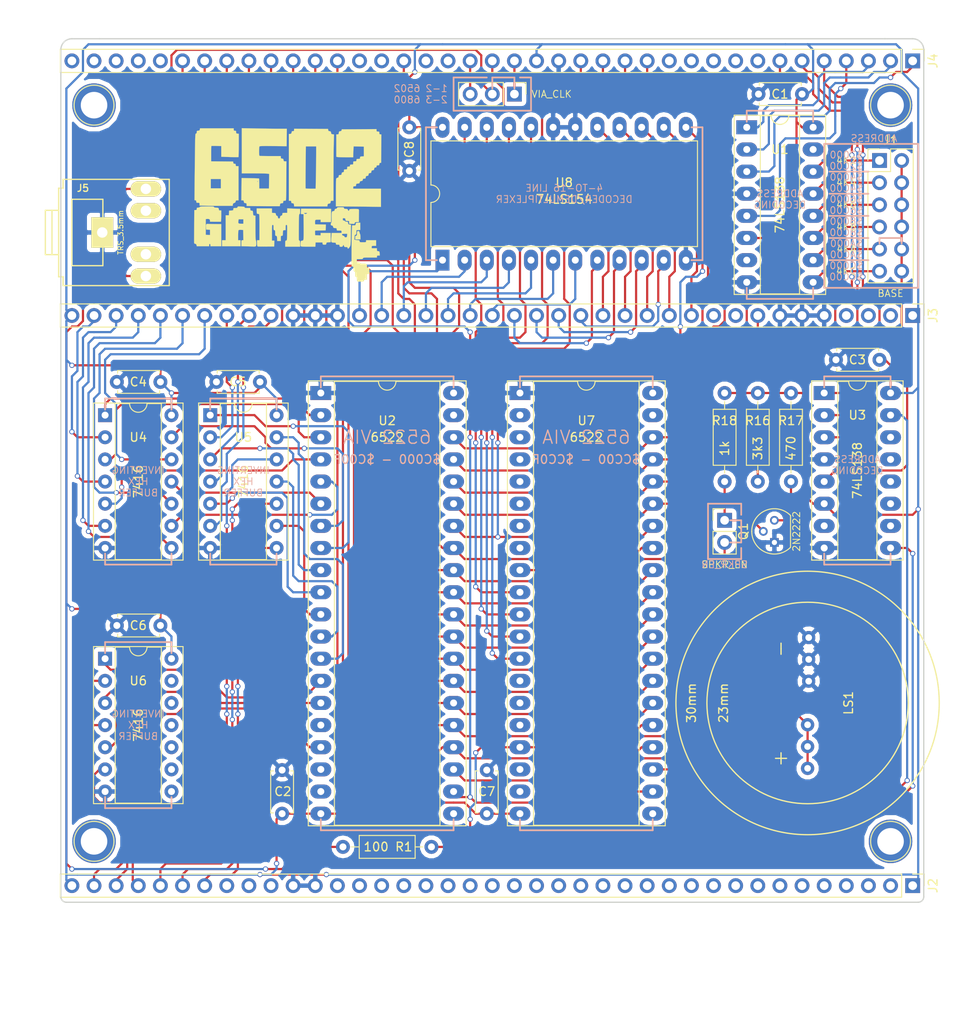
<source format=kicad_pcb>
(kicad_pcb (version 4) (host pcbnew 4.0.7)
  (layers (0 F.Cu signal) (31 B.Cu signal) (34 B.Paste user) (35 F.Paste user) (36 B.SilkS user) (37 F.SilkS user) (38 B.Mask user) (39 F.Mask user) (44 Edge.Cuts user))
  (net 0 "")
  (net 1 GND)
  (net 2 VCC)
  (net 3 /A3)
  (net 4 /A2)
  (net 5 /A1)
  (net 6 /A0)
  (net 7 /R/~W)
  (net 8 /D0)
  (net 9 /D1)
  (net 10 /D2)
  (net 11 /D3)
  (net 12 /D4)
  (net 13 /D5)
  (net 14 /D6)
  (net 15 /D7)
  (net 16 /4K2)
  (net 17 "Net-(J1-Pad10)")
  (net 18 /4K4)
  (net 19 /4K6)
  (net 20 /4K8)
  (net 21 /4KA)
  (net 22 /4KC)
  (net 23 CLOCK)
  (net 24 "Net-(U2-Pad2)")
  (net 25 "Net-(U2-Pad3)")
  (net 26 "Net-(U2-Pad4)")
  (net 27 "Net-(U2-Pad5)")
  (net 28 "Net-(U2-Pad6)")
  (net 29 "Net-(U2-Pad7)")
  (net 30 "Net-(U2-Pad8)")
  (net 31 "Net-(U2-Pad9)")
  (net 32 "Net-(U2-Pad10)")
  (net 33 "Net-(U2-Pad11)")
  (net 34 "Net-(U2-Pad12)")
  (net 35 "Net-(U2-Pad13)")
  (net 36 "Net-(U2-Pad14)")
  (net 37 "Net-(U2-Pad15)")
  (net 38 "Net-(U2-Pad17)")
  (net 39 ~VIA3)
  (net 40 "Net-(U7-Pad10)")
  (net 41 "Net-(U7-Pad11)")
  (net 42 "Net-(U7-Pad12)")
  (net 43 "Net-(U7-Pad13)")
  (net 44 /A13)
  (net 45 /A14)
  (net 46 /A15)
  (net 47 /A12)
  (net 48 /A9)
  (net 49 /A10)
  (net 50 /A11)
  (net 51 "Net-(LS1-Pad1)")
  (net 52 /LED15)
  (net 53 /LED14)
  (net 54 /LED13)
  (net 55 /LED12)
  (net 56 /LED11)
  (net 57 /LED10)
  (net 58 /LED9)
  (net 59 /LED8)
  (net 60 /LED7)
  (net 61 /LED6)
  (net 62 /LED5)
  (net 63 /LED4)
  (net 64 /LED3)
  (net 65 /LED2)
  (net 66 /LED1)
  (net 67 "Net-(J5-Pad2)")
  (net 68 "Net-(JP1-Pad1)")
  (net 69 "Net-(JP1-Pad2)")
  (net 70 /PHI2)
  (net 71 /PHI0)
  (net 72 ~VIA1)
  (net 73 /KEY_R)
  (net 74 /KEY_F)
  (net 75 /KEY_E)
  (net 76 /KEY_D)
  (net 77 /KEY_C)
  (net 78 /KEY_B)
  (net 79 /KEY_A)
  (net 80 /KEY_9)
  (net 81 /KEY_8)
  (net 82 /KEY_7)
  (net 83 /KEY_6)
  (net 84 /KEY_5)
  (net 85 /KEY_4)
  (net 86 /KEY_3)
  (net 87 /KEY_2)
  (net 88 /KEY_1)
  (net 89 /KEY_0)
  (net 90 /~RST)
  (module mounting:1pin (layer F.Cu) (at 104.14 140.335 90)
    (fp_text reference M1 hide)
    (fp_text value Mounting hide)
    (pad 1 thru_hole circle (at 0 0 90) (size 5 5) (drill 3.048) (layers *.Cu *.Mask))
  )
  (module mounting:1pin (layer F.Cu) (at 195.58 140.335)
    (fp_text reference M2 hide)
    (fp_text value Mounting hide)
    (pad 1 thru_hole circle (at 0 0) (size 5 5) (drill 3.048) (layers *.Cu *.Mask))
  )
  (module mounting:1pin (layer F.Cu) (at 195.58 55.88)
    (fp_text reference M3 hide)
    (fp_text value Mounting hide)
    (pad 1 thru_hole circle (at 0 0) (size 5 5) (drill 3.048) (layers *.Cu *.Mask))
  )
  (module mounting:1pin (layer F.Cu) (at 104.14 55.88)
    (fp_text reference M4 hide)
    (fp_text value Mounting hide)
    (pad 1 thru_hole circle (at 0 0) (size 5 5) (drill 3.048) (layers *.Cu *.Mask))
  )
  (module Capacitors_THT:C_Disc_D4.7mm_W2.5mm_P5.00mm (layer F.Cu) (at 125.73 137.16 90)
    (fp_text reference C2 (at 2.54 0.084999 180) (layer F.SilkS))
    (fp_text value 100nF)
    (pad 1 thru_hole circle (at 0 0 90) (size 1.6 1.6) (drill 0.8) (layers *.Cu *.Mask) (net 2 VCC))
    (pad 2 thru_hole circle (at 5 0 90) (size 1.6 1.6) (drill 0.8) (layers *.Cu *.Mask) (net 1 GND))
  )
  (module Capacitors_THT:C_Disc_D4.7mm_W2.5mm_P5.00mm (layer F.Cu) (at 194.31 85.09 180)
    (fp_text reference C3 (at 2.54 0 180) (layer F.SilkS))
    (fp_text value 100nF)
    (pad 1 thru_hole circle (at 0 0 180) (size 1.6 1.6) (drill 0.8) (layers *.Cu *.Mask) (net 2 VCC))
    (pad 2 thru_hole circle (at 5 0 180) (size 1.6 1.6) (drill 0.8) (layers *.Cu *.Mask) (net 1 GND))
  )
  (module Housings_DIP:DIP-16_W7.62mm_Socket_LongPads (layer F.Cu) (at 179.07 58.42)
    (fp_text reference U1 (at 3.81 2.54 180) (layer F.SilkS))
    (fp_text value 74LS138 (at 3.81 8.89 90) (layer F.SilkS))
    (pad 1 thru_hole rect (at 0 0) (size 2.4 1.6) (drill 0.8) (layers *.Cu *.Mask) (net 44 /A13))
    (pad 9 thru_hole oval (at 7.62 17.78) (size 2.4 1.6) (drill 0.8) (layers *.Cu *.Mask) (net 22 /4KC))
    (pad 2 thru_hole oval (at 0 2.54) (size 2.4 1.6) (drill 0.8) (layers *.Cu *.Mask) (net 45 /A14))
    (pad 10 thru_hole oval (at 7.62 15.24) (size 2.4 1.6) (drill 0.8) (layers *.Cu *.Mask) (net 21 /4KA))
    (pad 3 thru_hole oval (at 0 5.08) (size 2.4 1.6) (drill 0.8) (layers *.Cu *.Mask) (net 46 /A15))
    (pad 11 thru_hole oval (at 7.62 12.7) (size 2.4 1.6) (drill 0.8) (layers *.Cu *.Mask) (net 20 /4K8))
    (pad 4 thru_hole oval (at 0 7.62) (size 2.4 1.6) (drill 0.8) (layers *.Cu *.Mask) (net 1 GND))
    (pad 12 thru_hole oval (at 7.62 10.16) (size 2.4 1.6) (drill 0.8) (layers *.Cu *.Mask) (net 19 /4K6))
    (pad 5 thru_hole oval (at 0 10.16) (size 2.4 1.6) (drill 0.8) (layers *.Cu *.Mask) (net 47 /A12))
    (pad 13 thru_hole oval (at 7.62 7.62) (size 2.4 1.6) (drill 0.8) (layers *.Cu *.Mask) (net 18 /4K4))
    (pad 6 thru_hole oval (at 0 12.7) (size 2.4 1.6) (drill 0.8) (layers *.Cu *.Mask) (net 2 VCC))
    (pad 14 thru_hole oval (at 7.62 5.08) (size 2.4 1.6) (drill 0.8) (layers *.Cu *.Mask) (net 16 /4K2))
    (pad 7 thru_hole oval (at 0 15.24) (size 2.4 1.6) (drill 0.8) (layers *.Cu *.Mask))
    (pad 15 thru_hole oval (at 7.62 2.54) (size 2.4 1.6) (drill 0.8) (layers *.Cu *.Mask))
    (pad 8 thru_hole oval (at 0 17.78) (size 2.4 1.6) (drill 0.8) (layers *.Cu *.Mask) (net 1 GND))
    (pad 16 thru_hole oval (at 7.62 0) (size 2.4 1.6) (drill 0.8) (layers *.Cu *.Mask) (net 2 VCC))
  )
  (module Housings_DIP:DIP-40_W15.24mm_Socket_LongPads (layer F.Cu) (at 130.175 88.9)
    (fp_text reference U2 (at 7.62 3.175 180) (layer F.SilkS))
    (fp_text value 6522 (at 7.62 5.08 180) (layer F.SilkS))
    (pad 1 thru_hole rect (at 0 0) (size 2.4 1.6) (drill 0.8) (layers *.Cu *.Mask) (net 1 GND))
    (pad 21 thru_hole oval (at 15.24 48.26) (size 2.4 1.6) (drill 0.8) (layers *.Cu *.Mask))
    (pad 2 thru_hole oval (at 0 2.54) (size 2.4 1.6) (drill 0.8) (layers *.Cu *.Mask) (net 24 "Net-(U2-Pad2)"))
    (pad 22 thru_hole oval (at 15.24 45.72) (size 2.4 1.6) (drill 0.8) (layers *.Cu *.Mask) (net 7 /R/~W))
    (pad 3 thru_hole oval (at 0 5.08) (size 2.4 1.6) (drill 0.8) (layers *.Cu *.Mask) (net 25 "Net-(U2-Pad3)"))
    (pad 23 thru_hole oval (at 15.24 43.18) (size 2.4 1.6) (drill 0.8) (layers *.Cu *.Mask) (net 72 ~VIA1))
    (pad 4 thru_hole oval (at 0 7.62) (size 2.4 1.6) (drill 0.8) (layers *.Cu *.Mask) (net 26 "Net-(U2-Pad4)"))
    (pad 24 thru_hole oval (at 15.24 40.64) (size 2.4 1.6) (drill 0.8) (layers *.Cu *.Mask) (net 2 VCC))
    (pad 5 thru_hole oval (at 0 10.16) (size 2.4 1.6) (drill 0.8) (layers *.Cu *.Mask) (net 27 "Net-(U2-Pad5)"))
    (pad 25 thru_hole oval (at 15.24 38.1) (size 2.4 1.6) (drill 0.8) (layers *.Cu *.Mask) (net 23 CLOCK))
    (pad 6 thru_hole oval (at 0 12.7) (size 2.4 1.6) (drill 0.8) (layers *.Cu *.Mask) (net 28 "Net-(U2-Pad6)"))
    (pad 26 thru_hole oval (at 15.24 35.56) (size 2.4 1.6) (drill 0.8) (layers *.Cu *.Mask) (net 15 /D7))
    (pad 7 thru_hole oval (at 0 15.24) (size 2.4 1.6) (drill 0.8) (layers *.Cu *.Mask) (net 29 "Net-(U2-Pad7)"))
    (pad 27 thru_hole oval (at 15.24 33.02) (size 2.4 1.6) (drill 0.8) (layers *.Cu *.Mask) (net 14 /D6))
    (pad 8 thru_hole oval (at 0 17.78) (size 2.4 1.6) (drill 0.8) (layers *.Cu *.Mask) (net 30 "Net-(U2-Pad8)"))
    (pad 28 thru_hole oval (at 15.24 30.48) (size 2.4 1.6) (drill 0.8) (layers *.Cu *.Mask) (net 13 /D5))
    (pad 9 thru_hole oval (at 0 20.32) (size 2.4 1.6) (drill 0.8) (layers *.Cu *.Mask) (net 31 "Net-(U2-Pad9)"))
    (pad 29 thru_hole oval (at 15.24 27.94) (size 2.4 1.6) (drill 0.8) (layers *.Cu *.Mask) (net 12 /D4))
    (pad 10 thru_hole oval (at 0 22.86) (size 2.4 1.6) (drill 0.8) (layers *.Cu *.Mask) (net 32 "Net-(U2-Pad10)"))
    (pad 30 thru_hole oval (at 15.24 25.4) (size 2.4 1.6) (drill 0.8) (layers *.Cu *.Mask) (net 11 /D3))
    (pad 11 thru_hole oval (at 0 25.4) (size 2.4 1.6) (drill 0.8) (layers *.Cu *.Mask) (net 33 "Net-(U2-Pad11)"))
    (pad 31 thru_hole oval (at 15.24 22.86) (size 2.4 1.6) (drill 0.8) (layers *.Cu *.Mask) (net 10 /D2))
    (pad 12 thru_hole oval (at 0 27.94) (size 2.4 1.6) (drill 0.8) (layers *.Cu *.Mask) (net 34 "Net-(U2-Pad12)"))
    (pad 32 thru_hole oval (at 15.24 20.32) (size 2.4 1.6) (drill 0.8) (layers *.Cu *.Mask) (net 9 /D1))
    (pad 13 thru_hole oval (at 0 30.48) (size 2.4 1.6) (drill 0.8) (layers *.Cu *.Mask) (net 35 "Net-(U2-Pad13)"))
    (pad 33 thru_hole oval (at 15.24 17.78) (size 2.4 1.6) (drill 0.8) (layers *.Cu *.Mask) (net 8 /D0))
    (pad 14 thru_hole oval (at 0 33.02) (size 2.4 1.6) (drill 0.8) (layers *.Cu *.Mask) (net 36 "Net-(U2-Pad14)"))
    (pad 34 thru_hole oval (at 15.24 15.24) (size 2.4 1.6) (drill 0.8) (layers *.Cu *.Mask) (net 90 /~RST))
    (pad 15 thru_hole oval (at 0 35.56) (size 2.4 1.6) (drill 0.8) (layers *.Cu *.Mask) (net 37 "Net-(U2-Pad15)"))
    (pad 35 thru_hole oval (at 15.24 12.7) (size 2.4 1.6) (drill 0.8) (layers *.Cu *.Mask) (net 3 /A3))
    (pad 16 thru_hole oval (at 0 38.1) (size 2.4 1.6) (drill 0.8) (layers *.Cu *.Mask))
    (pad 36 thru_hole oval (at 15.24 10.16) (size 2.4 1.6) (drill 0.8) (layers *.Cu *.Mask) (net 4 /A2))
    (pad 17 thru_hole oval (at 0 40.64) (size 2.4 1.6) (drill 0.8) (layers *.Cu *.Mask) (net 38 "Net-(U2-Pad17)"))
    (pad 37 thru_hole oval (at 15.24 7.62) (size 2.4 1.6) (drill 0.8) (layers *.Cu *.Mask) (net 5 /A1))
    (pad 18 thru_hole oval (at 0 43.18) (size 2.4 1.6) (drill 0.8) (layers *.Cu *.Mask))
    (pad 38 thru_hole oval (at 15.24 5.08) (size 2.4 1.6) (drill 0.8) (layers *.Cu *.Mask) (net 6 /A0))
    (pad 19 thru_hole oval (at 0 45.72) (size 2.4 1.6) (drill 0.8) (layers *.Cu *.Mask))
    (pad 39 thru_hole oval (at 15.24 2.54) (size 2.4 1.6) (drill 0.8) (layers *.Cu *.Mask))
    (pad 20 thru_hole oval (at 0 48.26) (size 2.4 1.6) (drill 0.8) (layers *.Cu *.Mask) (net 2 VCC))
    (pad 40 thru_hole oval (at 15.24 0) (size 2.4 1.6) (drill 0.8) (layers *.Cu *.Mask))
  )
  (module Housings_DIP:DIP-16_W7.62mm_Socket_LongPads (layer F.Cu) (at 187.96 88.9)
    (fp_text reference U3 (at 3.81 2.54 180) (layer F.SilkS))
    (fp_text value 74LS138 (at 3.81 8.89 90) (layer F.SilkS))
    (pad 1 thru_hole rect (at 0 0) (size 2.4 1.6) (drill 0.8) (layers *.Cu *.Mask) (net 48 /A9))
    (pad 9 thru_hole oval (at 7.62 17.78) (size 2.4 1.6) (drill 0.8) (layers *.Cu *.Mask) (net 39 ~VIA3))
    (pad 2 thru_hole oval (at 0 2.54) (size 2.4 1.6) (drill 0.8) (layers *.Cu *.Mask) (net 49 /A10))
    (pad 10 thru_hole oval (at 7.62 15.24) (size 2.4 1.6) (drill 0.8) (layers *.Cu *.Mask))
    (pad 3 thru_hole oval (at 0 5.08) (size 2.4 1.6) (drill 0.8) (layers *.Cu *.Mask) (net 50 /A11))
    (pad 11 thru_hole oval (at 7.62 12.7) (size 2.4 1.6) (drill 0.8) (layers *.Cu *.Mask))
    (pad 4 thru_hole oval (at 0 7.62) (size 2.4 1.6) (drill 0.8) (layers *.Cu *.Mask) (net 1 GND))
    (pad 12 thru_hole oval (at 7.62 10.16) (size 2.4 1.6) (drill 0.8) (layers *.Cu *.Mask))
    (pad 5 thru_hole oval (at 0 10.16) (size 2.4 1.6) (drill 0.8) (layers *.Cu *.Mask) (net 17 "Net-(J1-Pad10)"))
    (pad 13 thru_hole oval (at 7.62 7.62) (size 2.4 1.6) (drill 0.8) (layers *.Cu *.Mask))
    (pad 6 thru_hole oval (at 0 12.7) (size 2.4 1.6) (drill 0.8) (layers *.Cu *.Mask) (net 2 VCC))
    (pad 14 thru_hole oval (at 7.62 5.08) (size 2.4 1.6) (drill 0.8) (layers *.Cu *.Mask))
    (pad 7 thru_hole oval (at 0 15.24) (size 2.4 1.6) (drill 0.8) (layers *.Cu *.Mask))
    (pad 15 thru_hole oval (at 7.62 2.54) (size 2.4 1.6) (drill 0.8) (layers *.Cu *.Mask) (net 72 ~VIA1))
    (pad 8 thru_hole oval (at 0 17.78) (size 2.4 1.6) (drill 0.8) (layers *.Cu *.Mask) (net 1 GND))
    (pad 16 thru_hole oval (at 7.62 0) (size 2.4 1.6) (drill 0.8) (layers *.Cu *.Mask) (net 2 VCC))
  )
  (module Pin_Headers:Pin_Header_Straight_1x03_Pitch2.54mm (layer F.Cu) (at 152.4 54.61 270)
    (fp_text reference JP3)
    (fp_text value VIA_CLK)
    (pad 1 thru_hole rect (at 0 0 270) (size 1.7 1.7) (drill 1) (layers *.Cu *.Mask) (net 70 /PHI2))
    (pad 2 thru_hole oval (at 0 2.54 270) (size 1.7 1.7) (drill 1) (layers *.Cu *.Mask) (net 23 CLOCK))
    (pad 3 thru_hole oval (at 0 5.08 270) (size 1.7 1.7) (drill 1) (layers *.Cu *.Mask) (net 71 /PHI0))
  )
  (module Capacitors_THT:C_Disc_D4.7mm_W2.5mm_P5.00mm (layer F.Cu) (at 185.42 54.61 180)
    (fp_text reference C1 (at 2.54 0 180) (layer F.SilkS))
    (fp_text value 100nF)
    (pad 1 thru_hole circle (at 0 0 180) (size 1.6 1.6) (drill 0.8) (layers *.Cu *.Mask) (net 2 VCC))
    (pad 2 thru_hole circle (at 5 0 180) (size 1.6 1.6) (drill 0.8) (layers *.Cu *.Mask) (net 1 GND))
  )
  (module Capacitors_THT:C_Disc_D4.7mm_W2.5mm_P5.00mm (layer F.Cu) (at 111.76 87.63 180)
    (fp_text reference C4 (at 2.54 0 360) (layer F.SilkS))
    (fp_text value 100nF)
    (pad 1 thru_hole circle (at 0 0 180) (size 1.6 1.6) (drill 0.8) (layers *.Cu *.Mask) (net 2 VCC))
    (pad 2 thru_hole circle (at 5 0 180) (size 1.6 1.6) (drill 0.8) (layers *.Cu *.Mask) (net 1 GND))
  )
  (module Capacitors_THT:C_Disc_D4.7mm_W2.5mm_P5.00mm (layer F.Cu) (at 123.19 87.63 180)
    (fp_text reference C5 (at 2.54 0 360) (layer F.SilkS))
    (fp_text value 100nF)
    (pad 1 thru_hole circle (at 0 0 180) (size 1.6 1.6) (drill 0.8) (layers *.Cu *.Mask) (net 2 VCC))
    (pad 2 thru_hole circle (at 5 0 180) (size 1.6 1.6) (drill 0.8) (layers *.Cu *.Mask) (net 1 GND))
  )
  (module Pin_Headers:Pin_Header_Straight_2x06_Pitch2.54mm (layer F.Cu) (at 194.31 62.23)
    (fp_text reference J1 (at 1.27 -2.33) (layer F.SilkS))
    (fp_text value BASE (at 1.27 15.24) (layer F.SilkS) (effects (font (size 0.8 0.8) (thickness 0.1))))
    (pad 1 thru_hole rect (at 0 0) (size 1.7 1.7) (drill 1) (layers *.Cu *.Mask) (net 16 /4K2))
    (pad 2 thru_hole oval (at 2.54 0) (size 1.7 1.7) (drill 1) (layers *.Cu *.Mask) (net 17 "Net-(J1-Pad10)"))
    (pad 3 thru_hole oval (at 0 2.54) (size 1.7 1.7) (drill 1) (layers *.Cu *.Mask) (net 18 /4K4))
    (pad 4 thru_hole oval (at 2.54 2.54) (size 1.7 1.7) (drill 1) (layers *.Cu *.Mask) (net 17 "Net-(J1-Pad10)"))
    (pad 5 thru_hole oval (at 0 5.08) (size 1.7 1.7) (drill 1) (layers *.Cu *.Mask) (net 19 /4K6))
    (pad 6 thru_hole oval (at 2.54 5.08) (size 1.7 1.7) (drill 1) (layers *.Cu *.Mask) (net 17 "Net-(J1-Pad10)"))
    (pad 7 thru_hole oval (at 0 7.62) (size 1.7 1.7) (drill 1) (layers *.Cu *.Mask) (net 20 /4K8))
    (pad 8 thru_hole oval (at 2.54 7.62) (size 1.7 1.7) (drill 1) (layers *.Cu *.Mask) (net 17 "Net-(J1-Pad10)"))
    (pad 9 thru_hole oval (at 0 10.16) (size 1.7 1.7) (drill 1) (layers *.Cu *.Mask) (net 21 /4KA))
    (pad 10 thru_hole oval (at 2.54 10.16) (size 1.7 1.7) (drill 1) (layers *.Cu *.Mask) (net 17 "Net-(J1-Pad10)"))
    (pad 11 thru_hole oval (at 0 12.7) (size 1.7 1.7) (drill 1) (layers *.Cu *.Mask) (net 22 /4KC))
    (pad 12 thru_hole oval (at 2.54 12.7) (size 1.7 1.7) (drill 1) (layers *.Cu *.Mask) (net 17 "Net-(J1-Pad10)"))
  )
  (module Pin_Headers:Pin_Header_Straight_1x39_Pitch2.54mm (layer F.Cu) (at 198.12 145.415 270)
    (fp_text reference J2 (at 0 -2.33 270) (layer F.SilkS))
    (fp_text value BTM)
    (pad 1 thru_hole rect (at 0 0 270) (size 1.7 1.7) (drill 1) (layers *.Cu *.Mask) (net 2 VCC))
    (pad 2 thru_hole oval (at 0 2.54 270) (size 1.7 1.7) (drill 1) (layers *.Cu *.Mask))
    (pad 3 thru_hole oval (at 0 5.08 270) (size 1.7 1.7) (drill 1) (layers *.Cu *.Mask))
    (pad 4 thru_hole oval (at 0 7.62 270) (size 1.7 1.7) (drill 1) (layers *.Cu *.Mask))
    (pad 5 thru_hole oval (at 0 10.16 270) (size 1.7 1.7) (drill 1) (layers *.Cu *.Mask))
    (pad 6 thru_hole oval (at 0 12.7 270) (size 1.7 1.7) (drill 1) (layers *.Cu *.Mask))
    (pad 7 thru_hole oval (at 0 15.24 270) (size 1.7 1.7) (drill 1) (layers *.Cu *.Mask))
    (pad 8 thru_hole oval (at 0 17.78 270) (size 1.7 1.7) (drill 1) (layers *.Cu *.Mask))
    (pad 9 thru_hole oval (at 0 20.32 270) (size 1.7 1.7) (drill 1) (layers *.Cu *.Mask))
    (pad 10 thru_hole oval (at 0 22.86 270) (size 1.7 1.7) (drill 1) (layers *.Cu *.Mask))
    (pad 11 thru_hole oval (at 0 25.4 270) (size 1.7 1.7) (drill 1) (layers *.Cu *.Mask))
    (pad 12 thru_hole oval (at 0 27.94 270) (size 1.7 1.7) (drill 1) (layers *.Cu *.Mask))
    (pad 13 thru_hole oval (at 0 30.48 270) (size 1.7 1.7) (drill 1) (layers *.Cu *.Mask))
    (pad 14 thru_hole oval (at 0 33.02 270) (size 1.7 1.7) (drill 1) (layers *.Cu *.Mask))
    (pad 15 thru_hole oval (at 0 35.56 270) (size 1.7 1.7) (drill 1) (layers *.Cu *.Mask))
    (pad 16 thru_hole oval (at 0 38.1 270) (size 1.7 1.7) (drill 1) (layers *.Cu *.Mask))
    (pad 17 thru_hole oval (at 0 40.64 270) (size 1.7 1.7) (drill 1) (layers *.Cu *.Mask))
    (pad 18 thru_hole oval (at 0 43.18 270) (size 1.7 1.7) (drill 1) (layers *.Cu *.Mask))
    (pad 19 thru_hole oval (at 0 45.72 270) (size 1.7 1.7) (drill 1) (layers *.Cu *.Mask))
    (pad 20 thru_hole oval (at 0 48.26 270) (size 1.7 1.7) (drill 1) (layers *.Cu *.Mask))
    (pad 21 thru_hole oval (at 0 50.8 270) (size 1.7 1.7) (drill 1) (layers *.Cu *.Mask))
    (pad 22 thru_hole oval (at 0 53.34 270) (size 1.7 1.7) (drill 1) (layers *.Cu *.Mask))
    (pad 23 thru_hole oval (at 0 55.88 270) (size 1.7 1.7) (drill 1) (layers *.Cu *.Mask))
    (pad 24 thru_hole oval (at 0 58.42 270) (size 1.7 1.7) (drill 1) (layers *.Cu *.Mask))
    (pad 25 thru_hole oval (at 0 60.96 270) (size 1.7 1.7) (drill 1) (layers *.Cu *.Mask))
    (pad 26 thru_hole oval (at 0 63.5 270) (size 1.7 1.7) (drill 1) (layers *.Cu *.Mask))
    (pad 27 thru_hole oval (at 0 66.04 270) (size 1.7 1.7) (drill 1) (layers *.Cu *.Mask))
    (pad 28 thru_hole oval (at 0 68.58 270) (size 1.7 1.7) (drill 1) (layers *.Cu *.Mask) (net 1 GND))
    (pad 29 thru_hole oval (at 0 71.12 270) (size 1.7 1.7) (drill 1) (layers *.Cu *.Mask) (net 1 GND))
    (pad 30 thru_hole oval (at 0 73.66 270) (size 1.7 1.7) (drill 1) (layers *.Cu *.Mask))
    (pad 31 thru_hole oval (at 0 76.2 270) (size 1.7 1.7) (drill 1) (layers *.Cu *.Mask))
    (pad 32 thru_hole oval (at 0 78.74 270) (size 1.7 1.7) (drill 1) (layers *.Cu *.Mask))
    (pad 33 thru_hole oval (at 0 81.28 270) (size 1.7 1.7) (drill 1) (layers *.Cu *.Mask) (net 57 /LED10))
    (pad 34 thru_hole oval (at 0 83.82 270) (size 1.7 1.7) (drill 1) (layers *.Cu *.Mask) (net 56 /LED11))
    (pad 35 thru_hole oval (at 0 86.36 270) (size 1.7 1.7) (drill 1) (layers *.Cu *.Mask) (net 55 /LED12))
    (pad 36 thru_hole oval (at 0 88.9 270) (size 1.7 1.7) (drill 1) (layers *.Cu *.Mask) (net 52 /LED15))
    (pad 37 thru_hole oval (at 0 91.44 270) (size 1.7 1.7) (drill 1) (layers *.Cu *.Mask) (net 53 /LED14))
    (pad 38 thru_hole oval (at 0 93.98 270) (size 1.7 1.7) (drill 1) (layers *.Cu *.Mask) (net 54 /LED13))
    (pad 39 thru_hole oval (at 0 96.52 270) (size 1.7 1.7) (drill 1) (layers *.Cu *.Mask) (net 2 VCC))
  )
  (module Pin_Headers:Pin_Header_Straight_1x39_Pitch2.54mm (layer F.Cu) (at 198.12 80.01 270)
    (fp_text reference J3 (at 0 -2.33 270) (layer F.SilkS))
    (fp_text value TOP)
    (pad 1 thru_hole rect (at 0 0 270) (size 1.7 1.7) (drill 1) (layers *.Cu *.Mask) (net 2 VCC))
    (pad 2 thru_hole oval (at 0 2.54 270) (size 1.7 1.7) (drill 1) (layers *.Cu *.Mask))
    (pad 3 thru_hole oval (at 0 5.08 270) (size 1.7 1.7) (drill 1) (layers *.Cu *.Mask))
    (pad 4 thru_hole oval (at 0 7.62 270) (size 1.7 1.7) (drill 1) (layers *.Cu *.Mask))
    (pad 5 thru_hole oval (at 0 10.16 270) (size 1.7 1.7) (drill 1) (layers *.Cu *.Mask) (net 1 GND))
    (pad 6 thru_hole oval (at 0 12.7 270) (size 1.7 1.7) (drill 1) (layers *.Cu *.Mask) (net 1 GND))
    (pad 7 thru_hole oval (at 0 15.24 270) (size 1.7 1.7) (drill 1) (layers *.Cu *.Mask) (net 1 GND))
    (pad 8 thru_hole oval (at 0 17.78 270) (size 1.7 1.7) (drill 1) (layers *.Cu *.Mask) (net 73 /KEY_R))
    (pad 9 thru_hole oval (at 0 20.32 270) (size 1.7 1.7) (drill 1) (layers *.Cu *.Mask))
    (pad 10 thru_hole oval (at 0 22.86 270) (size 1.7 1.7) (drill 1) (layers *.Cu *.Mask))
    (pad 11 thru_hole oval (at 0 25.4 270) (size 1.7 1.7) (drill 1) (layers *.Cu *.Mask) (net 78 /KEY_B))
    (pad 12 thru_hole oval (at 0 27.94 270) (size 1.7 1.7) (drill 1) (layers *.Cu *.Mask) (net 77 /KEY_C))
    (pad 13 thru_hole oval (at 0 30.48 270) (size 1.7 1.7) (drill 1) (layers *.Cu *.Mask) (net 76 /KEY_D))
    (pad 14 thru_hole oval (at 0 33.02 270) (size 1.7 1.7) (drill 1) (layers *.Cu *.Mask) (net 75 /KEY_E))
    (pad 15 thru_hole oval (at 0 35.56 270) (size 1.7 1.7) (drill 1) (layers *.Cu *.Mask) (net 74 /KEY_F))
    (pad 16 thru_hole oval (at 0 38.1 270) (size 1.7 1.7) (drill 1) (layers *.Cu *.Mask) (net 79 /KEY_A))
    (pad 17 thru_hole oval (at 0 40.64 270) (size 1.7 1.7) (drill 1) (layers *.Cu *.Mask) (net 80 /KEY_9))
    (pad 18 thru_hole oval (at 0 43.18 270) (size 1.7 1.7) (drill 1) (layers *.Cu *.Mask) (net 81 /KEY_8))
    (pad 19 thru_hole oval (at 0 45.72 270) (size 1.7 1.7) (drill 1) (layers *.Cu *.Mask) (net 82 /KEY_7))
    (pad 20 thru_hole oval (at 0 48.26 270) (size 1.7 1.7) (drill 1) (layers *.Cu *.Mask) (net 83 /KEY_6))
    (pad 21 thru_hole oval (at 0 50.8 270) (size 1.7 1.7) (drill 1) (layers *.Cu *.Mask) (net 84 /KEY_5))
    (pad 22 thru_hole oval (at 0 53.34 270) (size 1.7 1.7) (drill 1) (layers *.Cu *.Mask) (net 85 /KEY_4))
    (pad 23 thru_hole oval (at 0 55.88 270) (size 1.7 1.7) (drill 1) (layers *.Cu *.Mask) (net 86 /KEY_3))
    (pad 24 thru_hole oval (at 0 58.42 270) (size 1.7 1.7) (drill 1) (layers *.Cu *.Mask) (net 87 /KEY_2))
    (pad 25 thru_hole oval (at 0 60.96 270) (size 1.7 1.7) (drill 1) (layers *.Cu *.Mask) (net 88 /KEY_1))
    (pad 26 thru_hole oval (at 0 63.5 270) (size 1.7 1.7) (drill 1) (layers *.Cu *.Mask) (net 89 /KEY_0))
    (pad 27 thru_hole oval (at 0 66.04 270) (size 1.7 1.7) (drill 1) (layers *.Cu *.Mask) (net 1 GND))
    (pad 28 thru_hole oval (at 0 68.58 270) (size 1.7 1.7) (drill 1) (layers *.Cu *.Mask) (net 1 GND))
    (pad 29 thru_hole oval (at 0 71.12 270) (size 1.7 1.7) (drill 1) (layers *.Cu *.Mask) (net 1 GND))
    (pad 30 thru_hole oval (at 0 73.66 270) (size 1.7 1.7) (drill 1) (layers *.Cu *.Mask) (net 58 /LED9))
    (pad 31 thru_hole oval (at 0 76.2 270) (size 1.7 1.7) (drill 1) (layers *.Cu *.Mask) (net 59 /LED8))
    (pad 32 thru_hole oval (at 0 78.74 270) (size 1.7 1.7) (drill 1) (layers *.Cu *.Mask) (net 60 /LED7))
    (pad 33 thru_hole oval (at 0 81.28 270) (size 1.7 1.7) (drill 1) (layers *.Cu *.Mask) (net 61 /LED6))
    (pad 34 thru_hole oval (at 0 83.82 270) (size 1.7 1.7) (drill 1) (layers *.Cu *.Mask) (net 62 /LED5))
    (pad 35 thru_hole oval (at 0 86.36 270) (size 1.7 1.7) (drill 1) (layers *.Cu *.Mask) (net 63 /LED4))
    (pad 36 thru_hole oval (at 0 88.9 270) (size 1.7 1.7) (drill 1) (layers *.Cu *.Mask) (net 64 /LED3))
    (pad 37 thru_hole oval (at 0 91.44 270) (size 1.7 1.7) (drill 1) (layers *.Cu *.Mask) (net 65 /LED2))
    (pad 38 thru_hole oval (at 0 93.98 270) (size 1.7 1.7) (drill 1) (layers *.Cu *.Mask) (net 66 /LED1))
    (pad 39 thru_hole oval (at 0 96.52 270) (size 1.7 1.7) (drill 1) (layers *.Cu *.Mask) (net 2 VCC))
  )
  (module Resistors_THT:R_Axial_DIN0207_L6.3mm_D2.5mm_P10.16mm_Horizontal (layer F.Cu) (at 180.34 88.9 270)
    (fp_text reference R16 (at 3.175 0 360) (layer F.SilkS))
    (fp_text value 3k3 (at 6.35 0 270) (layer F.SilkS))
    (pad 1 thru_hole circle (at 0 0 270) (size 1.6 1.6) (drill 0.8) (layers *.Cu *.Mask) (net 2 VCC))
    (pad 2 thru_hole oval (at 10.16 0 270) (size 1.6 1.6) (drill 0.8) (layers *.Cu *.Mask) (net 73 /KEY_R))
  )
  (module Housings_DIP:DIP-14_W7.62mm_Socket (layer F.Cu) (at 105.41 91.44)
    (fp_text reference U4 (at 3.81 2.54) (layer F.SilkS))
    (fp_text value 7416 (at 3.81 7.62 90) (layer F.SilkS))
    (pad 1 thru_hole rect (at 0 0) (size 1.6 1.6) (drill 0.8) (layers *.Cu *.Mask) (net 24 "Net-(U2-Pad2)"))
    (pad 8 thru_hole oval (at 7.62 15.24) (size 1.6 1.6) (drill 0.8) (layers *.Cu *.Mask) (net 63 /LED4))
    (pad 2 thru_hole oval (at 0 2.54) (size 1.6 1.6) (drill 0.8) (layers *.Cu *.Mask) (net 66 /LED1))
    (pad 9 thru_hole oval (at 7.62 12.7) (size 1.6 1.6) (drill 0.8) (layers *.Cu *.Mask) (net 27 "Net-(U2-Pad5)"))
    (pad 3 thru_hole oval (at 0 5.08) (size 1.6 1.6) (drill 0.8) (layers *.Cu *.Mask) (net 25 "Net-(U2-Pad3)"))
    (pad 10 thru_hole oval (at 7.62 10.16) (size 1.6 1.6) (drill 0.8) (layers *.Cu *.Mask) (net 62 /LED5))
    (pad 4 thru_hole oval (at 0 7.62) (size 1.6 1.6) (drill 0.8) (layers *.Cu *.Mask) (net 65 /LED2))
    (pad 11 thru_hole oval (at 7.62 7.62) (size 1.6 1.6) (drill 0.8) (layers *.Cu *.Mask) (net 28 "Net-(U2-Pad6)"))
    (pad 5 thru_hole oval (at 0 10.16) (size 1.6 1.6) (drill 0.8) (layers *.Cu *.Mask) (net 26 "Net-(U2-Pad4)"))
    (pad 12 thru_hole oval (at 7.62 5.08) (size 1.6 1.6) (drill 0.8) (layers *.Cu *.Mask) (net 61 /LED6))
    (pad 6 thru_hole oval (at 0 12.7) (size 1.6 1.6) (drill 0.8) (layers *.Cu *.Mask) (net 64 /LED3))
    (pad 13 thru_hole oval (at 7.62 2.54) (size 1.6 1.6) (drill 0.8) (layers *.Cu *.Mask) (net 29 "Net-(U2-Pad7)"))
    (pad 7 thru_hole oval (at 0 15.24) (size 1.6 1.6) (drill 0.8) (layers *.Cu *.Mask) (net 1 GND))
    (pad 14 thru_hole oval (at 7.62 0) (size 1.6 1.6) (drill 0.8) (layers *.Cu *.Mask) (net 2 VCC))
  )
  (module Housings_DIP:DIP-14_W7.62mm_Socket (layer F.Cu) (at 117.475 91.44)
    (fp_text reference U5 (at 3.81 2.54) (layer F.SilkS))
    (fp_text value 7416 (at 3.81 7.62 90) (layer F.SilkS))
    (pad 1 thru_hole rect (at 0 0) (size 1.6 1.6) (drill 0.8) (layers *.Cu *.Mask) (net 30 "Net-(U2-Pad8)"))
    (pad 8 thru_hole oval (at 7.62 15.24) (size 1.6 1.6) (drill 0.8) (layers *.Cu *.Mask) (net 57 /LED10))
    (pad 2 thru_hole oval (at 0 2.54) (size 1.6 1.6) (drill 0.8) (layers *.Cu *.Mask) (net 60 /LED7))
    (pad 9 thru_hole oval (at 7.62 12.7) (size 1.6 1.6) (drill 0.8) (layers *.Cu *.Mask) (net 33 "Net-(U2-Pad11)"))
    (pad 3 thru_hole oval (at 0 5.08) (size 1.6 1.6) (drill 0.8) (layers *.Cu *.Mask) (net 31 "Net-(U2-Pad9)"))
    (pad 10 thru_hole oval (at 7.62 10.16) (size 1.6 1.6) (drill 0.8) (layers *.Cu *.Mask) (net 56 /LED11))
    (pad 4 thru_hole oval (at 0 7.62) (size 1.6 1.6) (drill 0.8) (layers *.Cu *.Mask) (net 59 /LED8))
    (pad 11 thru_hole oval (at 7.62 7.62) (size 1.6 1.6) (drill 0.8) (layers *.Cu *.Mask) (net 34 "Net-(U2-Pad12)"))
    (pad 5 thru_hole oval (at 0 10.16) (size 1.6 1.6) (drill 0.8) (layers *.Cu *.Mask) (net 32 "Net-(U2-Pad10)"))
    (pad 12 thru_hole oval (at 7.62 5.08) (size 1.6 1.6) (drill 0.8) (layers *.Cu *.Mask) (net 55 /LED12))
    (pad 6 thru_hole oval (at 0 12.7) (size 1.6 1.6) (drill 0.8) (layers *.Cu *.Mask) (net 58 /LED9))
    (pad 13 thru_hole oval (at 7.62 2.54) (size 1.6 1.6) (drill 0.8) (layers *.Cu *.Mask) (net 35 "Net-(U2-Pad13)"))
    (pad 7 thru_hole oval (at 0 15.24) (size 1.6 1.6) (drill 0.8) (layers *.Cu *.Mask) (net 1 GND))
    (pad 14 thru_hole oval (at 7.62 0) (size 1.6 1.6) (drill 0.8) (layers *.Cu *.Mask) (net 2 VCC))
  )
  (module Housings_DIP:DIP-14_W7.62mm_Socket (layer F.Cu) (at 105.41 119.38)
    (fp_text reference U6 (at 3.81 2.54) (layer F.SilkS))
    (fp_text value 7416 (at 3.81 7.62 90) (layer F.SilkS))
    (pad 1 thru_hole rect (at 0 0) (size 1.6 1.6) (drill 0.8) (layers *.Cu *.Mask) (net 36 "Net-(U2-Pad14)"))
    (pad 8 thru_hole oval (at 7.62 15.24) (size 1.6 1.6) (drill 0.8) (layers *.Cu *.Mask))
    (pad 2 thru_hole oval (at 0 2.54) (size 1.6 1.6) (drill 0.8) (layers *.Cu *.Mask) (net 54 /LED13))
    (pad 9 thru_hole oval (at 7.62 12.7) (size 1.6 1.6) (drill 0.8) (layers *.Cu *.Mask))
    (pad 3 thru_hole oval (at 0 5.08) (size 1.6 1.6) (drill 0.8) (layers *.Cu *.Mask) (net 37 "Net-(U2-Pad15)"))
    (pad 10 thru_hole oval (at 7.62 10.16) (size 1.6 1.6) (drill 0.8) (layers *.Cu *.Mask))
    (pad 4 thru_hole oval (at 0 7.62) (size 1.6 1.6) (drill 0.8) (layers *.Cu *.Mask) (net 53 /LED14))
    (pad 11 thru_hole oval (at 7.62 7.62) (size 1.6 1.6) (drill 0.8) (layers *.Cu *.Mask))
    (pad 5 thru_hole oval (at 0 10.16) (size 1.6 1.6) (drill 0.8) (layers *.Cu *.Mask) (net 38 "Net-(U2-Pad17)"))
    (pad 12 thru_hole oval (at 7.62 5.08) (size 1.6 1.6) (drill 0.8) (layers *.Cu *.Mask))
    (pad 6 thru_hole oval (at 0 12.7) (size 1.6 1.6) (drill 0.8) (layers *.Cu *.Mask) (net 52 /LED15))
    (pad 13 thru_hole oval (at 7.62 2.54) (size 1.6 1.6) (drill 0.8) (layers *.Cu *.Mask))
    (pad 7 thru_hole oval (at 0 15.24) (size 1.6 1.6) (drill 0.8) (layers *.Cu *.Mask) (net 1 GND))
    (pad 14 thru_hole oval (at 7.62 0) (size 1.6 1.6) (drill 0.8) (layers *.Cu *.Mask) (net 2 VCC))
  )
  (module Housings_DIP:DIP-40_W15.24mm_Socket_LongPads (layer F.Cu) (at 153.035 88.9)
    (fp_text reference U7 (at 7.62 3.175) (layer F.SilkS))
    (fp_text value 6522 (at 7.62 5.08) (layer F.SilkS))
    (pad 1 thru_hole rect (at 0 0) (size 2.4 1.6) (drill 0.8) (layers *.Cu *.Mask) (net 1 GND))
    (pad 21 thru_hole oval (at 15.24 48.26) (size 2.4 1.6) (drill 0.8) (layers *.Cu *.Mask))
    (pad 2 thru_hole oval (at 0 2.54) (size 2.4 1.6) (drill 0.8) (layers *.Cu *.Mask))
    (pad 22 thru_hole oval (at 15.24 45.72) (size 2.4 1.6) (drill 0.8) (layers *.Cu *.Mask) (net 7 /R/~W))
    (pad 3 thru_hole oval (at 0 5.08) (size 2.4 1.6) (drill 0.8) (layers *.Cu *.Mask))
    (pad 23 thru_hole oval (at 15.24 43.18) (size 2.4 1.6) (drill 0.8) (layers *.Cu *.Mask) (net 39 ~VIA3))
    (pad 4 thru_hole oval (at 0 7.62) (size 2.4 1.6) (drill 0.8) (layers *.Cu *.Mask))
    (pad 24 thru_hole oval (at 15.24 40.64) (size 2.4 1.6) (drill 0.8) (layers *.Cu *.Mask) (net 2 VCC))
    (pad 5 thru_hole oval (at 0 10.16) (size 2.4 1.6) (drill 0.8) (layers *.Cu *.Mask))
    (pad 25 thru_hole oval (at 15.24 38.1) (size 2.4 1.6) (drill 0.8) (layers *.Cu *.Mask) (net 23 CLOCK))
    (pad 6 thru_hole oval (at 0 12.7) (size 2.4 1.6) (drill 0.8) (layers *.Cu *.Mask))
    (pad 26 thru_hole oval (at 15.24 35.56) (size 2.4 1.6) (drill 0.8) (layers *.Cu *.Mask) (net 15 /D7))
    (pad 7 thru_hole oval (at 0 15.24) (size 2.4 1.6) (drill 0.8) (layers *.Cu *.Mask))
    (pad 27 thru_hole oval (at 15.24 33.02) (size 2.4 1.6) (drill 0.8) (layers *.Cu *.Mask) (net 14 /D6))
    (pad 8 thru_hole oval (at 0 17.78) (size 2.4 1.6) (drill 0.8) (layers *.Cu *.Mask))
    (pad 28 thru_hole oval (at 15.24 30.48) (size 2.4 1.6) (drill 0.8) (layers *.Cu *.Mask) (net 13 /D5))
    (pad 9 thru_hole oval (at 0 20.32) (size 2.4 1.6) (drill 0.8) (layers *.Cu *.Mask) (net 73 /KEY_R))
    (pad 29 thru_hole oval (at 15.24 27.94) (size 2.4 1.6) (drill 0.8) (layers *.Cu *.Mask) (net 12 /D4))
    (pad 10 thru_hole oval (at 0 22.86) (size 2.4 1.6) (drill 0.8) (layers *.Cu *.Mask) (net 40 "Net-(U7-Pad10)"))
    (pad 30 thru_hole oval (at 15.24 25.4) (size 2.4 1.6) (drill 0.8) (layers *.Cu *.Mask) (net 11 /D3))
    (pad 11 thru_hole oval (at 0 25.4) (size 2.4 1.6) (drill 0.8) (layers *.Cu *.Mask) (net 41 "Net-(U7-Pad11)"))
    (pad 31 thru_hole oval (at 15.24 22.86) (size 2.4 1.6) (drill 0.8) (layers *.Cu *.Mask) (net 10 /D2))
    (pad 12 thru_hole oval (at 0 27.94) (size 2.4 1.6) (drill 0.8) (layers *.Cu *.Mask) (net 42 "Net-(U7-Pad12)"))
    (pad 32 thru_hole oval (at 15.24 20.32) (size 2.4 1.6) (drill 0.8) (layers *.Cu *.Mask) (net 9 /D1))
    (pad 13 thru_hole oval (at 0 30.48) (size 2.4 1.6) (drill 0.8) (layers *.Cu *.Mask) (net 43 "Net-(U7-Pad13)"))
    (pad 33 thru_hole oval (at 15.24 17.78) (size 2.4 1.6) (drill 0.8) (layers *.Cu *.Mask) (net 8 /D0))
    (pad 14 thru_hole oval (at 0 33.02) (size 2.4 1.6) (drill 0.8) (layers *.Cu *.Mask))
    (pad 34 thru_hole oval (at 15.24 15.24) (size 2.4 1.6) (drill 0.8) (layers *.Cu *.Mask) (net 90 /~RST))
    (pad 15 thru_hole oval (at 0 35.56) (size 2.4 1.6) (drill 0.8) (layers *.Cu *.Mask))
    (pad 35 thru_hole oval (at 15.24 12.7) (size 2.4 1.6) (drill 0.8) (layers *.Cu *.Mask) (net 3 /A3))
    (pad 16 thru_hole oval (at 0 38.1) (size 2.4 1.6) (drill 0.8) (layers *.Cu *.Mask))
    (pad 36 thru_hole oval (at 15.24 10.16) (size 2.4 1.6) (drill 0.8) (layers *.Cu *.Mask) (net 4 /A2))
    (pad 17 thru_hole oval (at 0 40.64) (size 2.4 1.6) (drill 0.8) (layers *.Cu *.Mask) (net 69 "Net-(JP1-Pad2)"))
    (pad 37 thru_hole oval (at 15.24 7.62) (size 2.4 1.6) (drill 0.8) (layers *.Cu *.Mask) (net 5 /A1))
    (pad 18 thru_hole oval (at 0 43.18) (size 2.4 1.6) (drill 0.8) (layers *.Cu *.Mask))
    (pad 38 thru_hole oval (at 15.24 5.08) (size 2.4 1.6) (drill 0.8) (layers *.Cu *.Mask) (net 6 /A0))
    (pad 19 thru_hole oval (at 0 45.72) (size 2.4 1.6) (drill 0.8) (layers *.Cu *.Mask))
    (pad 39 thru_hole oval (at 15.24 2.54) (size 2.4 1.6) (drill 0.8) (layers *.Cu *.Mask))
    (pad 20 thru_hole oval (at 0 48.26) (size 2.4 1.6) (drill 0.8) (layers *.Cu *.Mask) (net 2 VCC))
    (pad 40 thru_hole oval (at 15.24 0) (size 2.4 1.6) (drill 0.8) (layers *.Cu *.Mask))
  )
  (module Housings_DIP:DIP-24_W15.24mm_LongPads (layer F.Cu) (at 144.145 73.66 90)
    (fp_text reference U8 (at 8.89 13.97 180) (layer F.SilkS))
    (fp_text value 74LS154 (at 6.985 13.97 180) (layer F.SilkS))
    (pad 1 thru_hole rect (at 0 0 90) (size 2.4 1.6) (drill 0.8) (layers *.Cu *.Mask) (net 89 /KEY_0))
    (pad 13 thru_hole oval (at 15.24 27.94 90) (size 2.4 1.6) (drill 0.8) (layers *.Cu *.Mask) (net 78 /KEY_B))
    (pad 2 thru_hole oval (at 0 2.54 90) (size 2.4 1.6) (drill 0.8) (layers *.Cu *.Mask) (net 88 /KEY_1))
    (pad 14 thru_hole oval (at 15.24 25.4 90) (size 2.4 1.6) (drill 0.8) (layers *.Cu *.Mask) (net 77 /KEY_C))
    (pad 3 thru_hole oval (at 0 5.08 90) (size 2.4 1.6) (drill 0.8) (layers *.Cu *.Mask) (net 87 /KEY_2))
    (pad 15 thru_hole oval (at 15.24 22.86 90) (size 2.4 1.6) (drill 0.8) (layers *.Cu *.Mask) (net 76 /KEY_D))
    (pad 4 thru_hole oval (at 0 7.62 90) (size 2.4 1.6) (drill 0.8) (layers *.Cu *.Mask) (net 86 /KEY_3))
    (pad 16 thru_hole oval (at 15.24 20.32 90) (size 2.4 1.6) (drill 0.8) (layers *.Cu *.Mask) (net 75 /KEY_E))
    (pad 5 thru_hole oval (at 0 10.16 90) (size 2.4 1.6) (drill 0.8) (layers *.Cu *.Mask) (net 85 /KEY_4))
    (pad 17 thru_hole oval (at 15.24 17.78 90) (size 2.4 1.6) (drill 0.8) (layers *.Cu *.Mask) (net 74 /KEY_F))
    (pad 6 thru_hole oval (at 0 12.7 90) (size 2.4 1.6) (drill 0.8) (layers *.Cu *.Mask) (net 84 /KEY_5))
    (pad 18 thru_hole oval (at 15.24 15.24 90) (size 2.4 1.6) (drill 0.8) (layers *.Cu *.Mask) (net 1 GND))
    (pad 7 thru_hole oval (at 0 15.24 90) (size 2.4 1.6) (drill 0.8) (layers *.Cu *.Mask) (net 83 /KEY_6))
    (pad 19 thru_hole oval (at 15.24 12.7 90) (size 2.4 1.6) (drill 0.8) (layers *.Cu *.Mask) (net 1 GND))
    (pad 8 thru_hole oval (at 0 17.78 90) (size 2.4 1.6) (drill 0.8) (layers *.Cu *.Mask) (net 82 /KEY_7))
    (pad 20 thru_hole oval (at 15.24 10.16 90) (size 2.4 1.6) (drill 0.8) (layers *.Cu *.Mask) (net 43 "Net-(U7-Pad13)"))
    (pad 9 thru_hole oval (at 0 20.32 90) (size 2.4 1.6) (drill 0.8) (layers *.Cu *.Mask) (net 81 /KEY_8))
    (pad 21 thru_hole oval (at 15.24 7.62 90) (size 2.4 1.6) (drill 0.8) (layers *.Cu *.Mask) (net 42 "Net-(U7-Pad12)"))
    (pad 10 thru_hole oval (at 0 22.86 90) (size 2.4 1.6) (drill 0.8) (layers *.Cu *.Mask) (net 80 /KEY_9))
    (pad 22 thru_hole oval (at 15.24 5.08 90) (size 2.4 1.6) (drill 0.8) (layers *.Cu *.Mask) (net 41 "Net-(U7-Pad11)"))
    (pad 11 thru_hole oval (at 0 25.4 90) (size 2.4 1.6) (drill 0.8) (layers *.Cu *.Mask) (net 79 /KEY_A))
    (pad 23 thru_hole oval (at 15.24 2.54 90) (size 2.4 1.6) (drill 0.8) (layers *.Cu *.Mask) (net 40 "Net-(U7-Pad10)"))
    (pad 12 thru_hole oval (at 0 27.94 90) (size 2.4 1.6) (drill 0.8) (layers *.Cu *.Mask) (net 1 GND))
    (pad 24 thru_hole oval (at 15.24 0 90) (size 2.4 1.6) (drill 0.8) (layers *.Cu *.Mask) (net 2 VCC))
  )
  (module Pin_Headers:Pin_Header_Straight_1x39_Pitch2.54mm (layer F.Cu) (at 198.12 50.8 270)
    (fp_text reference J4 (at 0 -2.33 270) (layer F.SilkS))
    (fp_text value SBC)
    (pad 1 thru_hole rect (at 0 0 270) (size 1.7 1.7) (drill 1) (layers *.Cu *.Mask) (net 46 /A15))
    (pad 2 thru_hole oval (at 0 2.54 270) (size 1.7 1.7) (drill 1) (layers *.Cu *.Mask) (net 45 /A14))
    (pad 3 thru_hole oval (at 0 5.08 270) (size 1.7 1.7) (drill 1) (layers *.Cu *.Mask) (net 44 /A13))
    (pad 4 thru_hole oval (at 0 7.62 270) (size 1.7 1.7) (drill 1) (layers *.Cu *.Mask) (net 47 /A12))
    (pad 5 thru_hole oval (at 0 10.16 270) (size 1.7 1.7) (drill 1) (layers *.Cu *.Mask) (net 50 /A11))
    (pad 6 thru_hole oval (at 0 12.7 270) (size 1.7 1.7) (drill 1) (layers *.Cu *.Mask) (net 49 /A10))
    (pad 7 thru_hole oval (at 0 15.24 270) (size 1.7 1.7) (drill 1) (layers *.Cu *.Mask) (net 48 /A9))
    (pad 8 thru_hole oval (at 0 17.78 270) (size 1.7 1.7) (drill 1) (layers *.Cu *.Mask))
    (pad 9 thru_hole oval (at 0 20.32 270) (size 1.7 1.7) (drill 1) (layers *.Cu *.Mask))
    (pad 10 thru_hole oval (at 0 22.86 270) (size 1.7 1.7) (drill 1) (layers *.Cu *.Mask))
    (pad 11 thru_hole oval (at 0 25.4 270) (size 1.7 1.7) (drill 1) (layers *.Cu *.Mask))
    (pad 12 thru_hole oval (at 0 27.94 270) (size 1.7 1.7) (drill 1) (layers *.Cu *.Mask))
    (pad 13 thru_hole oval (at 0 30.48 270) (size 1.7 1.7) (drill 1) (layers *.Cu *.Mask) (net 3 /A3))
    (pad 14 thru_hole oval (at 0 33.02 270) (size 1.7 1.7) (drill 1) (layers *.Cu *.Mask) (net 4 /A2))
    (pad 15 thru_hole oval (at 0 35.56 270) (size 1.7 1.7) (drill 1) (layers *.Cu *.Mask) (net 5 /A1))
    (pad 16 thru_hole oval (at 0 38.1 270) (size 1.7 1.7) (drill 1) (layers *.Cu *.Mask) (net 6 /A0))
    (pad 17 thru_hole oval (at 0 40.64 270) (size 1.7 1.7) (drill 1) (layers *.Cu *.Mask) (net 1 GND))
    (pad 18 thru_hole oval (at 0 43.18 270) (size 1.7 1.7) (drill 1) (layers *.Cu *.Mask) (net 2 VCC))
    (pad 19 thru_hole oval (at 0 45.72 270) (size 1.7 1.7) (drill 1) (layers *.Cu *.Mask) (net 70 /PHI2))
    (pad 20 thru_hole oval (at 0 48.26 270) (size 1.7 1.7) (drill 1) (layers *.Cu *.Mask) (net 90 /~RST))
    (pad 21 thru_hole oval (at 0 50.8 270) (size 1.7 1.7) (drill 1) (layers *.Cu *.Mask) (net 71 /PHI0))
    (pad 22 thru_hole oval (at 0 53.34 270) (size 1.7 1.7) (drill 1) (layers *.Cu *.Mask))
    (pad 23 thru_hole oval (at 0 55.88 270) (size 1.7 1.7) (drill 1) (layers *.Cu *.Mask))
    (pad 24 thru_hole oval (at 0 58.42 270) (size 1.7 1.7) (drill 1) (layers *.Cu *.Mask) (net 7 /R/~W))
    (pad 25 thru_hole oval (at 0 60.96 270) (size 1.7 1.7) (drill 1) (layers *.Cu *.Mask))
    (pad 26 thru_hole oval (at 0 63.5 270) (size 1.7 1.7) (drill 1) (layers *.Cu *.Mask))
    (pad 27 thru_hole oval (at 0 66.04 270) (size 1.7 1.7) (drill 1) (layers *.Cu *.Mask) (net 8 /D0))
    (pad 28 thru_hole oval (at 0 68.58 270) (size 1.7 1.7) (drill 1) (layers *.Cu *.Mask) (net 9 /D1))
    (pad 29 thru_hole oval (at 0 71.12 270) (size 1.7 1.7) (drill 1) (layers *.Cu *.Mask) (net 10 /D2))
    (pad 30 thru_hole oval (at 0 73.66 270) (size 1.7 1.7) (drill 1) (layers *.Cu *.Mask) (net 11 /D3))
    (pad 31 thru_hole oval (at 0 76.2 270) (size 1.7 1.7) (drill 1) (layers *.Cu *.Mask) (net 12 /D4))
    (pad 32 thru_hole oval (at 0 78.74 270) (size 1.7 1.7) (drill 1) (layers *.Cu *.Mask) (net 13 /D5))
    (pad 33 thru_hole oval (at 0 81.28 270) (size 1.7 1.7) (drill 1) (layers *.Cu *.Mask) (net 14 /D6))
    (pad 34 thru_hole oval (at 0 83.82 270) (size 1.7 1.7) (drill 1) (layers *.Cu *.Mask) (net 15 /D7))
    (pad 35 thru_hole oval (at 0 86.36 270) (size 1.7 1.7) (drill 1) (layers *.Cu *.Mask))
    (pad 36 thru_hole oval (at 0 88.9 270) (size 1.7 1.7) (drill 1) (layers *.Cu *.Mask))
    (pad 37 thru_hole oval (at 0 91.44 270) (size 1.7 1.7) (drill 1) (layers *.Cu *.Mask))
    (pad 38 thru_hole oval (at 0 93.98 270) (size 1.7 1.7) (drill 1) (layers *.Cu *.Mask))
    (pad 39 thru_hole oval (at 0 96.52 270) (size 1.7 1.7) (drill 1) (layers *.Cu *.Mask))
  )
  (module Capacitors_THT:C_Disc_D4.7mm_W2.5mm_P5.00mm (layer F.Cu) (at 111.76 115.57 180)
    (fp_text reference C6 (at 2.54 0 180) (layer F.SilkS))
    (fp_text value 100nF)
    (pad 1 thru_hole circle (at 0 0 180) (size 1.6 1.6) (drill 0.8) (layers *.Cu *.Mask) (net 2 VCC))
    (pad 2 thru_hole circle (at 5 0 180) (size 1.6 1.6) (drill 0.8) (layers *.Cu *.Mask) (net 1 GND))
  )
  (module Capacitors_THT:C_Disc_D4.7mm_W2.5mm_P5.00mm (layer F.Cu) (at 149.225 137.16 90)
    (fp_text reference C7 (at 2.54 0 180) (layer F.SilkS))
    (fp_text value 100nF)
    (pad 1 thru_hole circle (at 0 0 90) (size 1.6 1.6) (drill 0.8) (layers *.Cu *.Mask) (net 2 VCC))
    (pad 2 thru_hole circle (at 5 0 90) (size 1.6 1.6) (drill 0.8) (layers *.Cu *.Mask) (net 1 GND))
  )
  (module TO_SOT_Packages_THT:TO-92_Molded_Narrow (layer F.Cu) (at 182.245 106.045 90)
    (fp_text reference Q1 (at 1.27 -3.56 90) (layer F.SilkS))
    (fp_text value 2N2222 (at 1.27 2.54 90) (layer F.SilkS) (effects (font (size 0.8 0.8) (thickness 0.1))))
    (pad 2 thru_hole circle (at 1.27 -1.27 180) (size 1 1) (drill 0.6) (layers *.Cu *.Mask) (net 68 "Net-(JP1-Pad1)"))
    (pad 3 thru_hole circle (at 2.54 0 180) (size 1 1) (drill 0.6) (layers *.Cu *.Mask) (net 51 "Net-(LS1-Pad1)"))
    (pad 1 thru_hole rect (at 0 0 180) (size 1 1) (drill 0.6) (layers *.Cu *.Mask) (net 1 GND))
  )
  (module Resistors_THT:R_Axial_DIN0207_L6.3mm_D2.5mm_P10.16mm_Horizontal (layer F.Cu) (at 184.15 99.06 90)
    (fp_text reference R17 (at 6.985 0 180) (layer F.SilkS))
    (fp_text value 470 (at 3.81 0 90) (layer F.SilkS))
    (pad 1 thru_hole circle (at 0 0 90) (size 1.6 1.6) (drill 0.8) (layers *.Cu *.Mask) (net 51 "Net-(LS1-Pad1)"))
    (pad 2 thru_hole oval (at 10.16 0 90) (size 1.6 1.6) (drill 0.8) (layers *.Cu *.Mask) (net 2 VCC))
  )
  (module Resistors_THT:R_Axial_DIN0207_L6.3mm_D2.5mm_P10.16mm_Horizontal (layer F.Cu) (at 176.53 88.9 270)
    (fp_text reference R18 (at 3.175 0 360) (layer F.SilkS))
    (fp_text value 1k (at 6.35 0 270) (layer F.SilkS))
    (pad 1 thru_hole circle (at 0 0 270) (size 1.6 1.6) (drill 0.8) (layers *.Cu *.Mask) (net 2 VCC))
    (pad 2 thru_hole oval (at 10.16 0 270) (size 1.6 1.6) (drill 0.8) (layers *.Cu *.Mask) (net 68 "Net-(JP1-Pad1)"))
  )
  (module speaker:Mini_Speaker (layer F.Cu) (at 186.055 124.46 90)
    (fp_text reference LS1 (at 0 4.699 90) (layer F.SilkS))
    (fp_text value Speaker)
    (fp_text user 23mm (at 0 -9.652 90) (layer F.SilkS))
    (fp_text user 30mm (at 0 -13.335 90) (layer F.SilkS))
    (pad 2 thru_hole circle (at 2.5 0.127 90) (size 1.524 1.524) (drill 0.762) (layers *.Cu *.Mask) (net 1 GND))
    (pad 1 thru_hole circle (at -2.5 0 90) (size 1.524 1.524) (drill 0.762) (layers *.Cu *.Mask) (net 51 "Net-(LS1-Pad1)"))
    (pad 2 thru_hole circle (at 5 0.127 90) (size 1.524 1.524) (drill 0.762) (layers *.Cu *.Mask) (net 1 GND))
    (pad 1 thru_hole circle (at -5 0 90) (size 1.524 1.524) (drill 0.762) (layers *.Cu *.Mask) (net 51 "Net-(LS1-Pad1)"))
    (pad 1 thru_hole circle (at -7.5 0 90) (size 1.524 1.524) (drill 0.762) (layers *.Cu *.Mask) (net 51 "Net-(LS1-Pad1)"))
    (pad 2 thru_hole circle (at 7.5 0.127 90) (size 1.524 1.524) (drill 0.762) (layers *.Cu *.Mask) (net 1 GND))
  )
  (module trs:Tayda_3.5mm_stereo_TRS_jack_A-853 (layer F.Cu) (at 106.68 70.485 90)
    (fp_text reference J5 (at 5.08 -3.81 180) (layer F.SilkS) (effects (font (size 0.8 0.8))))
    (fp_text value TRS_3.5mm (at 0 0.508 90) (layer F.SilkS) (effects (font (size 0.6 0.6) (thickness 0.1))))
    (pad 1 thru_hole rect (at 0 -1.596 90) (size 3.5 2.5) (drill 1.2) (layers *.Cu *.Mask F.SilkS) (net 1 GND))
    (pad 2 thru_hole oval (at 5 3.41 90) (size 1.75 3.5) (drill 1.2) (layers *.Cu *.Mask F.SilkS) (net 67 "Net-(J5-Pad2)"))
    (pad 5 thru_hole oval (at -5 3.41 90) (size 1.75 3.5) (drill 1.2) (layers *.Cu *.Mask F.SilkS) (net 67 "Net-(J5-Pad2)"))
    (pad 3 thru_hole oval (at 2.5 3.41 90) (size 1.75 3.5) (drill 1.2) (layers *.Cu *.Mask F.SilkS))
    (pad 4 thru_hole oval (at -2.5 3.41 90) (size 1.75 3.5) (drill 1.2) (layers *.Cu *.Mask F.SilkS))
  )
  (module Pin_Headers:Pin_Header_Straight_1x02_Pitch2.54mm (layer F.Cu) (at 176.53 103.505)
    (fp_text reference JP1)
    (fp_text value SPKR_EN (at 0 5.08) (layer F.SilkS) (effects (font (size 0.8 0.8) (thickness 0.1))))
    (pad 1 thru_hole rect (at 0 0) (size 1.7 1.7) (drill 1) (layers *.Cu *.Mask) (net 68 "Net-(JP1-Pad1)"))
    (pad 2 thru_hole oval (at 0 2.54) (size 1.7 1.7) (drill 1) (layers *.Cu *.Mask) (net 69 "Net-(JP1-Pad2)"))
  )
  (module Resistors_THT:R_Axial_DIN0207_L6.3mm_D2.5mm_P10.16mm_Horizontal (layer F.Cu) (at 142.875 140.97 180)
    (fp_text reference R1 (at 3.175 0 180) (layer F.SilkS))
    (fp_text value 100 (at 6.35 0 180) (layer F.SilkS))
    (pad 1 thru_hole circle (at 0 0 180) (size 1.6 1.6) (drill 0.8) (layers *.Cu *.Mask) (net 69 "Net-(JP1-Pad2)"))
    (pad 2 thru_hole oval (at 10.16 0 180) (size 1.6 1.6) (drill 0.8) (layers *.Cu *.Mask) (net 67 "Net-(J5-Pad2)"))
  )
  (module Capacitors_THT:C_Disc_D4.7mm_W2.5mm_P5.00mm (layer F.Cu) (at 140.335 58.42 270)
    (fp_text reference C8 (at 2.54 0 270) (layer F.SilkS))
    (fp_text value 100nF)
    (pad 1 thru_hole circle (at 0 0 270) (size 1.6 1.6) (drill 0.8) (layers *.Cu *.Mask) (net 2 VCC))
    (pad 2 thru_hole circle (at 5 0 270) (size 1.6 1.6) (drill 0.8) (layers *.Cu *.Mask) (net 1 GND))
  )
  (module "logo:6502 games 2" (layer F.Cu) (at 126.365 67.31)
    (fp_text reference G*** hide)
    (fp_text value LOGO hide)
  )
  (gr_line (start 199.39 49.53) (end 199.39 146.685) (angle 90) (layer Edge.Cuts) (width 0.15))
  (gr_line (start 198.755 147.32) (end 100.965 147.32) (angle 90) (layer Edge.Cuts) (width 0.15))
  (gr_arc (start 198.755 146.685) (end 199.39 146.685) (angle 90) (layer Edge.Cuts) (width 0.15))
  (gr_line (start 100.33 146.685) (end 100.33 49.53) (angle 90) (layer Edge.Cuts) (width 0.15))
  (gr_arc (start 100.965 146.685) (end 100.965 147.32) (angle 90) (layer Edge.Cuts) (width 0.15))
  (gr_text VIA_CLK (at 154.305 54.61) (layer F.SilkS) (effects (font (size 0.8 0.8) (thickness 0.1)) (justify left)))
  (gr_text SPKR_EN (at 176.53 108.585) (layer B.SilkS) (effects (font (size 0.8 0.8) (thickness 0.1)) (justify mirror)))
  (gr_line (start 178.435 107.95) (end 178.435 106.68) (angle 90) (layer B.SilkS) (width 0.2))
  (gr_line (start 174.625 107.95) (end 178.435 107.95) (angle 90) (layer B.SilkS) (width 0.2))
  (gr_line (start 174.625 101.6) (end 174.625 107.95) (angle 90) (layer B.SilkS) (width 0.2))
  (gr_line (start 178.435 101.6) (end 174.625 101.6) (angle 90) (layer B.SilkS) (width 0.2))
  (gr_line (start 178.435 102.87) (end 178.435 101.6) (angle 90) (layer B.SilkS) (width 0.2))
  (gr_line (start 178.435 106.045) (end 177.165 106.045) (angle 90) (layer B.SilkS) (width 0.2))
  (gr_line (start 178.435 103.505) (end 178.435 106.045) (angle 90) (layer B.SilkS) (width 0.2))
  (gr_line (start 177.165 103.505) (end 178.435 103.505) (angle 90) (layer B.SilkS) (width 0.2))
  (gr_text ADDRESS (at 193.675 59.69) (layer B.SilkS) (effects (font (size 0.8 0.8) (thickness 0.1)) (justify mirror)))
  (gr_line (start 193.04 73.66) (end 188.595 73.66) (angle 90) (layer B.SilkS) (width 0.2))
  (gr_line (start 188.595 71.12) (end 193.04 71.12) (angle 90) (layer B.SilkS) (width 0.2))
  (gr_line (start 193.04 68.58) (end 188.595 68.58) (angle 90) (layer B.SilkS) (width 0.2))
  (gr_line (start 193.04 66.04) (end 188.595 66.04) (angle 90) (layer B.SilkS) (width 0.2))
  (gr_line (start 188.595 63.5) (end 193.04 63.5) (angle 90) (layer B.SilkS) (width 0.2))
  (gr_line (start 196.85 71.12) (end 196.85 71.755) (angle 90) (layer B.SilkS) (width 0.2))
  (gr_line (start 194.31 71.12) (end 196.85 71.12) (angle 90) (layer B.SilkS) (width 0.2))
  (gr_line (start 194.31 71.755) (end 194.31 71.12) (angle 90) (layer B.SilkS) (width 0.2))
  (gr_line (start 198.755 76.835) (end 187.96 76.835) (angle 90) (layer B.SilkS) (width 0.2))
  (gr_line (start 198.755 60.325) (end 198.755 76.835) (angle 90) (layer B.SilkS) (width 0.2))
  (gr_line (start 187.96 60.325) (end 198.755 60.325) (angle 90) (layer B.SilkS) (width 0.2))
  (gr_line (start 187.96 76.835) (end 187.96 60.325) (angle 90) (layer B.SilkS) (width 0.2))
  (gr_text "$C000\n$CC00" (at 190.5 74.93) (layer B.SilkS) (effects (font (size 0.8 0.8) (thickness 0.1)) (justify mirror)))
  (gr_text "$A000\n$AC00" (at 190.5 72.39) (layer B.SilkS) (effects (font (size 0.8 0.8) (thickness 0.1)) (justify mirror)))
  (gr_text "$8000\n$8C00" (at 190.5 69.85) (layer B.SilkS) (effects (font (size 0.8 0.8) (thickness 0.1)) (justify mirror)))
  (gr_text "$6000\n$6C00" (at 190.5 67.31) (layer B.SilkS) (effects (font (size 0.8 0.8) (thickness 0.1)) (justify mirror)))
  (gr_text "$4000\n$4C00" (at 190.5 64.77) (layer B.SilkS) (effects (font (size 0.8 0.8) (thickness 0.1)) (justify mirror)))
  (gr_text "$2000\n$2C00" (at 190.5 62.23) (layer B.SilkS) (effects (font (size 0.8 0.8) (thickness 0.1)) (justify mirror)))
  (gr_text 4KC (at 190.5 74.93) (layer F.SilkS) (effects (font (size 0.8 0.8) (thickness 0.1))))
  (gr_text 4KA (at 190.5 72.39) (layer F.SilkS) (effects (font (size 0.8 0.8) (thickness 0.1))))
  (gr_text 4K8 (at 190.5 69.85) (layer F.SilkS) (effects (font (size 0.8 0.8) (thickness 0.1))))
  (gr_text 4K6 (at 190.5 67.31) (layer F.SilkS) (effects (font (size 0.8 0.8) (thickness 0.1))))
  (gr_text 4K4 (at 190.5 64.77) (layer F.SilkS) (effects (font (size 0.8 0.8) (thickness 0.1))))
  (gr_text 4K2 (at 190.5 62.23) (layer F.SilkS) (effects (font (size 0.8 0.8) (thickness 0.1))))
  (gr_text "1-2 6502\n2-3 6800" (at 144.78 54.61) (layer B.SilkS) (effects (font (size 0.8 0.8) (thickness 0.1)) (justify left mirror)))
  (gr_line (start 145.415 52.705) (end 149.225 52.705) (angle 90) (layer B.SilkS) (width 0.2))
  (gr_line (start 145.415 56.515) (end 145.415 52.705) (angle 90) (layer B.SilkS) (width 0.2))
  (gr_line (start 154.305 56.515) (end 145.415 56.515) (angle 90) (layer B.SilkS) (width 0.2))
  (gr_line (start 154.305 52.705) (end 154.305 56.515) (angle 90) (layer B.SilkS) (width 0.2))
  (gr_line (start 153.035 52.705) (end 154.305 52.705) (angle 90) (layer B.SilkS) (width 0.2))
  (gr_line (start 152.4 52.705) (end 152.4 53.975) (angle 90) (layer B.SilkS) (width 0.2))
  (gr_line (start 149.86 52.705) (end 152.4 52.705) (angle 90) (layer B.SilkS) (width 0.2))
  (gr_line (start 149.86 53.975) (end 149.86 52.705) (angle 90) (layer B.SilkS) (width 0.2))
  (gr_text "4-TO-16 LINE\nDECODER/DEMULTIPLEXER" (at 158.115 66.04) (layer B.SilkS) (effects (font (size 0.8 0.8) (thickness 0.1)) (justify mirror)))
  (gr_text "INVERTING\nHEX\nBUFFER" (at 109.22 127) (layer B.SilkS) (effects (font (size 0.8 0.8) (thickness 0.1)) (justify mirror)))
  (gr_text "INVERTING\nHEX\nBUFFER" (at 121.285 99.06) (layer B.SilkS) (effects (font (size 0.8 0.8) (thickness 0.1)) (justify mirror)))
  (gr_text "INVERTING\nHEX\nBUFFER" (at 109.22 99.06) (layer B.SilkS) (effects (font (size 0.8 0.8) (thickness 0.1)) (justify mirror)))
  (gr_text "ADDRESS\nDECODING" (at 191.77 97.155) (layer B.SilkS) (effects (font (size 0.8 0.8) (thickness 0.1)) (justify mirror)))
  (gr_text "ADDRESS\nDECODING" (at 182.88 66.675) (layer B.SilkS) (effects (font (size 0.8 0.8) (thickness 0.1)) (justify mirror)))
  (gr_text "$CC00 - $CC0F" (at 160.655 96.52) (layer B.SilkS) (effects (font (size 1 1)) (justify mirror)))
  (gr_text "$C000 - $C00F" (at 137.795 96.52) (layer B.SilkS) (effects (font (size 1 1)) (justify mirror)))
  (gr_text "6522 VIA" (at 160.655 93.98) (layer B.SilkS) (effects (font (size 1.5 1.5)) (justify mirror)))
  (gr_text "6522 VIA" (at 137.795 93.98) (layer B.SilkS) (effects (font (size 1.5 1.5)) (justify mirror)))
  (gr_line (start 168.275 86.995) (end 168.275 88.265) (angle 90) (layer B.SilkS) (width 0.2))
  (gr_line (start 153.035 86.995) (end 168.275 86.995) (angle 90) (layer B.SilkS) (width 0.2))
  (gr_line (start 153.035 88.265) (end 153.035 86.995) (angle 90) (layer B.SilkS) (width 0.2))
  (gr_line (start 145.415 86.995) (end 145.415 88.265) (angle 90) (layer B.SilkS) (width 0.2))
  (gr_line (start 130.175 86.995) (end 145.415 86.995) (angle 90) (layer B.SilkS) (width 0.2))
  (gr_line (start 130.175 88.265) (end 130.175 86.995) (angle 90) (layer B.SilkS) (width 0.2))
  (gr_line (start 168.275 139.065) (end 168.275 137.795) (angle 90) (layer B.SilkS) (width 0.2))
  (gr_line (start 153.035 139.065) (end 168.275 139.065) (angle 90) (layer B.SilkS) (width 0.2))
  (gr_line (start 153.035 137.795) (end 153.035 139.065) (angle 90) (layer B.SilkS) (width 0.2))
  (gr_line (start 145.415 139.065) (end 145.415 137.795) (angle 90) (layer B.SilkS) (width 0.2))
  (gr_line (start 130.175 139.065) (end 145.415 139.065) (angle 90) (layer B.SilkS) (width 0.2))
  (gr_line (start 130.175 137.795) (end 130.175 139.065) (angle 90) (layer B.SilkS) (width 0.2))
  (gr_line (start 113.03 136.525) (end 113.03 135.255) (angle 90) (layer B.SilkS) (width 0.2))
  (gr_line (start 105.41 136.525) (end 113.03 136.525) (angle 90) (layer B.SilkS) (width 0.2))
  (gr_line (start 105.41 135.255) (end 105.41 136.525) (angle 90) (layer B.SilkS) (width 0.2))
  (gr_line (start 113.03 117.475) (end 113.03 118.745) (angle 90) (layer B.SilkS) (width 0.2))
  (gr_line (start 105.41 117.475) (end 113.03 117.475) (angle 90) (layer B.SilkS) (width 0.2))
  (gr_line (start 105.41 118.745) (end 105.41 117.475) (angle 90) (layer B.SilkS) (width 0.2))
  (gr_line (start 125.095 108.585) (end 125.095 107.315) (angle 90) (layer B.SilkS) (width 0.2))
  (gr_line (start 117.475 108.585) (end 125.095 108.585) (angle 90) (layer B.SilkS) (width 0.2))
  (gr_line (start 117.475 107.315) (end 117.475 108.585) (angle 90) (layer B.SilkS) (width 0.2))
  (gr_line (start 113.03 108.585) (end 113.03 107.315) (angle 90) (layer B.SilkS) (width 0.2))
  (gr_line (start 105.41 108.585) (end 113.03 108.585) (angle 90) (layer B.SilkS) (width 0.2))
  (gr_line (start 105.41 107.315) (end 105.41 108.585) (angle 90) (layer B.SilkS) (width 0.2))
  (gr_line (start 125.095 89.535) (end 125.095 90.805) (angle 90) (layer B.SilkS) (width 0.2))
  (gr_line (start 117.475 89.535) (end 125.095 89.535) (angle 90) (layer B.SilkS) (width 0.2))
  (gr_line (start 117.475 90.805) (end 117.475 89.535) (angle 90) (layer B.SilkS) (width 0.2))
  (gr_line (start 113.03 89.535) (end 113.03 90.805) (angle 90) (layer B.SilkS) (width 0.2))
  (gr_line (start 105.41 89.535) (end 113.03 89.535) (angle 90) (layer B.SilkS) (width 0.2))
  (gr_line (start 105.41 90.805) (end 105.41 89.535) (angle 90) (layer B.SilkS) (width 0.2))
  (gr_line (start 173.99 58.42) (end 172.72 58.42) (angle 90) (layer B.SilkS) (width 0.2))
  (gr_line (start 173.99 73.66) (end 173.99 58.42) (angle 90) (layer B.SilkS) (width 0.2))
  (gr_line (start 172.72 73.66) (end 173.99 73.66) (angle 90) (layer B.SilkS) (width 0.2))
  (gr_line (start 142.24 73.66) (end 143.51 73.66) (angle 90) (layer B.SilkS) (width 0.2))
  (gr_line (start 142.24 58.42) (end 142.24 73.66) (angle 90) (layer B.SilkS) (width 0.2))
  (gr_line (start 143.51 58.42) (end 142.24 58.42) (angle 90) (layer B.SilkS) (width 0.2))
  (gr_line (start 186.69 78.105) (end 186.69 76.835) (angle 90) (layer B.SilkS) (width 0.2))
  (gr_line (start 179.07 78.105) (end 186.69 78.105) (angle 90) (layer B.SilkS) (width 0.2))
  (gr_line (start 179.07 76.835) (end 179.07 78.105) (angle 90) (layer B.SilkS) (width 0.2))
  (gr_line (start 186.69 56.515) (end 186.69 57.785) (angle 90) (layer B.SilkS) (width 0.2))
  (gr_line (start 179.07 56.515) (end 186.69 56.515) (angle 90) (layer B.SilkS) (width 0.2))
  (gr_line (start 179.07 57.785) (end 179.07 56.515) (angle 90) (layer B.SilkS) (width 0.2))
  (gr_line (start 195.58 108.585) (end 195.58 107.315) (angle 90) (layer B.SilkS) (width 0.2))
  (gr_line (start 187.96 108.585) (end 195.58 108.585) (angle 90) (layer B.SilkS) (width 0.2))
  (gr_line (start 187.96 107.315) (end 187.96 108.585) (angle 90) (layer B.SilkS) (width 0.2))
  (gr_line (start 195.58 86.995) (end 195.58 88.265) (angle 90) (layer B.SilkS) (width 0.2))
  (gr_line (start 187.96 86.995) (end 195.58 86.995) (angle 90) (layer B.SilkS) (width 0.2))
  (gr_line (start 187.96 88.265) (end 187.96 86.995) (angle 90) (layer B.SilkS) (width 0.2))
  (gr_line (start 194.945 48.26) (end 198.12 48.26) (angle 90) (layer Edge.Cuts) (width 0.15))
  (gr_line (start 101.6 48.26) (end 104.775 48.26) (angle 90) (layer Edge.Cuts) (width 0.15))
  (gr_arc (start 101.6 49.53) (end 100.33 49.53) (angle 90) (layer Edge.Cuts) (width 0.15))
  (gr_arc (start 198.12 49.53) (end 198.12 48.26) (angle 90) (layer Edge.Cuts) (width 0.15))
  (gr_line (start 104.775 48.26) (end 194.945 48.26) (angle 90) (layer Edge.Cuts) (width 0.15))
  (segment (start 140.335 58.42) (end 140.335 52.705) (width 0.25) (layer F.Cu) (net 2))
  (segment (start 140.97 49.53) (end 141.605 48.895) (width 0.25) (layer B.Cu) (net 2))
  (segment (start 140.97 52.07) (end 140.97 49.53) (width 0.25) (layer B.Cu) (net 2))
  (via (at 140.97 52.07) (size 0.6) (drill 0.4) (layers F.Cu B.Cu) (net 2))
  (segment (start 140.335 52.705) (end 140.97 52.07) (width 0.25) (layer F.Cu) (net 2))
  (segment (start 186.055 48.895) (end 186.69 49.53) (width 0.25) (layer B.Cu) (net 2))
  (segment (start 186.69 53.975) (end 186.055 54.61) (width 0.25) (layer B.Cu) (net 2))
  (segment (start 186.69 49.53) (end 186.69 53.975) (width 0.25) (layer B.Cu) (net 2))
  (segment (start 186.055 54.61) (end 185.42 54.61) (width 0.25) (layer B.Cu) (net 2))
  (segment (start 187.96 101.6) (end 186.69 101.6) (width 0.25) (layer F.Cu) (net 2))
  (segment (start 185.42 88.9) (end 184.15 88.9) (width 0.25) (layer F.Cu) (net 2))
  (segment (start 186.055 89.535) (end 185.42 88.9) (width 0.25) (layer F.Cu) (net 2))
  (segment (start 186.055 100.965) (end 186.055 89.535) (width 0.25) (layer F.Cu) (net 2))
  (segment (start 186.69 101.6) (end 186.055 100.965) (width 0.25) (layer F.Cu) (net 2))
  (segment (start 180.34 88.9) (end 184.15 88.9) (width 0.25) (layer F.Cu) (net 2))
  (segment (start 176.53 88.9) (end 180.34 88.9) (width 0.25) (layer F.Cu) (net 2))
  (segment (start 144.145 135.89) (end 143.51 135.89) (width 0.25) (layer F.Cu) (net 2))
  (segment (start 145.415 129.54) (end 144.145 129.54) (width 0.25) (layer F.Cu) (net 2))
  (segment (start 144.145 129.54) (end 143.51 130.175) (width 0.25) (layer F.Cu) (net 2))
  (segment (start 143.51 130.175) (end 143.51 135.89) (width 0.25) (layer F.Cu) (net 2))
  (segment (start 143.51 135.89) (end 142.24 137.16) (width 0.25) (layer F.Cu) (net 2))
  (segment (start 145.415 135.89) (end 146.685 135.89) (width 0.25) (layer F.Cu) (net 2))
  (segment (start 146.685 135.89) (end 147.955 137.16) (width 0.25) (layer F.Cu) (net 2))
  (segment (start 147.955 137.16) (end 149.225 137.16) (width 0.25) (layer F.Cu) (net 2))
  (segment (start 144.145 135.89) (end 145.415 135.89) (width 0.25) (layer F.Cu) (net 2))
  (segment (start 130.175 137.16) (end 142.24 137.16) (width 0.25) (layer F.Cu) (net 2))
  (segment (start 123.19 144.145) (end 124.46 144.145) (width 0.25) (layer B.Cu) (net 2))
  (segment (start 125.095 137.795) (end 125.73 137.16) (width 0.25) (layer F.Cu) (net 2))
  (segment (start 125.095 142.875) (end 125.095 137.795) (width 0.25) (layer F.Cu) (net 2))
  (via (at 125.095 142.875) (size 0.6) (drill 0.4) (layers F.Cu B.Cu) (net 2))
  (segment (start 125.095 143.51) (end 125.095 142.875) (width 0.25) (layer B.Cu) (net 2))
  (segment (start 124.46 144.145) (end 125.095 143.51) (width 0.25) (layer B.Cu) (net 2))
  (via (at 123.19 144.145) (size 0.6) (drill 0.4) (layers F.Cu B.Cu) (net 2))
  (segment (start 123.19 144.145) (end 125.73 144.145) (width 0.25) (layer F.Cu) (net 2))
  (segment (start 111.76 115.57) (end 111.76 114.3) (width 0.25) (layer F.Cu) (net 2))
  (segment (start 101.6 113.665) (end 100.965 113.03) (width 0.25) (layer B.Cu) (net 2))
  (via (at 101.6 113.665) (size 0.6) (drill 0.4) (layers F.Cu B.Cu) (net 2))
  (segment (start 111.125 113.665) (end 101.6 113.665) (width 0.25) (layer F.Cu) (net 2))
  (segment (start 111.76 114.3) (end 111.125 113.665) (width 0.25) (layer F.Cu) (net 2))
  (via (at 113.03 88.9) (size 0.6) (drill 0.4) (layers F.Cu B.Cu) (net 2))
  (segment (start 123.19 87.63) (end 123.19 88.265) (width 0.25) (layer F.Cu) (net 2))
  (segment (start 123.19 88.265) (end 122.555 88.9) (width 0.25) (layer F.Cu) (net 2))
  (segment (start 122.555 88.9) (end 113.03 88.9) (width 0.25) (layer F.Cu) (net 2))
  (segment (start 125.095 91.44) (end 125.095 89.535) (width 0.25) (layer B.Cu) (net 2))
  (segment (start 125.095 89.535) (end 123.19 87.63) (width 0.25) (layer B.Cu) (net 2))
  (segment (start 113.03 91.44) (end 113.03 88.9) (width 0.25) (layer B.Cu) (net 2))
  (segment (start 113.03 88.9) (end 111.76 87.63) (width 0.25) (layer B.Cu) (net 2))
  (segment (start 100.965 85.09) (end 101.6 85.725) (width 0.25) (layer B.Cu) (net 2))
  (segment (start 111.76 86.36) (end 111.76 87.63) (width 0.25) (layer F.Cu) (net 2))
  (segment (start 111.125 85.725) (end 111.76 86.36) (width 0.25) (layer F.Cu) (net 2))
  (segment (start 101.6 85.725) (end 111.125 85.725) (width 0.25) (layer F.Cu) (net 2))
  (via (at 101.6 85.725) (size 0.6) (drill 0.4) (layers F.Cu B.Cu) (net 2))
  (segment (start 113.03 119.38) (end 113.03 116.84) (width 0.25) (layer B.Cu) (net 2))
  (segment (start 113.03 116.84) (end 111.76 115.57) (width 0.25) (layer B.Cu) (net 2))
  (segment (start 102.235 144.145) (end 100.965 144.145) (width 0.25) (layer B.Cu) (net 2))
  (segment (start 102.235 144.145) (end 123.19 144.145) (width 0.25) (layer B.Cu) (net 2))
  (segment (start 198.755 144.145) (end 130.81 144.145) (width 0.25) (layer B.Cu) (net 2))
  (via (at 130.81 144.145) (size 0.6) (drill 0.4) (layers F.Cu B.Cu) (net 2))
  (segment (start 125.73 144.145) (end 130.81 144.145) (width 0.25) (layer F.Cu) (net 2))
  (segment (start 145.415 129.54) (end 146.685 130.81) (width 0.25) (layer F.Cu) (net 2))
  (segment (start 167.005 129.54) (end 168.275 129.54) (width 0.25) (layer F.Cu) (net 2))
  (segment (start 165.735 130.81) (end 167.005 129.54) (width 0.25) (layer F.Cu) (net 2))
  (segment (start 146.685 130.81) (end 165.735 130.81) (width 0.25) (layer F.Cu) (net 2))
  (segment (start 149.225 137.16) (end 153.035 137.16) (width 0.25) (layer F.Cu) (net 2))
  (segment (start 125.73 137.16) (end 130.175 137.16) (width 0.25) (layer F.Cu) (net 2))
  (segment (start 101.6 80.01) (end 100.965 80.645) (width 0.25) (layer B.Cu) (net 2))
  (segment (start 100.965 80.645) (end 100.965 85.09) (width 0.25) (layer B.Cu) (net 2))
  (segment (start 100.965 85.09) (end 100.965 113.03) (width 0.25) (layer B.Cu) (net 2))
  (segment (start 100.965 113.03) (end 100.965 144.145) (width 0.25) (layer B.Cu) (net 2))
  (segment (start 100.965 144.78) (end 101.6 145.415) (width 0.25) (layer B.Cu) (net 2))
  (segment (start 100.965 144.145) (end 100.965 144.78) (width 0.25) (layer B.Cu) (net 2))
  (segment (start 102.87 52.07) (end 100.965 53.975) (width 0.25) (layer B.Cu) (net 2))
  (segment (start 100.965 53.975) (end 100.965 79.375) (width 0.25) (layer B.Cu) (net 2))
  (segment (start 100.965 79.375) (end 101.6 80.01) (width 0.25) (layer B.Cu) (net 2))
  (segment (start 141.605 48.895) (end 103.505 48.895) (width 0.25) (layer B.Cu) (net 2))
  (segment (start 102.87 49.53) (end 102.87 52.07) (width 0.25) (layer B.Cu) (net 2))
  (segment (start 103.505 48.895) (end 102.87 49.53) (width 0.25) (layer B.Cu) (net 2))
  (segment (start 144.145 48.895) (end 141.605 48.895) (width 0.25) (layer B.Cu) (net 2))
  (segment (start 144.145 58.42) (end 142.24 58.42) (width 0.25) (layer F.Cu) (net 2))
  (segment (start 142.24 58.42) (end 140.335 58.42) (width 0.25) (layer F.Cu) (net 2))
  (segment (start 155.575 48.895) (end 144.145 48.895) (width 0.25) (layer B.Cu) (net 2))
  (segment (start 186.69 58.42) (end 185.42 58.42) (width 0.25) (layer F.Cu) (net 2))
  (segment (start 185.42 58.42) (end 184.785 57.785) (width 0.25) (layer F.Cu) (net 2))
  (segment (start 184.785 58.42) (end 184.785 57.785) (width 0.25) (layer F.Cu) (net 2))
  (segment (start 184.785 57.785) (end 184.785 55.245) (width 0.25) (layer F.Cu) (net 2))
  (segment (start 184.785 55.245) (end 185.42 54.61) (width 0.25) (layer F.Cu) (net 2))
  (segment (start 184.15 71.12) (end 179.07 71.12) (width 0.25) (layer F.Cu) (net 2))
  (segment (start 184.785 70.485) (end 184.15 71.12) (width 0.25) (layer F.Cu) (net 2))
  (segment (start 184.785 58.42) (end 184.785 70.485) (width 0.25) (layer F.Cu) (net 2))
  (segment (start 195.58 88.9) (end 198.12 88.9) (width 0.25) (layer B.Cu) (net 2))
  (segment (start 198.12 88.9) (end 198.755 88.265) (width 0.25) (layer B.Cu) (net 2))
  (segment (start 187.96 101.6) (end 189.23 102.87) (width 0.25) (layer F.Cu) (net 2))
  (via (at 198.755 102.235) (size 0.6) (drill 0.4) (layers F.Cu B.Cu) (net 2))
  (segment (start 198.12 102.87) (end 198.755 102.235) (width 0.25) (layer F.Cu) (net 2))
  (segment (start 189.23 102.87) (end 198.12 102.87) (width 0.25) (layer F.Cu) (net 2))
  (segment (start 198.12 80.01) (end 198.755 80.645) (width 0.25) (layer B.Cu) (net 2))
  (segment (start 198.755 80.645) (end 198.755 88.265) (width 0.25) (layer B.Cu) (net 2))
  (segment (start 198.755 88.265) (end 198.755 102.235) (width 0.25) (layer B.Cu) (net 2))
  (segment (start 198.755 102.235) (end 198.755 144.145) (width 0.25) (layer B.Cu) (net 2))
  (segment (start 198.755 144.145) (end 198.755 144.78) (width 0.25) (layer B.Cu) (net 2))
  (segment (start 198.755 144.78) (end 198.12 145.415) (width 0.25) (layer B.Cu) (net 2))
  (segment (start 196.215 48.895) (end 196.85 49.53) (width 0.25) (layer B.Cu) (net 2))
  (segment (start 183.515 48.895) (end 186.055 48.895) (width 0.25) (layer B.Cu) (net 2))
  (segment (start 186.055 48.895) (end 196.215 48.895) (width 0.25) (layer B.Cu) (net 2))
  (segment (start 196.85 52.07) (end 198.755 53.975) (width 0.25) (layer B.Cu) (net 2))
  (segment (start 196.85 49.53) (end 196.85 52.07) (width 0.25) (layer B.Cu) (net 2))
  (segment (start 198.755 79.375) (end 198.755 53.975) (width 0.25) (layer B.Cu) (net 2))
  (segment (start 198.755 79.375) (end 198.12 80.01) (width 0.25) (layer B.Cu) (net 2))
  (segment (start 154.94 50.8) (end 154.94 49.53) (width 0.25) (layer B.Cu) (net 2))
  (segment (start 155.575 48.895) (end 183.515 48.895) (width 0.25) (layer B.Cu) (net 2))
  (segment (start 154.94 49.53) (end 155.575 48.895) (width 0.25) (layer B.Cu) (net 2))
  (segment (start 194.31 85.09) (end 194.945 85.09) (width 0.25) (layer F.Cu) (net 2))
  (segment (start 194.945 85.09) (end 195.58 85.725) (width 0.25) (layer F.Cu) (net 2))
  (segment (start 195.58 85.725) (end 195.58 88.9) (width 0.25) (layer F.Cu) (net 2))
  (segment (start 172.72 101.6) (end 173.355 100.965) (width 0.25) (layer F.Cu) (net 3))
  (segment (start 178.435 81.915) (end 179.07 81.28) (width 0.25) (layer F.Cu) (net 3))
  (segment (start 175.895 81.915) (end 178.435 81.915) (width 0.25) (layer F.Cu) (net 3))
  (segment (start 173.355 84.455) (end 175.895 81.915) (width 0.25) (layer F.Cu) (net 3))
  (segment (start 173.355 100.965) (end 173.355 84.455) (width 0.25) (layer F.Cu) (net 3))
  (segment (start 179.07 78.74) (end 179.07 81.28) (width 0.25) (layer F.Cu) (net 3))
  (segment (start 178.435 78.105) (end 179.07 78.74) (width 0.25) (layer F.Cu) (net 3))
  (segment (start 176.53 77.47) (end 177.165 78.105) (width 0.25) (layer F.Cu) (net 3))
  (segment (start 177.165 78.105) (end 178.435 78.105) (width 0.25) (layer F.Cu) (net 3))
  (segment (start 168.275 101.6) (end 172.72 101.6) (width 0.25) (layer F.Cu) (net 3))
  (segment (start 175.895 75.565) (end 175.895 76.835) (width 0.25) (layer F.Cu) (net 3))
  (segment (start 167.64 53.975) (end 168.275 54.61) (width 0.25) (layer F.Cu) (net 3))
  (segment (start 168.275 54.61) (end 175.26 54.61) (width 0.25) (layer F.Cu) (net 3))
  (segment (start 175.26 54.61) (end 175.895 55.245) (width 0.25) (layer F.Cu) (net 3))
  (segment (start 175.895 55.245) (end 175.895 75.565) (width 0.25) (layer F.Cu) (net 3))
  (segment (start 167.64 53.975) (end 167.64 50.8) (width 0.25) (layer F.Cu) (net 3))
  (segment (start 175.895 76.835) (end 176.53 77.47) (width 0.25) (layer F.Cu) (net 3))
  (segment (start 168.275 101.6) (end 167.005 102.87) (width 0.25) (layer F.Cu) (net 3))
  (segment (start 146.685 102.87) (end 145.415 101.6) (width 0.25) (layer F.Cu) (net 3))
  (segment (start 167.005 102.87) (end 146.685 102.87) (width 0.25) (layer F.Cu) (net 3))
  (segment (start 175.895 81.28) (end 176.53 80.645) (width 0.25) (layer F.Cu) (net 4))
  (segment (start 175.895 81.28) (end 175.26 81.28) (width 0.25) (layer F.Cu) (net 4))
  (segment (start 172.72 98.425) (end 172.085 99.06) (width 0.25) (layer F.Cu) (net 4))
  (segment (start 172.72 83.82) (end 172.72 98.425) (width 0.25) (layer F.Cu) (net 4))
  (segment (start 175.26 81.28) (end 172.72 83.82) (width 0.25) (layer F.Cu) (net 4))
  (segment (start 176.53 78.74) (end 175.895 78.105) (width 0.25) (layer F.Cu) (net 4))
  (segment (start 176.53 80.645) (end 176.53 78.74) (width 0.25) (layer F.Cu) (net 4))
  (segment (start 165.1 54.61) (end 165.735 55.245) (width 0.25) (layer F.Cu) (net 4))
  (segment (start 175.26 76.835) (end 175.26 77.47) (width 0.25) (layer F.Cu) (net 4))
  (segment (start 175.26 77.47) (end 175.895 78.105) (width 0.25) (layer F.Cu) (net 4))
  (segment (start 165.1 50.8) (end 165.1 54.61) (width 0.25) (layer F.Cu) (net 4))
  (segment (start 175.26 55.88) (end 175.26 76.835) (width 0.25) (layer F.Cu) (net 4))
  (segment (start 174.625 55.245) (end 175.26 55.88) (width 0.25) (layer F.Cu) (net 4))
  (segment (start 165.735 55.245) (end 174.625 55.245) (width 0.25) (layer F.Cu) (net 4))
  (segment (start 172.085 99.06) (end 168.275 99.06) (width 0.25) (layer F.Cu) (net 4))
  (segment (start 145.415 99.06) (end 146.685 100.33) (width 0.25) (layer F.Cu) (net 4))
  (segment (start 167.005 100.33) (end 168.275 99.06) (width 0.25) (layer F.Cu) (net 4))
  (segment (start 146.685 100.33) (end 167.005 100.33) (width 0.25) (layer F.Cu) (net 4))
  (segment (start 173.355 81.915) (end 172.085 83.185) (width 0.25) (layer F.Cu) (net 5))
  (segment (start 173.99 81.28) (end 173.355 81.915) (width 0.25) (layer F.Cu) (net 5))
  (segment (start 172.085 95.885) (end 171.45 96.52) (width 0.25) (layer F.Cu) (net 5))
  (segment (start 172.085 83.185) (end 172.085 95.885) (width 0.25) (layer F.Cu) (net 5))
  (segment (start 173.99 76.2) (end 174.625 75.565) (width 0.25) (layer F.Cu) (net 5))
  (segment (start 173.99 81.28) (end 173.99 76.2) (width 0.25) (layer F.Cu) (net 5))
  (segment (start 168.275 96.52) (end 171.45 96.52) (width 0.25) (layer F.Cu) (net 5))
  (segment (start 162.56 55.245) (end 163.195 55.88) (width 0.25) (layer F.Cu) (net 5))
  (segment (start 174.625 58.42) (end 174.625 75.565) (width 0.25) (layer F.Cu) (net 5))
  (segment (start 162.56 50.8) (end 162.56 55.245) (width 0.25) (layer F.Cu) (net 5))
  (segment (start 174.625 56.515) (end 174.625 58.42) (width 0.25) (layer F.Cu) (net 5))
  (segment (start 173.99 55.88) (end 174.625 56.515) (width 0.25) (layer F.Cu) (net 5))
  (segment (start 163.195 55.88) (end 173.99 55.88) (width 0.25) (layer F.Cu) (net 5))
  (segment (start 168.275 96.52) (end 167.005 97.79) (width 0.25) (layer F.Cu) (net 5))
  (segment (start 146.685 97.79) (end 145.415 96.52) (width 0.25) (layer F.Cu) (net 5))
  (segment (start 167.005 97.79) (end 146.685 97.79) (width 0.25) (layer F.Cu) (net 5))
  (segment (start 171.45 81.28) (end 171.45 93.345) (width 0.25) (layer F.Cu) (net 6))
  (segment (start 171.45 93.345) (end 170.815 93.98) (width 0.25) (layer F.Cu) (net 6))
  (via (at 173.99 74.93) (size 0.6) (drill 0.4) (layers F.Cu B.Cu) (net 6))
  (segment (start 173.355 75.565) (end 173.99 74.93) (width 0.25) (layer B.Cu) (net 6))
  (segment (start 172.085 75.565) (end 173.355 75.565) (width 0.25) (layer B.Cu) (net 6))
  (segment (start 171.45 76.2) (end 172.085 75.565) (width 0.25) (layer B.Cu) (net 6))
  (segment (start 171.45 81.28) (end 171.45 76.2) (width 0.25) (layer B.Cu) (net 6))
  (via (at 171.45 81.28) (size 0.6) (drill 0.4) (layers F.Cu B.Cu) (net 6))
  (segment (start 160.02 55.88) (end 160.655 56.515) (width 0.25) (layer F.Cu) (net 6))
  (segment (start 173.99 57.785) (end 173.99 57.15) (width 0.25) (layer F.Cu) (net 6))
  (segment (start 173.355 56.515) (end 172.72 56.515) (width 0.25) (layer F.Cu) (net 6))
  (segment (start 173.99 57.15) (end 173.355 56.515) (width 0.25) (layer F.Cu) (net 6))
  (segment (start 160.02 50.8) (end 160.02 55.88) (width 0.25) (layer F.Cu) (net 6))
  (segment (start 173.99 57.785) (end 173.99 74.93) (width 0.25) (layer F.Cu) (net 6))
  (segment (start 160.655 56.515) (end 172.72 56.515) (width 0.25) (layer F.Cu) (net 6))
  (segment (start 170.815 93.98) (end 168.275 93.98) (width 0.25) (layer F.Cu) (net 6))
  (segment (start 145.415 93.98) (end 146.685 95.25) (width 0.25) (layer F.Cu) (net 6))
  (segment (start 167.005 95.25) (end 168.275 93.98) (width 0.25) (layer F.Cu) (net 6))
  (segment (start 146.685 95.25) (end 167.005 95.25) (width 0.25) (layer F.Cu) (net 6))
  (segment (start 139.7 71.12) (end 139.065 70.485) (width 0.25) (layer F.Cu) (net 7))
  (segment (start 139.065 70.485) (end 139.065 52.705) (width 0.25) (layer F.Cu) (net 7))
  (segment (start 147.32 135.255) (end 147.955 135.89) (width 0.25) (layer F.Cu) (net 7))
  (segment (start 155.575 134.62) (end 154.305 135.89) (width 0.25) (layer F.Cu) (net 7))
  (segment (start 155.575 134.62) (end 168.275 134.62) (width 0.25) (layer F.Cu) (net 7))
  (segment (start 147.955 135.89) (end 154.305 135.89) (width 0.25) (layer F.Cu) (net 7))
  (segment (start 146.05 135.255) (end 147.32 135.255) (width 0.25) (layer F.Cu) (net 7))
  (segment (start 133.985 81.28) (end 146.685 81.28) (width 0.25) (layer B.Cu) (net 7))
  (segment (start 139.7 52.07) (end 139.065 52.705) (width 0.25) (layer F.Cu) (net 7))
  (segment (start 139.7 52.07) (end 139.7 50.8) (width 0.25) (layer F.Cu) (net 7))
  (segment (start 139.7 71.12) (end 140.335 71.12) (width 0.25) (layer F.Cu) (net 7))
  (segment (start 140.335 71.12) (end 140.97 71.755) (width 0.25) (layer F.Cu) (net 7))
  (segment (start 140.97 71.755) (end 140.97 73.66) (width 0.25) (layer F.Cu) (net 7))
  (via (at 140.97 73.66) (size 0.6) (drill 0.4) (layers F.Cu B.Cu) (net 7))
  (segment (start 140.97 73.66) (end 140.335 74.295) (width 0.25) (layer B.Cu) (net 7))
  (segment (start 140.335 74.295) (end 133.985 74.295) (width 0.25) (layer B.Cu) (net 7))
  (segment (start 133.985 74.295) (end 133.35 74.93) (width 0.25) (layer B.Cu) (net 7))
  (segment (start 133.35 74.93) (end 133.35 80.645) (width 0.25) (layer B.Cu) (net 7))
  (segment (start 133.35 80.645) (end 133.985 81.28) (width 0.25) (layer B.Cu) (net 7))
  (segment (start 147.32 93.98) (end 147.32 133.35) (width 0.25) (layer B.Cu) (net 7))
  (via (at 147.32 93.98) (size 0.6) (drill 0.4) (layers F.Cu B.Cu) (net 7))
  (segment (start 147.32 81.915) (end 147.32 93.98) (width 0.25) (layer F.Cu) (net 7))
  (via (at 147.32 81.915) (size 0.6) (drill 0.4) (layers F.Cu B.Cu) (net 7))
  (segment (start 146.685 81.28) (end 147.32 81.915) (width 0.25) (layer B.Cu) (net 7))
  (segment (start 147.32 133.35) (end 147.32 135.255) (width 0.25) (layer B.Cu) (net 7))
  (via (at 147.32 135.255) (size 0.6) (drill 0.4) (layers F.Cu B.Cu) (net 7))
  (segment (start 146.05 135.255) (end 145.415 134.62) (width 0.25) (layer F.Cu) (net 7))
  (segment (start 168.275 106.68) (end 167.005 106.68) (width 0.25) (layer F.Cu) (net 8))
  (segment (start 167.005 106.68) (end 165.735 107.95) (width 0.25) (layer F.Cu) (net 8))
  (segment (start 144.78 82.55) (end 143.51 83.82) (width 0.25) (layer F.Cu) (net 8))
  (segment (start 132.08 71.12) (end 132.715 71.755) (width 0.25) (layer F.Cu) (net 8))
  (segment (start 132.715 71.755) (end 139.7 71.755) (width 0.25) (layer F.Cu) (net 8))
  (segment (start 139.7 71.755) (end 140.335 72.39) (width 0.25) (layer F.Cu) (net 8))
  (segment (start 140.335 72.39) (end 140.335 76.2) (width 0.25) (layer F.Cu) (net 8))
  (segment (start 140.335 76.2) (end 140.97 76.835) (width 0.25) (layer F.Cu) (net 8))
  (segment (start 140.97 76.835) (end 145.415 76.835) (width 0.25) (layer F.Cu) (net 8))
  (segment (start 145.415 76.835) (end 146.05 77.47) (width 0.25) (layer F.Cu) (net 8))
  (segment (start 146.05 77.47) (end 146.05 81.28) (width 0.25) (layer F.Cu) (net 8))
  (segment (start 146.05 81.28) (end 144.78 82.55) (width 0.25) (layer F.Cu) (net 8))
  (segment (start 132.08 50.8) (end 132.08 71.12) (width 0.25) (layer F.Cu) (net 8))
  (segment (start 144.145 106.68) (end 145.415 106.68) (width 0.25) (layer F.Cu) (net 8))
  (segment (start 143.51 106.045) (end 144.145 106.68) (width 0.25) (layer F.Cu) (net 8))
  (segment (start 143.51 83.82) (end 143.51 106.045) (width 0.25) (layer F.Cu) (net 8))
  (segment (start 146.685 107.95) (end 145.415 106.68) (width 0.25) (layer F.Cu) (net 8))
  (segment (start 165.735 107.95) (end 146.685 107.95) (width 0.25) (layer F.Cu) (net 8))
  (segment (start 143.51 80.645) (end 143.51 82.55) (width 0.25) (layer F.Cu) (net 9))
  (segment (start 143.51 82.55) (end 142.875 83.185) (width 0.25) (layer F.Cu) (net 9))
  (segment (start 145.415 109.22) (end 143.51 109.22) (width 0.25) (layer F.Cu) (net 9))
  (segment (start 143.51 109.22) (end 142.875 108.585) (width 0.25) (layer F.Cu) (net 9))
  (segment (start 142.875 108.585) (end 142.875 83.185) (width 0.25) (layer F.Cu) (net 9))
  (segment (start 129.54 50.8) (end 129.54 71.755) (width 0.25) (layer F.Cu) (net 9))
  (segment (start 129.54 71.755) (end 130.175 72.39) (width 0.25) (layer F.Cu) (net 9))
  (segment (start 130.175 72.39) (end 139.065 72.39) (width 0.25) (layer F.Cu) (net 9))
  (segment (start 139.065 72.39) (end 139.7 73.025) (width 0.25) (layer F.Cu) (net 9))
  (segment (start 139.7 73.025) (end 139.7 76.835) (width 0.25) (layer F.Cu) (net 9))
  (segment (start 139.7 76.835) (end 140.335 77.47) (width 0.25) (layer F.Cu) (net 9))
  (segment (start 140.335 77.47) (end 142.875 77.47) (width 0.25) (layer F.Cu) (net 9))
  (segment (start 142.875 77.47) (end 143.51 78.105) (width 0.25) (layer F.Cu) (net 9))
  (segment (start 143.51 78.105) (end 143.51 80.645) (width 0.25) (layer F.Cu) (net 9))
  (segment (start 145.415 109.22) (end 146.685 110.49) (width 0.25) (layer F.Cu) (net 9))
  (segment (start 167.005 110.49) (end 168.275 109.22) (width 0.25) (layer F.Cu) (net 9))
  (segment (start 146.685 110.49) (end 167.005 110.49) (width 0.25) (layer F.Cu) (net 9))
  (segment (start 140.97 81.28) (end 140.97 82.55) (width 0.25) (layer F.Cu) (net 10))
  (segment (start 140.97 82.55) (end 142.24 83.82) (width 0.25) (layer F.Cu) (net 10))
  (segment (start 142.24 90.805) (end 142.24 83.82) (width 0.25) (layer F.Cu) (net 10))
  (segment (start 145.415 111.76) (end 142.875 111.76) (width 0.25) (layer F.Cu) (net 10))
  (segment (start 142.24 90.805) (end 142.24 111.125) (width 0.25) (layer F.Cu) (net 10))
  (segment (start 142.24 111.125) (end 142.875 111.76) (width 0.25) (layer F.Cu) (net 10))
  (segment (start 127 72.39) (end 127 50.8) (width 0.25) (layer F.Cu) (net 10))
  (segment (start 127.635 73.025) (end 127 72.39) (width 0.25) (layer F.Cu) (net 10))
  (segment (start 138.43 73.025) (end 127.635 73.025) (width 0.25) (layer F.Cu) (net 10))
  (segment (start 139.065 73.66) (end 138.43 73.025) (width 0.25) (layer F.Cu) (net 10))
  (segment (start 139.065 77.47) (end 139.065 73.66) (width 0.25) (layer F.Cu) (net 10))
  (segment (start 139.7 78.105) (end 139.065 77.47) (width 0.25) (layer F.Cu) (net 10))
  (segment (start 140.335 78.105) (end 139.7 78.105) (width 0.25) (layer F.Cu) (net 10))
  (segment (start 140.97 78.74) (end 140.335 78.105) (width 0.25) (layer F.Cu) (net 10))
  (segment (start 140.97 81.28) (end 140.97 78.74) (width 0.25) (layer F.Cu) (net 10))
  (segment (start 168.275 111.76) (end 167.005 113.03) (width 0.25) (layer F.Cu) (net 10))
  (segment (start 146.685 113.03) (end 145.415 111.76) (width 0.25) (layer F.Cu) (net 10))
  (segment (start 167.005 113.03) (end 146.685 113.03) (width 0.25) (layer F.Cu) (net 10))
  (segment (start 141.605 91.44) (end 141.605 84.455) (width 0.25) (layer F.Cu) (net 11))
  (segment (start 141.605 84.455) (end 138.43 81.28) (width 0.25) (layer F.Cu) (net 11))
  (segment (start 142.24 114.3) (end 141.605 113.665) (width 0.25) (layer F.Cu) (net 11))
  (segment (start 142.24 114.3) (end 145.415 114.3) (width 0.25) (layer F.Cu) (net 11))
  (segment (start 141.605 113.665) (end 141.605 91.44) (width 0.25) (layer F.Cu) (net 11))
  (segment (start 124.46 50.8) (end 124.46 73.025) (width 0.25) (layer F.Cu) (net 11))
  (segment (start 138.43 74.295) (end 138.43 81.28) (width 0.25) (layer F.Cu) (net 11))
  (segment (start 137.795 73.66) (end 138.43 74.295) (width 0.25) (layer F.Cu) (net 11))
  (segment (start 125.095 73.66) (end 137.795 73.66) (width 0.25) (layer F.Cu) (net 11))
  (segment (start 124.46 73.025) (end 125.095 73.66) (width 0.25) (layer F.Cu) (net 11))
  (segment (start 145.415 114.3) (end 146.685 115.57) (width 0.25) (layer F.Cu) (net 11))
  (segment (start 167.005 115.57) (end 168.275 114.3) (width 0.25) (layer F.Cu) (net 11))
  (segment (start 146.685 115.57) (end 167.005 115.57) (width 0.25) (layer F.Cu) (net 11))
  (segment (start 134.62 85.09) (end 134.62 82.55) (width 0.25) (layer F.Cu) (net 12))
  (segment (start 134.62 82.55) (end 135.89 81.28) (width 0.25) (layer F.Cu) (net 12))
  (segment (start 145.415 116.84) (end 135.255 116.84) (width 0.25) (layer F.Cu) (net 12))
  (segment (start 121.92 73.66) (end 121.92 50.8) (width 0.25) (layer F.Cu) (net 12))
  (segment (start 122.555 74.295) (end 121.92 73.66) (width 0.25) (layer F.Cu) (net 12))
  (segment (start 135.255 74.295) (end 122.555 74.295) (width 0.25) (layer F.Cu) (net 12))
  (segment (start 135.89 74.93) (end 135.255 74.295) (width 0.25) (layer F.Cu) (net 12))
  (segment (start 135.89 81.28) (end 135.89 74.93) (width 0.25) (layer F.Cu) (net 12))
  (segment (start 134.62 116.205) (end 134.62 85.09) (width 0.25) (layer F.Cu) (net 12))
  (segment (start 135.255 116.84) (end 134.62 116.205) (width 0.25) (layer F.Cu) (net 12))
  (segment (start 168.275 116.84) (end 167.005 118.11) (width 0.25) (layer F.Cu) (net 12))
  (segment (start 146.685 118.11) (end 145.415 116.84) (width 0.25) (layer F.Cu) (net 12))
  (segment (start 167.005 118.11) (end 146.685 118.11) (width 0.25) (layer F.Cu) (net 12))
  (segment (start 119.38 50.8) (end 119.38 74.295) (width 0.25) (layer F.Cu) (net 13))
  (segment (start 134.62 119.38) (end 145.415 119.38) (width 0.25) (layer F.Cu) (net 13))
  (segment (start 133.985 118.745) (end 134.62 119.38) (width 0.25) (layer F.Cu) (net 13))
  (segment (start 133.985 85.09) (end 133.985 118.745) (width 0.25) (layer F.Cu) (net 13))
  (segment (start 133.35 84.455) (end 133.985 85.09) (width 0.25) (layer F.Cu) (net 13))
  (segment (start 133.35 75.565) (end 133.35 84.455) (width 0.25) (layer F.Cu) (net 13))
  (segment (start 132.715 74.93) (end 133.35 75.565) (width 0.25) (layer F.Cu) (net 13))
  (segment (start 120.015 74.93) (end 132.715 74.93) (width 0.25) (layer F.Cu) (net 13))
  (segment (start 119.38 74.295) (end 120.015 74.93) (width 0.25) (layer F.Cu) (net 13))
  (segment (start 145.415 119.38) (end 146.685 120.65) (width 0.25) (layer F.Cu) (net 13))
  (segment (start 167.005 120.65) (end 168.275 119.38) (width 0.25) (layer F.Cu) (net 13))
  (segment (start 146.685 120.65) (end 167.005 120.65) (width 0.25) (layer F.Cu) (net 13))
  (segment (start 145.415 121.92) (end 133.985 121.92) (width 0.25) (layer F.Cu) (net 14))
  (segment (start 116.84 74.93) (end 116.84 50.8) (width 0.25) (layer F.Cu) (net 14))
  (segment (start 117.475 75.565) (end 116.84 74.93) (width 0.25) (layer F.Cu) (net 14))
  (segment (start 130.175 75.565) (end 117.475 75.565) (width 0.25) (layer F.Cu) (net 14))
  (segment (start 130.81 76.2) (end 130.175 75.565) (width 0.25) (layer F.Cu) (net 14))
  (segment (start 130.81 84.455) (end 130.81 76.2) (width 0.25) (layer F.Cu) (net 14))
  (segment (start 131.445 85.09) (end 130.81 84.455) (width 0.25) (layer F.Cu) (net 14))
  (segment (start 132.715 85.09) (end 131.445 85.09) (width 0.25) (layer F.Cu) (net 14))
  (segment (start 133.35 85.725) (end 132.715 85.09) (width 0.25) (layer F.Cu) (net 14))
  (segment (start 133.35 121.285) (end 133.35 85.725) (width 0.25) (layer F.Cu) (net 14))
  (segment (start 133.985 121.92) (end 133.35 121.285) (width 0.25) (layer F.Cu) (net 14))
  (segment (start 168.275 121.92) (end 167.005 123.19) (width 0.25) (layer F.Cu) (net 14))
  (segment (start 146.685 123.19) (end 145.415 121.92) (width 0.25) (layer F.Cu) (net 14))
  (segment (start 167.005 123.19) (end 146.685 123.19) (width 0.25) (layer F.Cu) (net 14))
  (segment (start 114.3 50.8) (end 114.3 75.565) (width 0.25) (layer F.Cu) (net 15))
  (segment (start 133.35 124.46) (end 145.415 124.46) (width 0.25) (layer F.Cu) (net 15))
  (segment (start 132.715 123.825) (end 133.35 124.46) (width 0.25) (layer F.Cu) (net 15))
  (segment (start 132.715 86.36) (end 132.715 123.825) (width 0.25) (layer F.Cu) (net 15))
  (segment (start 132.08 85.725) (end 132.715 86.36) (width 0.25) (layer F.Cu) (net 15))
  (segment (start 128.905 85.725) (end 132.08 85.725) (width 0.25) (layer F.Cu) (net 15))
  (segment (start 128.27 85.09) (end 128.905 85.725) (width 0.25) (layer F.Cu) (net 15))
  (segment (start 128.27 76.835) (end 128.27 85.09) (width 0.25) (layer F.Cu) (net 15))
  (segment (start 127.635 76.2) (end 128.27 76.835) (width 0.25) (layer F.Cu) (net 15))
  (segment (start 114.935 76.2) (end 127.635 76.2) (width 0.25) (layer F.Cu) (net 15))
  (segment (start 114.3 75.565) (end 114.935 76.2) (width 0.25) (layer F.Cu) (net 15))
  (segment (start 145.415 124.46) (end 146.685 125.73) (width 0.25) (layer F.Cu) (net 15))
  (segment (start 167.005 125.73) (end 168.275 124.46) (width 0.25) (layer F.Cu) (net 15))
  (segment (start 146.685 125.73) (end 167.005 125.73) (width 0.25) (layer F.Cu) (net 15))
  (segment (start 194.31 62.23) (end 187.96 62.23) (width 0.25) (layer F.Cu) (net 16))
  (segment (start 187.96 62.23) (end 186.69 63.5) (width 0.25) (layer F.Cu) (net 16))
  (segment (start 196.85 74.93) (end 196.85 86.36) (width 0.25) (layer F.Cu) (net 17))
  (segment (start 189.23 97.79) (end 187.96 99.06) (width 0.25) (layer F.Cu) (net 17))
  (segment (start 196.85 97.79) (end 189.23 97.79) (width 0.25) (layer F.Cu) (net 17))
  (segment (start 197.485 97.155) (end 196.85 97.79) (width 0.25) (layer F.Cu) (net 17))
  (segment (start 197.485 86.995) (end 197.485 97.155) (width 0.25) (layer F.Cu) (net 17))
  (segment (start 196.85 86.36) (end 197.485 86.995) (width 0.25) (layer F.Cu) (net 17))
  (segment (start 196.85 64.77) (end 196.85 62.23) (width 0.25) (layer F.Cu) (net 17))
  (segment (start 196.85 67.31) (end 196.85 64.77) (width 0.25) (layer F.Cu) (net 17))
  (segment (start 196.85 69.85) (end 196.85 67.31) (width 0.25) (layer F.Cu) (net 17))
  (segment (start 196.85 72.39) (end 196.85 69.85) (width 0.25) (layer F.Cu) (net 17))
  (segment (start 196.85 74.93) (end 196.85 72.39) (width 0.25) (layer F.Cu) (net 17))
  (segment (start 194.31 64.77) (end 187.96 64.77) (width 0.25) (layer F.Cu) (net 18))
  (segment (start 187.96 64.77) (end 186.69 66.04) (width 0.25) (layer F.Cu) (net 18))
  (segment (start 194.31 67.31) (end 187.96 67.31) (width 0.25) (layer F.Cu) (net 19))
  (segment (start 187.96 67.31) (end 186.69 68.58) (width 0.25) (layer F.Cu) (net 19))
  (segment (start 194.31 69.85) (end 187.96 69.85) (width 0.25) (layer F.Cu) (net 20))
  (segment (start 187.96 69.85) (end 186.69 71.12) (width 0.25) (layer F.Cu) (net 20))
  (segment (start 194.31 72.39) (end 187.96 72.39) (width 0.25) (layer F.Cu) (net 21))
  (segment (start 187.96 72.39) (end 186.69 73.66) (width 0.25) (layer F.Cu) (net 21))
  (segment (start 194.31 74.93) (end 187.96 74.93) (width 0.25) (layer F.Cu) (net 22))
  (segment (start 187.96 74.93) (end 186.69 76.2) (width 0.25) (layer F.Cu) (net 22))
  (segment (start 168.275 127) (end 167.005 127) (width 0.25) (layer F.Cu) (net 23))
  (segment (start 167.005 127) (end 165.735 128.27) (width 0.25) (layer F.Cu) (net 23))
  (segment (start 148.59 50.165) (end 147.955 49.53) (width 0.25) (layer F.Cu) (net 23))
  (segment (start 113.665 49.53) (end 113.03 50.165) (width 0.25) (layer F.Cu) (net 23))
  (segment (start 147.955 49.53) (end 113.665 49.53) (width 0.25) (layer F.Cu) (net 23))
  (segment (start 113.03 60.96) (end 113.03 76.2) (width 0.25) (layer F.Cu) (net 23))
  (segment (start 132.715 127) (end 132.08 126.365) (width 0.25) (layer F.Cu) (net 23))
  (segment (start 132.08 126.365) (end 132.08 86.995) (width 0.25) (layer F.Cu) (net 23))
  (segment (start 132.08 86.995) (end 131.445 86.36) (width 0.25) (layer F.Cu) (net 23))
  (segment (start 131.445 86.36) (end 126.365 86.36) (width 0.25) (layer F.Cu) (net 23))
  (segment (start 126.365 86.36) (end 125.73 85.725) (width 0.25) (layer F.Cu) (net 23))
  (segment (start 125.73 85.725) (end 125.73 77.47) (width 0.25) (layer F.Cu) (net 23))
  (segment (start 145.415 127) (end 132.715 127) (width 0.25) (layer F.Cu) (net 23))
  (segment (start 148.59 53.34) (end 148.59 50.165) (width 0.25) (layer F.Cu) (net 23))
  (segment (start 113.03 50.165) (end 113.03 60.96) (width 0.25) (layer F.Cu) (net 23))
  (segment (start 148.59 53.34) (end 149.86 54.61) (width 0.25) (layer F.Cu) (net 23))
  (segment (start 125.095 76.835) (end 125.73 77.47) (width 0.25) (layer F.Cu) (net 23))
  (segment (start 113.665 76.835) (end 125.095 76.835) (width 0.25) (layer F.Cu) (net 23))
  (segment (start 113.03 76.2) (end 113.665 76.835) (width 0.25) (layer F.Cu) (net 23))
  (segment (start 145.415 127) (end 146.685 128.27) (width 0.25) (layer F.Cu) (net 23))
  (segment (start 146.685 128.27) (end 165.735 128.27) (width 0.25) (layer F.Cu) (net 23))
  (segment (start 128.27 90.17) (end 127.635 89.535) (width 0.25) (layer F.Cu) (net 24))
  (segment (start 127.635 89.535) (end 106.045 89.535) (width 0.25) (layer F.Cu) (net 24))
  (segment (start 106.045 89.535) (end 105.41 90.17) (width 0.25) (layer F.Cu) (net 24))
  (segment (start 105.41 91.44) (end 105.41 90.17) (width 0.25) (layer F.Cu) (net 24))
  (segment (start 128.905 91.44) (end 130.175 91.44) (width 0.25) (layer F.Cu) (net 24))
  (segment (start 128.27 90.805) (end 128.905 91.44) (width 0.25) (layer F.Cu) (net 24))
  (segment (start 128.27 90.17) (end 128.27 90.805) (width 0.25) (layer F.Cu) (net 24))
  (segment (start 127 90.17) (end 127.635 90.805) (width 0.25) (layer F.Cu) (net 25))
  (segment (start 106.68 90.805) (end 107.315 90.17) (width 0.25) (layer F.Cu) (net 25))
  (segment (start 106.045 96.52) (end 106.68 95.885) (width 0.25) (layer F.Cu) (net 25))
  (segment (start 106.68 95.885) (end 106.68 90.805) (width 0.25) (layer F.Cu) (net 25))
  (segment (start 107.315 90.17) (end 127 90.17) (width 0.25) (layer F.Cu) (net 25))
  (segment (start 127.635 91.44) (end 127.635 93.345) (width 0.25) (layer F.Cu) (net 25))
  (segment (start 128.27 93.98) (end 128.905 93.98) (width 0.25) (layer F.Cu) (net 25))
  (segment (start 127.635 93.345) (end 128.27 93.98) (width 0.25) (layer F.Cu) (net 25))
  (segment (start 127.635 90.805) (end 127.635 91.44) (width 0.25) (layer F.Cu) (net 25))
  (segment (start 128.905 93.98) (end 130.175 93.98) (width 0.25) (layer F.Cu) (net 25))
  (segment (start 105.41 96.52) (end 106.045 96.52) (width 0.25) (layer F.Cu) (net 25))
  (segment (start 130.175 96.52) (end 127 96.52) (width 0.25) (layer F.Cu) (net 26))
  (segment (start 127 96.52) (end 125.73 97.79) (width 0.25) (layer F.Cu) (net 26))
  (via (at 107.315 99.695) (size 0.6) (drill 0.4) (layers F.Cu B.Cu) (net 26))
  (segment (start 106.68 101.6) (end 105.41 101.6) (width 0.25) (layer B.Cu) (net 26))
  (segment (start 107.315 100.965) (end 106.68 101.6) (width 0.25) (layer B.Cu) (net 26))
  (segment (start 107.315 99.695) (end 107.315 100.965) (width 0.25) (layer B.Cu) (net 26))
  (segment (start 125.73 97.79) (end 107.95 97.79) (width 0.25) (layer F.Cu) (net 26))
  (segment (start 107.315 98.425) (end 107.315 99.695) (width 0.25) (layer F.Cu) (net 26))
  (segment (start 107.95 97.79) (end 107.315 98.425) (width 0.25) (layer F.Cu) (net 26))
  (segment (start 130.175 99.06) (end 131.445 99.06) (width 0.25) (layer B.Cu) (net 27))
  (segment (start 114.3 102.87) (end 113.03 104.14) (width 0.25) (layer F.Cu) (net 27))
  (segment (start 128.905 102.87) (end 114.3 102.87) (width 0.25) (layer F.Cu) (net 27))
  (via (at 128.905 102.87) (size 0.6) (drill 0.4) (layers F.Cu B.Cu) (net 27))
  (segment (start 131.445 102.87) (end 128.905 102.87) (width 0.25) (layer B.Cu) (net 27))
  (segment (start 132.08 102.235) (end 131.445 102.87) (width 0.25) (layer B.Cu) (net 27))
  (segment (start 132.08 99.695) (end 132.08 102.235) (width 0.25) (layer B.Cu) (net 27))
  (segment (start 131.445 99.06) (end 132.08 99.695) (width 0.25) (layer B.Cu) (net 27))
  (segment (start 113.03 99.06) (end 114.3 100.33) (width 0.25) (layer F.Cu) (net 28))
  (segment (start 128.905 100.33) (end 130.175 101.6) (width 0.25) (layer F.Cu) (net 28))
  (segment (start 114.3 100.33) (end 128.905 100.33) (width 0.25) (layer F.Cu) (net 28))
  (segment (start 123.19 93.345) (end 123.825 93.98) (width 0.25) (layer F.Cu) (net 29))
  (segment (start 123.825 94.615) (end 124.46 95.25) (width 0.25) (layer F.Cu) (net 29))
  (segment (start 123.825 93.98) (end 123.825 94.615) (width 0.25) (layer F.Cu) (net 29))
  (segment (start 132.08 104.14) (end 132.715 103.505) (width 0.25) (layer B.Cu) (net 29))
  (segment (start 132.715 95.885) (end 132.08 95.25) (width 0.25) (layer B.Cu) (net 29))
  (segment (start 132.715 103.505) (end 132.715 95.885) (width 0.25) (layer B.Cu) (net 29))
  (segment (start 122.555 92.71) (end 123.19 93.345) (width 0.25) (layer F.Cu) (net 29))
  (segment (start 114.3 92.71) (end 122.555 92.71) (width 0.25) (layer F.Cu) (net 29))
  (segment (start 113.03 93.98) (end 114.3 92.71) (width 0.25) (layer F.Cu) (net 29))
  (segment (start 128.27 95.25) (end 132.08 95.25) (width 0.25) (layer B.Cu) (net 29))
  (via (at 128.27 95.25) (size 0.6) (drill 0.4) (layers F.Cu B.Cu) (net 29))
  (segment (start 124.46 95.25) (end 128.27 95.25) (width 0.25) (layer F.Cu) (net 29))
  (segment (start 132.08 104.14) (end 130.175 104.14) (width 0.25) (layer B.Cu) (net 29))
  (segment (start 132.715 92.71) (end 133.35 93.345) (width 0.25) (layer B.Cu) (net 30))
  (segment (start 133.35 106.045) (end 132.715 106.68) (width 0.25) (layer B.Cu) (net 30))
  (segment (start 133.35 93.345) (end 133.35 106.045) (width 0.25) (layer B.Cu) (net 30))
  (via (at 127 92.71) (size 0.6) (drill 0.4) (layers F.Cu B.Cu) (net 30))
  (segment (start 132.715 92.71) (end 127 92.71) (width 0.25) (layer B.Cu) (net 30))
  (segment (start 117.475 91.44) (end 122.555 91.44) (width 0.25) (layer F.Cu) (net 30))
  (segment (start 132.715 106.68) (end 130.175 106.68) (width 0.25) (layer B.Cu) (net 30))
  (segment (start 123.825 92.71) (end 127 92.71) (width 0.25) (layer F.Cu) (net 30))
  (segment (start 122.555 91.44) (end 123.825 92.71) (width 0.25) (layer F.Cu) (net 30))
  (segment (start 123.19 95.25) (end 118.745 95.25) (width 0.25) (layer F.Cu) (net 31))
  (segment (start 118.745 95.25) (end 117.475 96.52) (width 0.25) (layer F.Cu) (net 31))
  (segment (start 128.27 109.22) (end 130.175 109.22) (width 0.25) (layer B.Cu) (net 31))
  (segment (start 127.635 108.585) (end 128.27 109.22) (width 0.25) (layer B.Cu) (net 31))
  (segment (start 127.635 97.155) (end 127.635 108.585) (width 0.25) (layer B.Cu) (net 31))
  (segment (start 127 96.52) (end 127.635 97.155) (width 0.25) (layer B.Cu) (net 31))
  (segment (start 127 95.885) (end 127 96.52) (width 0.25) (layer B.Cu) (net 31))
  (segment (start 126.365 95.25) (end 127 95.885) (width 0.25) (layer B.Cu) (net 31))
  (segment (start 123.19 95.25) (end 126.365 95.25) (width 0.25) (layer B.Cu) (net 31))
  (via (at 123.19 95.25) (size 0.6) (drill 0.4) (layers F.Cu B.Cu) (net 31))
  (segment (start 123.825 100.33) (end 120.65 100.33) (width 0.25) (layer B.Cu) (net 32))
  (segment (start 120.015 100.965) (end 119.38 101.6) (width 0.25) (layer F.Cu) (net 32))
  (via (at 120.015 100.965) (size 0.6) (drill 0.4) (layers F.Cu B.Cu) (net 32))
  (segment (start 120.65 100.33) (end 120.015 100.965) (width 0.25) (layer B.Cu) (net 32))
  (segment (start 117.475 101.6) (end 119.38 101.6) (width 0.25) (layer F.Cu) (net 32))
  (segment (start 127 111.76) (end 130.175 111.76) (width 0.25) (layer B.Cu) (net 32))
  (segment (start 126.365 111.125) (end 127 111.76) (width 0.25) (layer B.Cu) (net 32))
  (segment (start 126.365 100.965) (end 126.365 111.125) (width 0.25) (layer B.Cu) (net 32))
  (segment (start 125.73 100.33) (end 126.365 100.965) (width 0.25) (layer B.Cu) (net 32))
  (segment (start 123.825 100.33) (end 125.73 100.33) (width 0.25) (layer B.Cu) (net 32))
  (segment (start 125.095 104.14) (end 127.635 104.14) (width 0.25) (layer F.Cu) (net 33))
  (segment (start 128.905 114.3) (end 130.175 114.3) (width 0.25) (layer F.Cu) (net 33))
  (segment (start 128.27 113.665) (end 128.905 114.3) (width 0.25) (layer F.Cu) (net 33))
  (segment (start 128.27 104.775) (end 128.27 113.665) (width 0.25) (layer F.Cu) (net 33))
  (segment (start 127.635 104.14) (end 128.27 104.775) (width 0.25) (layer F.Cu) (net 33))
  (segment (start 131.445 116.84) (end 132.08 116.205) (width 0.25) (layer B.Cu) (net 34))
  (segment (start 132.08 111.125) (end 131.445 110.49) (width 0.25) (layer B.Cu) (net 34))
  (segment (start 132.08 116.205) (end 132.08 111.125) (width 0.25) (layer B.Cu) (net 34))
  (segment (start 125.095 99.06) (end 126.365 99.06) (width 0.25) (layer B.Cu) (net 34))
  (segment (start 127.635 110.49) (end 131.445 110.49) (width 0.25) (layer B.Cu) (net 34))
  (segment (start 127 109.855) (end 127.635 110.49) (width 0.25) (layer B.Cu) (net 34))
  (segment (start 127 99.695) (end 127 109.855) (width 0.25) (layer B.Cu) (net 34))
  (segment (start 126.365 99.06) (end 127 99.695) (width 0.25) (layer B.Cu) (net 34))
  (segment (start 131.445 116.84) (end 130.175 116.84) (width 0.25) (layer B.Cu) (net 34))
  (segment (start 132.08 107.95) (end 132.715 108.585) (width 0.25) (layer B.Cu) (net 35))
  (segment (start 132.715 118.745) (end 132.08 119.38) (width 0.25) (layer B.Cu) (net 35))
  (segment (start 132.715 108.585) (end 132.715 118.745) (width 0.25) (layer B.Cu) (net 35))
  (segment (start 125.095 93.98) (end 127 93.98) (width 0.25) (layer B.Cu) (net 35))
  (segment (start 128.905 107.95) (end 132.08 107.95) (width 0.25) (layer B.Cu) (net 35))
  (segment (start 128.27 107.315) (end 128.905 107.95) (width 0.25) (layer B.Cu) (net 35))
  (segment (start 128.27 96.52) (end 128.27 107.315) (width 0.25) (layer B.Cu) (net 35))
  (segment (start 127.635 95.885) (end 128.27 96.52) (width 0.25) (layer B.Cu) (net 35))
  (segment (start 127.635 94.615) (end 127.635 95.885) (width 0.25) (layer B.Cu) (net 35))
  (segment (start 127 93.98) (end 127.635 94.615) (width 0.25) (layer B.Cu) (net 35))
  (segment (start 132.08 119.38) (end 130.175 119.38) (width 0.25) (layer B.Cu) (net 35))
  (segment (start 118.745 123.19) (end 116.205 120.65) (width 0.25) (layer F.Cu) (net 36))
  (segment (start 113.665 120.65) (end 116.205 120.65) (width 0.25) (layer F.Cu) (net 36))
  (segment (start 106.68 120.65) (end 106.045 120.65) (width 0.25) (layer F.Cu) (net 36))
  (segment (start 106.045 120.65) (end 105.41 120.015) (width 0.25) (layer F.Cu) (net 36))
  (segment (start 113.665 120.65) (end 106.68 120.65) (width 0.25) (layer F.Cu) (net 36))
  (segment (start 118.745 123.19) (end 119.38 123.825) (width 0.25) (layer F.Cu) (net 36))
  (segment (start 105.41 120.015) (end 105.41 119.38) (width 0.25) (layer F.Cu) (net 36))
  (segment (start 128.27 123.825) (end 130.175 121.92) (width 0.25) (layer F.Cu) (net 36))
  (segment (start 119.38 123.825) (end 128.27 123.825) (width 0.25) (layer F.Cu) (net 36))
  (segment (start 118.745 124.46) (end 118.11 123.825) (width 0.25) (layer F.Cu) (net 37))
  (segment (start 117.475 123.19) (end 114.3 123.19) (width 0.25) (layer F.Cu) (net 37))
  (segment (start 118.11 123.825) (end 117.475 123.19) (width 0.25) (layer F.Cu) (net 37))
  (segment (start 106.68 123.19) (end 106.045 123.19) (width 0.25) (layer F.Cu) (net 37))
  (segment (start 106.045 123.19) (end 105.41 123.825) (width 0.25) (layer F.Cu) (net 37))
  (segment (start 105.41 123.825) (end 105.41 124.46) (width 0.25) (layer F.Cu) (net 37))
  (segment (start 113.665 123.19) (end 114.3 123.19) (width 0.25) (layer F.Cu) (net 37))
  (segment (start 106.68 123.19) (end 113.665 123.19) (width 0.25) (layer F.Cu) (net 37))
  (segment (start 130.175 124.46) (end 118.745 124.46) (width 0.25) (layer F.Cu) (net 37))
  (segment (start 113.665 125.73) (end 114.935 124.46) (width 0.25) (layer F.Cu) (net 38))
  (segment (start 117.475 124.46) (end 118.11 125.095) (width 0.25) (layer F.Cu) (net 38))
  (segment (start 114.935 124.46) (end 117.475 124.46) (width 0.25) (layer F.Cu) (net 38))
  (segment (start 107.315 125.73) (end 106.68 126.365) (width 0.25) (layer F.Cu) (net 38))
  (segment (start 106.68 128.905) (end 106.045 129.54) (width 0.25) (layer F.Cu) (net 38))
  (segment (start 106.68 126.365) (end 106.68 128.905) (width 0.25) (layer F.Cu) (net 38))
  (segment (start 106.045 129.54) (end 105.41 129.54) (width 0.25) (layer F.Cu) (net 38))
  (segment (start 128.27 125.73) (end 128.27 126.365) (width 0.25) (layer F.Cu) (net 38))
  (segment (start 127.635 125.095) (end 128.27 125.73) (width 0.25) (layer F.Cu) (net 38))
  (segment (start 118.11 125.095) (end 127.635 125.095) (width 0.25) (layer F.Cu) (net 38))
  (segment (start 128.27 128.27) (end 128.27 128.905) (width 0.25) (layer F.Cu) (net 38))
  (segment (start 128.27 128.27) (end 128.27 126.365) (width 0.25) (layer F.Cu) (net 38))
  (segment (start 128.27 128.905) (end 128.905 129.54) (width 0.25) (layer F.Cu) (net 38))
  (segment (start 128.905 129.54) (end 130.175 129.54) (width 0.25) (layer F.Cu) (net 38))
  (segment (start 104.775 129.54) (end 105.41 129.54) (width 0.25) (layer F.Cu) (net 38))
  (segment (start 113.665 125.73) (end 107.315 125.73) (width 0.25) (layer F.Cu) (net 38))
  (via (at 198.12 133.985) (size 0.6) (drill 0.4) (layers F.Cu B.Cu) (net 39))
  (segment (start 172.72 133.985) (end 173.355 134.62) (width 0.25) (layer F.Cu) (net 39))
  (segment (start 197.485 134.62) (end 173.355 134.62) (width 0.25) (layer F.Cu) (net 39))
  (segment (start 197.485 134.62) (end 198.12 133.985) (width 0.25) (layer F.Cu) (net 39))
  (segment (start 168.275 132.08) (end 171.45 132.08) (width 0.25) (layer F.Cu) (net 39))
  (segment (start 197.485 106.68) (end 198.12 107.315) (width 0.25) (layer F.Cu) (net 39))
  (segment (start 197.485 106.68) (end 195.58 106.68) (width 0.25) (layer F.Cu) (net 39))
  (segment (start 198.12 107.315) (end 198.12 133.985) (width 0.25) (layer B.Cu) (net 39))
  (via (at 198.12 107.315) (size 0.6) (drill 0.4) (layers F.Cu B.Cu) (net 39))
  (segment (start 172.085 132.08) (end 171.45 132.08) (width 0.25) (layer F.Cu) (net 39))
  (segment (start 172.72 132.715) (end 172.085 132.08) (width 0.25) (layer F.Cu) (net 39))
  (segment (start 172.72 133.985) (end 172.72 132.715) (width 0.25) (layer F.Cu) (net 39))
  (segment (start 147.955 81.915) (end 147.955 94.615) (width 0.25) (layer F.Cu) (net 40))
  (segment (start 147.955 111.125) (end 148.59 111.76) (width 0.25) (layer F.Cu) (net 40))
  (via (at 147.955 111.125) (size 0.6) (drill 0.4) (layers F.Cu B.Cu) (net 40))
  (segment (start 147.955 94.615) (end 147.955 111.125) (width 0.25) (layer B.Cu) (net 40))
  (via (at 147.955 94.615) (size 0.6) (drill 0.4) (layers F.Cu B.Cu) (net 40))
  (segment (start 146.685 58.42) (end 146.685 71.12) (width 0.25) (layer F.Cu) (net 40))
  (segment (start 148.59 111.76) (end 153.035 111.76) (width 0.25) (layer F.Cu) (net 40))
  (segment (start 148.59 81.28) (end 147.955 81.915) (width 0.25) (layer F.Cu) (net 40))
  (segment (start 148.59 78.74) (end 148.59 81.28) (width 0.25) (layer F.Cu) (net 40))
  (segment (start 147.955 78.105) (end 148.59 78.74) (width 0.25) (layer F.Cu) (net 40))
  (segment (start 147.955 72.39) (end 147.955 78.105) (width 0.25) (layer F.Cu) (net 40))
  (segment (start 146.685 71.12) (end 147.955 72.39) (width 0.25) (layer F.Cu) (net 40))
  (segment (start 149.225 114.3) (end 148.59 113.665) (width 0.25) (layer F.Cu) (net 41))
  (segment (start 148.59 93.98) (end 148.59 82.55) (width 0.25) (layer F.Cu) (net 41))
  (via (at 148.59 93.98) (size 0.6) (drill 0.4) (layers F.Cu B.Cu) (net 41))
  (segment (start 148.59 113.665) (end 148.59 93.98) (width 0.25) (layer B.Cu) (net 41))
  (via (at 148.59 113.665) (size 0.6) (drill 0.4) (layers F.Cu B.Cu) (net 41))
  (segment (start 149.225 71.12) (end 150.495 72.39) (width 0.25) (layer F.Cu) (net 41))
  (segment (start 149.225 58.42) (end 149.225 71.12) (width 0.25) (layer F.Cu) (net 41))
  (segment (start 149.225 81.915) (end 148.59 82.55) (width 0.25) (layer F.Cu) (net 41))
  (segment (start 150.495 81.915) (end 149.225 81.915) (width 0.25) (layer F.Cu) (net 41))
  (segment (start 151.13 81.28) (end 150.495 81.915) (width 0.25) (layer F.Cu) (net 41))
  (segment (start 151.13 78.74) (end 151.13 81.28) (width 0.25) (layer F.Cu) (net 41))
  (segment (start 150.495 78.105) (end 151.13 78.74) (width 0.25) (layer F.Cu) (net 41))
  (segment (start 150.495 72.39) (end 150.495 78.105) (width 0.25) (layer F.Cu) (net 41))
  (segment (start 149.225 114.3) (end 153.035 114.3) (width 0.25) (layer F.Cu) (net 41))
  (segment (start 149.225 83.185) (end 149.225 94.615) (width 0.25) (layer F.Cu) (net 42))
  (segment (start 149.225 116.205) (end 149.86 116.84) (width 0.25) (layer F.Cu) (net 42))
  (via (at 149.225 116.205) (size 0.6) (drill 0.4) (layers F.Cu B.Cu) (net 42))
  (segment (start 149.225 94.615) (end 149.225 116.205) (width 0.25) (layer B.Cu) (net 42))
  (via (at 149.225 94.615) (size 0.6) (drill 0.4) (layers F.Cu B.Cu) (net 42))
  (segment (start 151.765 58.42) (end 151.765 71.12) (width 0.25) (layer F.Cu) (net 42))
  (segment (start 149.86 116.84) (end 153.035 116.84) (width 0.25) (layer F.Cu) (net 42))
  (segment (start 149.86 82.55) (end 149.225 83.185) (width 0.25) (layer F.Cu) (net 42))
  (segment (start 153.035 82.55) (end 149.86 82.55) (width 0.25) (layer F.Cu) (net 42))
  (segment (start 153.67 81.915) (end 153.035 82.55) (width 0.25) (layer F.Cu) (net 42))
  (segment (start 153.67 78.74) (end 153.67 81.915) (width 0.25) (layer F.Cu) (net 42))
  (segment (start 153.035 78.105) (end 153.67 78.74) (width 0.25) (layer F.Cu) (net 42))
  (segment (start 153.035 72.39) (end 153.035 78.105) (width 0.25) (layer F.Cu) (net 42))
  (segment (start 151.765 71.12) (end 153.035 72.39) (width 0.25) (layer F.Cu) (net 42))
  (segment (start 149.86 83.82) (end 149.86 93.98) (width 0.25) (layer F.Cu) (net 43))
  (segment (start 149.86 118.745) (end 150.495 119.38) (width 0.25) (layer F.Cu) (net 43))
  (via (at 149.86 118.745) (size 0.6) (drill 0.4) (layers F.Cu B.Cu) (net 43))
  (segment (start 149.86 93.98) (end 149.86 118.745) (width 0.25) (layer B.Cu) (net 43))
  (via (at 149.86 93.98) (size 0.6) (drill 0.4) (layers F.Cu B.Cu) (net 43))
  (segment (start 154.305 58.42) (end 154.305 71.12) (width 0.25) (layer F.Cu) (net 43))
  (segment (start 150.495 119.38) (end 153.035 119.38) (width 0.25) (layer F.Cu) (net 43))
  (segment (start 150.495 83.185) (end 149.86 83.82) (width 0.25) (layer F.Cu) (net 43))
  (segment (start 155.575 83.185) (end 150.495 83.185) (width 0.25) (layer F.Cu) (net 43))
  (segment (start 156.21 82.55) (end 155.575 83.185) (width 0.25) (layer F.Cu) (net 43))
  (segment (start 156.21 78.74) (end 156.21 82.55) (width 0.25) (layer F.Cu) (net 43))
  (segment (start 155.575 78.105) (end 156.21 78.74) (width 0.25) (layer F.Cu) (net 43))
  (segment (start 155.575 72.39) (end 155.575 78.105) (width 0.25) (layer F.Cu) (net 43))
  (segment (start 154.305 71.12) (end 155.575 72.39) (width 0.25) (layer F.Cu) (net 43))
  (segment (start 189.23 52.07) (end 187.96 52.07) (width 0.25) (layer B.Cu) (net 44))
  (segment (start 192.405 52.07) (end 189.23 52.07) (width 0.25) (layer B.Cu) (net 44))
  (segment (start 193.04 51.435) (end 192.405 52.07) (width 0.25) (layer B.Cu) (net 44))
  (segment (start 180.34 58.42) (end 179.07 58.42) (width 0.25) (layer B.Cu) (net 44))
  (segment (start 180.975 57.785) (end 180.34 58.42) (width 0.25) (layer B.Cu) (net 44))
  (segment (start 180.975 56.515) (end 180.975 57.785) (width 0.25) (layer B.Cu) (net 44))
  (segment (start 181.61 55.88) (end 180.975 56.515) (width 0.25) (layer B.Cu) (net 44))
  (segment (start 186.69 55.88) (end 181.61 55.88) (width 0.25) (layer B.Cu) (net 44))
  (segment (start 187.325 55.245) (end 186.69 55.88) (width 0.25) (layer B.Cu) (net 44))
  (segment (start 187.325 52.705) (end 187.325 55.245) (width 0.25) (layer B.Cu) (net 44))
  (segment (start 187.96 52.07) (end 187.325 52.705) (width 0.25) (layer B.Cu) (net 44))
  (segment (start 193.04 50.8) (end 193.04 51.435) (width 0.25) (layer B.Cu) (net 44))
  (segment (start 179.07 60.96) (end 180.975 60.96) (width 0.25) (layer B.Cu) (net 45))
  (segment (start 193.04 52.705) (end 189.865 52.705) (width 0.25) (layer B.Cu) (net 45))
  (segment (start 193.675 52.07) (end 193.04 52.705) (width 0.25) (layer B.Cu) (net 45))
  (segment (start 194.945 52.07) (end 193.675 52.07) (width 0.25) (layer B.Cu) (net 45))
  (segment (start 194.945 52.07) (end 195.58 51.435) (width 0.25) (layer B.Cu) (net 45))
  (segment (start 188.595 52.705) (end 189.865 52.705) (width 0.25) (layer B.Cu) (net 45))
  (segment (start 187.96 53.34) (end 188.595 52.705) (width 0.25) (layer B.Cu) (net 45))
  (segment (start 187.96 55.88) (end 187.96 53.34) (width 0.25) (layer B.Cu) (net 45))
  (segment (start 187.325 56.515) (end 187.96 55.88) (width 0.25) (layer B.Cu) (net 45))
  (segment (start 182.245 56.515) (end 187.325 56.515) (width 0.25) (layer B.Cu) (net 45))
  (segment (start 181.61 57.15) (end 182.245 56.515) (width 0.25) (layer B.Cu) (net 45))
  (segment (start 181.61 60.325) (end 181.61 57.15) (width 0.25) (layer B.Cu) (net 45))
  (segment (start 180.975 60.96) (end 181.61 60.325) (width 0.25) (layer B.Cu) (net 45))
  (segment (start 195.58 50.8) (end 195.58 51.435) (width 0.25) (layer B.Cu) (net 45))
  (segment (start 195.58 52.705) (end 196.215 52.07) (width 0.25) (layer F.Cu) (net 46))
  (segment (start 189.23 53.34) (end 188.595 53.975) (width 0.25) (layer B.Cu) (net 46))
  (segment (start 188.595 53.975) (end 188.595 56.515) (width 0.25) (layer B.Cu) (net 46))
  (segment (start 188.595 56.515) (end 187.96 57.15) (width 0.25) (layer B.Cu) (net 46))
  (segment (start 187.96 57.15) (end 182.88 57.15) (width 0.25) (layer B.Cu) (net 46))
  (segment (start 182.88 57.15) (end 182.245 57.785) (width 0.25) (layer B.Cu) (net 46))
  (segment (start 182.245 57.785) (end 182.245 62.865) (width 0.25) (layer B.Cu) (net 46))
  (segment (start 182.245 62.865) (end 181.61 63.5) (width 0.25) (layer B.Cu) (net 46))
  (segment (start 179.07 63.5) (end 181.61 63.5) (width 0.25) (layer B.Cu) (net 46))
  (segment (start 195.58 52.705) (end 194.31 52.705) (width 0.25) (layer B.Cu) (net 46))
  (segment (start 194.31 52.705) (end 193.675 53.34) (width 0.25) (layer B.Cu) (net 46))
  (segment (start 193.675 53.34) (end 190.5 53.34) (width 0.25) (layer B.Cu) (net 46))
  (segment (start 190.5 53.34) (end 189.23 53.34) (width 0.25) (layer B.Cu) (net 46))
  (via (at 195.58 52.705) (size 0.6) (drill 0.4) (layers F.Cu B.Cu) (net 46))
  (segment (start 197.485 52.07) (end 198.12 51.435) (width 0.25) (layer F.Cu) (net 46))
  (segment (start 196.215 52.07) (end 197.485 52.07) (width 0.25) (layer F.Cu) (net 46))
  (segment (start 198.12 51.435) (end 198.12 50.8) (width 0.25) (layer F.Cu) (net 46))
  (segment (start 189.23 57.15) (end 189.23 59.055) (width 0.25) (layer B.Cu) (net 47))
  (segment (start 188.595 59.69) (end 187.96 59.69) (width 0.25) (layer B.Cu) (net 47))
  (segment (start 189.23 59.055) (end 188.595 59.69) (width 0.25) (layer B.Cu) (net 47))
  (via (at 189.865 53.975) (size 0.6) (drill 0.4) (layers F.Cu B.Cu) (net 47))
  (segment (start 189.865 53.975) (end 190.5 53.34) (width 0.25) (layer F.Cu) (net 47))
  (segment (start 189.23 54.61) (end 189.23 57.15) (width 0.25) (layer B.Cu) (net 47))
  (segment (start 189.865 53.975) (end 189.23 54.61) (width 0.25) (layer B.Cu) (net 47))
  (segment (start 179.07 68.58) (end 182.245 68.58) (width 0.25) (layer B.Cu) (net 47))
  (segment (start 183.515 59.69) (end 187.96 59.69) (width 0.25) (layer B.Cu) (net 47))
  (segment (start 182.88 60.325) (end 183.515 59.69) (width 0.25) (layer B.Cu) (net 47))
  (segment (start 182.88 67.945) (end 182.88 60.325) (width 0.25) (layer B.Cu) (net 47))
  (segment (start 182.245 68.58) (end 182.88 67.945) (width 0.25) (layer B.Cu) (net 47))
  (segment (start 190.5 53.34) (end 190.5 50.8) (width 0.25) (layer F.Cu) (net 47))
  (segment (start 191.135 76.835) (end 189.23 78.74) (width 0.25) (layer F.Cu) (net 48))
  (segment (start 189.23 78.74) (end 189.23 79.375) (width 0.25) (layer F.Cu) (net 48))
  (segment (start 188.595 56.515) (end 190.5 56.515) (width 0.25) (layer F.Cu) (net 48))
  (segment (start 191.135 75.565) (end 191.135 76.835) (width 0.25) (layer F.Cu) (net 48))
  (via (at 191.135 75.565) (size 0.6) (drill 0.4) (layers F.Cu B.Cu) (net 48))
  (segment (start 191.135 61.595) (end 191.135 75.565) (width 0.25) (layer B.Cu) (net 48))
  (via (at 191.135 61.595) (size 0.6) (drill 0.4) (layers F.Cu B.Cu) (net 48))
  (segment (start 191.135 57.15) (end 191.135 61.595) (width 0.25) (layer F.Cu) (net 48))
  (segment (start 190.5 56.515) (end 191.135 57.15) (width 0.25) (layer F.Cu) (net 48))
  (segment (start 189.865 88.9) (end 190.5 88.9) (width 0.25) (layer F.Cu) (net 48))
  (segment (start 191.135 83.82) (end 190.5 83.185) (width 0.25) (layer F.Cu) (net 48))
  (segment (start 191.135 88.265) (end 191.135 83.82) (width 0.25) (layer F.Cu) (net 48))
  (segment (start 190.5 88.9) (end 191.135 88.265) (width 0.25) (layer F.Cu) (net 48))
  (segment (start 186.69 53.975) (end 186.69 54.61) (width 0.25) (layer F.Cu) (net 48))
  (segment (start 182.88 52.07) (end 183.515 52.705) (width 0.25) (layer F.Cu) (net 48))
  (segment (start 183.515 52.705) (end 186.055 52.705) (width 0.25) (layer F.Cu) (net 48))
  (segment (start 186.055 52.705) (end 186.69 53.34) (width 0.25) (layer F.Cu) (net 48))
  (segment (start 186.69 53.34) (end 186.69 53.975) (width 0.25) (layer F.Cu) (net 48))
  (segment (start 182.88 50.8) (end 182.88 52.07) (width 0.25) (layer F.Cu) (net 48))
  (segment (start 186.69 54.61) (end 188.595 56.515) (width 0.25) (layer F.Cu) (net 48))
  (segment (start 189.865 88.9) (end 187.96 88.9) (width 0.25) (layer F.Cu) (net 48))
  (segment (start 189.23 81.915) (end 190.5 83.185) (width 0.25) (layer F.Cu) (net 48))
  (segment (start 189.23 81.28) (end 189.23 81.915) (width 0.25) (layer F.Cu) (net 48))
  (segment (start 189.23 79.375) (end 189.23 81.28) (width 0.25) (layer F.Cu) (net 48))
  (segment (start 188.9125 55.5625) (end 191.4525 55.5625) (width 0.25) (layer F.Cu) (net 49))
  (segment (start 191.77 76.2) (end 191.77 78.74) (width 0.25) (layer F.Cu) (net 49))
  (via (at 191.77 76.2) (size 0.6) (drill 0.4) (layers F.Cu B.Cu) (net 49))
  (segment (start 191.77 60.96) (end 191.77 76.2) (width 0.25) (layer B.Cu) (net 49))
  (via (at 191.77 60.96) (size 0.6) (drill 0.4) (layers F.Cu B.Cu) (net 49))
  (segment (start 191.77 55.88) (end 191.77 60.96) (width 0.25) (layer F.Cu) (net 49))
  (segment (start 191.4525 55.5625) (end 191.77 55.88) (width 0.25) (layer F.Cu) (net 49))
  (segment (start 191.135 91.44) (end 191.77 90.805) (width 0.25) (layer F.Cu) (net 49))
  (segment (start 187.96 91.44) (end 191.135 91.44) (width 0.25) (layer F.Cu) (net 49))
  (segment (start 191.77 90.805) (end 191.77 78.74) (width 0.25) (layer F.Cu) (net 49))
  (segment (start 185.42 50.8) (end 185.42 51.435) (width 0.25) (layer F.Cu) (net 49))
  (segment (start 185.42 51.435) (end 186.055 52.07) (width 0.25) (layer F.Cu) (net 49))
  (segment (start 187.325 52.705) (end 187.325 53.975) (width 0.25) (layer F.Cu) (net 49))
  (segment (start 186.69 52.07) (end 187.325 52.705) (width 0.25) (layer F.Cu) (net 49))
  (segment (start 186.055 52.07) (end 186.69 52.07) (width 0.25) (layer F.Cu) (net 49))
  (segment (start 187.325 53.975) (end 188.9125 55.5625) (width 0.25) (layer F.Cu) (net 49))
  (segment (start 191.4525 54.9275) (end 192.0875 54.9275) (width 0.25) (layer F.Cu) (net 50))
  (segment (start 192.405 75.565) (end 192.405 76.835) (width 0.25) (layer F.Cu) (net 50))
  (via (at 192.405 75.565) (size 0.6) (drill 0.4) (layers F.Cu B.Cu) (net 50))
  (segment (start 192.405 61.595) (end 192.405 75.565) (width 0.25) (layer B.Cu) (net 50))
  (via (at 192.405 61.595) (size 0.6) (drill 0.4) (layers F.Cu B.Cu) (net 50))
  (segment (start 192.405 55.245) (end 192.405 61.595) (width 0.25) (layer F.Cu) (net 50))
  (segment (start 192.0875 54.9275) (end 192.405 55.245) (width 0.25) (layer F.Cu) (net 50))
  (segment (start 189.5475 54.9275) (end 191.4525 54.9275) (width 0.25) (layer F.Cu) (net 50))
  (segment (start 192.405 76.835) (end 194.31 78.74) (width 0.25) (layer F.Cu) (net 50))
  (segment (start 193.04 83.185) (end 192.855002 83.185) (width 0.25) (layer F.Cu) (net 50))
  (segment (start 192.405 93.345) (end 191.77 93.98) (width 0.25) (layer F.Cu) (net 50))
  (segment (start 192.405 83.635002) (end 192.405 93.345) (width 0.25) (layer F.Cu) (net 50))
  (segment (start 192.855002 83.185) (end 192.405 83.635002) (width 0.25) (layer F.Cu) (net 50))
  (segment (start 191.77 93.98) (end 187.96 93.98) (width 0.25) (layer F.Cu) (net 50))
  (segment (start 194.31 81.915) (end 193.04 83.185) (width 0.25) (layer F.Cu) (net 50))
  (segment (start 194.31 78.74) (end 194.31 81.915) (width 0.25) (layer F.Cu) (net 50))
  (segment (start 187.96 53.34) (end 189.5475 54.9275) (width 0.25) (layer F.Cu) (net 50))
  (segment (start 187.96 50.8) (end 187.96 53.34) (width 0.25) (layer F.Cu) (net 50))
  (segment (start 184.15 102.87) (end 184.15 125.055) (width 0.25) (layer F.Cu) (net 51))
  (segment (start 184.15 125.055) (end 186.055 126.96) (width 0.25) (layer F.Cu) (net 51))
  (segment (start 184.15 99.06) (end 184.15 102.87) (width 0.25) (layer F.Cu) (net 51))
  (segment (start 183.515 103.505) (end 182.245 103.505) (width 0.25) (layer F.Cu) (net 51))
  (segment (start 184.15 102.87) (end 183.515 103.505) (width 0.25) (layer F.Cu) (net 51))
  (segment (start 186.055 129.46) (end 186.055 126.96) (width 0.25) (layer F.Cu) (net 51))
  (segment (start 186.055 131.96) (end 186.055 129.46) (width 0.25) (layer F.Cu) (net 51))
  (segment (start 105.41 132.08) (end 104.775 132.08) (width 0.25) (layer F.Cu) (net 52))
  (segment (start 104.775 132.08) (end 104.14 132.715) (width 0.25) (layer F.Cu) (net 52))
  (segment (start 104.14 132.715) (end 104.14 135.255) (width 0.25) (layer F.Cu) (net 52))
  (segment (start 104.14 135.255) (end 104.775 135.89) (width 0.25) (layer F.Cu) (net 52))
  (segment (start 104.775 135.89) (end 107.95 135.89) (width 0.25) (layer F.Cu) (net 52))
  (segment (start 107.95 135.89) (end 108.585 136.525) (width 0.25) (layer F.Cu) (net 52))
  (segment (start 108.585 136.525) (end 108.585 144.78) (width 0.25) (layer F.Cu) (net 52))
  (segment (start 108.585 144.78) (end 109.22 145.415) (width 0.25) (layer F.Cu) (net 52))
  (segment (start 105.41 127) (end 104.14 127) (width 0.25) (layer F.Cu) (net 53))
  (segment (start 107.315 136.525) (end 107.95 137.16) (width 0.25) (layer F.Cu) (net 53))
  (segment (start 104.14 136.525) (end 107.315 136.525) (width 0.25) (layer F.Cu) (net 53))
  (segment (start 103.505 135.89) (end 104.14 136.525) (width 0.25) (layer F.Cu) (net 53))
  (segment (start 103.505 127.635) (end 103.505 135.89) (width 0.25) (layer F.Cu) (net 53))
  (segment (start 104.14 127) (end 103.505 127.635) (width 0.25) (layer F.Cu) (net 53))
  (segment (start 106.68 145.415) (end 106.68 144.78) (width 0.25) (layer F.Cu) (net 53))
  (segment (start 106.68 144.78) (end 107.95 143.51) (width 0.25) (layer F.Cu) (net 53))
  (segment (start 107.95 143.51) (end 107.95 137.16) (width 0.25) (layer F.Cu) (net 53))
  (segment (start 107.315 137.795) (end 106.68 137.16) (width 0.25) (layer F.Cu) (net 54))
  (segment (start 103.505 121.92) (end 105.41 121.92) (width 0.25) (layer F.Cu) (net 54))
  (segment (start 102.87 122.555) (end 103.505 121.92) (width 0.25) (layer F.Cu) (net 54))
  (segment (start 102.87 136.525) (end 102.87 122.555) (width 0.25) (layer F.Cu) (net 54))
  (segment (start 103.505 137.16) (end 102.87 136.525) (width 0.25) (layer F.Cu) (net 54))
  (segment (start 106.68 137.16) (end 103.505 137.16) (width 0.25) (layer F.Cu) (net 54))
  (segment (start 107.315 139.065) (end 107.315 137.795) (width 0.25) (layer F.Cu) (net 54))
  (segment (start 104.14 144.145) (end 104.775 143.51) (width 0.25) (layer F.Cu) (net 54))
  (segment (start 104.775 143.51) (end 106.68 143.51) (width 0.25) (layer F.Cu) (net 54))
  (segment (start 106.68 143.51) (end 107.315 142.875) (width 0.25) (layer F.Cu) (net 54))
  (segment (start 107.315 142.875) (end 107.315 139.065) (width 0.25) (layer F.Cu) (net 54))
  (segment (start 104.14 145.415) (end 104.14 144.145) (width 0.25) (layer F.Cu) (net 54))
  (segment (start 119.38 139.7) (end 119.38 142.24) (width 0.25) (layer F.Cu) (net 55))
  (via (at 119.38 122.555) (size 0.6) (drill 0.4) (layers F.Cu B.Cu) (net 55))
  (segment (start 119.38 122.555) (end 119.38 125.73) (width 0.25) (layer B.Cu) (net 55))
  (via (at 119.38 125.73) (size 0.6) (drill 0.4) (layers F.Cu B.Cu) (net 55))
  (segment (start 119.38 125.73) (end 119.38 139.7) (width 0.25) (layer F.Cu) (net 55))
  (segment (start 125.095 96.52) (end 120.65 96.52) (width 0.25) (layer B.Cu) (net 55))
  (via (at 119.38 104.14) (size 0.6) (drill 0.4) (layers F.Cu B.Cu) (net 55))
  (segment (start 119.38 100.33) (end 119.38 104.14) (width 0.25) (layer B.Cu) (net 55))
  (segment (start 120.015 99.695) (end 119.38 100.33) (width 0.25) (layer B.Cu) (net 55))
  (segment (start 120.015 97.155) (end 120.015 99.695) (width 0.25) (layer B.Cu) (net 55))
  (segment (start 120.65 96.52) (end 120.015 97.155) (width 0.25) (layer B.Cu) (net 55))
  (segment (start 119.38 104.14) (end 119.38 122.555) (width 0.25) (layer F.Cu) (net 55))
  (segment (start 111.76 143.51) (end 111.76 145.415) (width 0.25) (layer F.Cu) (net 55))
  (segment (start 112.395 142.875) (end 111.76 143.51) (width 0.25) (layer F.Cu) (net 55))
  (segment (start 118.745 142.875) (end 112.395 142.875) (width 0.25) (layer F.Cu) (net 55))
  (segment (start 119.38 142.24) (end 118.745 142.875) (width 0.25) (layer F.Cu) (net 55))
  (segment (start 120.015 123.825) (end 120.015 123.19) (width 0.25) (layer B.Cu) (net 56))
  (via (at 120.015 103.505) (size 0.6) (drill 0.4) (layers F.Cu B.Cu) (net 56))
  (segment (start 120.015 102.87) (end 120.015 103.505) (width 0.25) (layer B.Cu) (net 56))
  (segment (start 120.65 101.6) (end 120.015 102.235) (width 0.25) (layer F.Cu) (net 56))
  (via (at 120.015 102.235) (size 0.6) (drill 0.4) (layers F.Cu B.Cu) (net 56))
  (segment (start 120.015 102.235) (end 120.015 102.87) (width 0.25) (layer B.Cu) (net 56))
  (segment (start 125.095 101.6) (end 120.65 101.6) (width 0.25) (layer F.Cu) (net 56))
  (segment (start 114.3 144.145) (end 114.935 143.51) (width 0.25) (layer F.Cu) (net 56))
  (segment (start 114.935 143.51) (end 119.38 143.51) (width 0.25) (layer F.Cu) (net 56))
  (segment (start 119.38 143.51) (end 120.015 142.875) (width 0.25) (layer F.Cu) (net 56))
  (segment (start 120.015 142.875) (end 120.015 126.365) (width 0.25) (layer F.Cu) (net 56))
  (via (at 120.015 126.365) (size 0.6) (drill 0.4) (layers F.Cu B.Cu) (net 56))
  (segment (start 120.015 126.365) (end 120.015 123.825) (width 0.25) (layer B.Cu) (net 56))
  (segment (start 114.3 144.145) (end 114.3 145.415) (width 0.25) (layer F.Cu) (net 56))
  (segment (start 120.015 123.19) (end 120.015 103.505) (width 0.25) (layer F.Cu) (net 56))
  (via (at 120.015 123.19) (size 0.6) (drill 0.4) (layers F.Cu B.Cu) (net 56))
  (segment (start 125.095 101.6) (end 124.46 101.6) (width 0.25) (layer F.Cu) (net 56))
  (segment (start 125.095 106.68) (end 121.285 106.68) (width 0.25) (layer F.Cu) (net 57))
  (segment (start 117.475 144.145) (end 116.84 144.78) (width 0.25) (layer F.Cu) (net 57))
  (segment (start 120.015 144.145) (end 117.475 144.145) (width 0.25) (layer F.Cu) (net 57))
  (segment (start 120.65 143.51) (end 120.015 144.145) (width 0.25) (layer F.Cu) (net 57))
  (segment (start 120.65 125.73) (end 120.65 143.51) (width 0.25) (layer F.Cu) (net 57))
  (via (at 120.65 125.73) (size 0.6) (drill 0.4) (layers F.Cu B.Cu) (net 57))
  (segment (start 120.65 122.555) (end 120.65 125.73) (width 0.25) (layer B.Cu) (net 57))
  (via (at 120.65 122.555) (size 0.6) (drill 0.4) (layers F.Cu B.Cu) (net 57))
  (segment (start 120.65 107.315) (end 120.65 122.555) (width 0.25) (layer F.Cu) (net 57))
  (segment (start 121.285 106.68) (end 120.65 107.315) (width 0.25) (layer F.Cu) (net 57))
  (segment (start 116.84 144.78) (end 116.84 145.415) (width 0.25) (layer F.Cu) (net 57))
  (segment (start 120.015 95.25) (end 121.285 93.98) (width 0.25) (layer B.Cu) (net 58))
  (segment (start 119.38 99.06) (end 118.745 99.695) (width 0.25) (layer B.Cu) (net 58))
  (segment (start 118.745 103.505) (end 118.11 104.14) (width 0.25) (layer B.Cu) (net 58))
  (segment (start 118.745 99.695) (end 118.745 103.505) (width 0.25) (layer B.Cu) (net 58))
  (segment (start 118.11 104.14) (end 117.475 104.14) (width 0.25) (layer B.Cu) (net 58))
  (segment (start 119.38 95.885) (end 119.38 99.06) (width 0.25) (layer B.Cu) (net 58))
  (segment (start 120.015 95.25) (end 119.38 95.885) (width 0.25) (layer B.Cu) (net 58))
  (segment (start 124.46 80.01) (end 124.46 80.645) (width 0.25) (layer F.Cu) (net 58))
  (segment (start 124.46 80.645) (end 123.825 81.28) (width 0.25) (layer F.Cu) (net 58))
  (segment (start 121.285 88.265) (end 121.285 93.98) (width 0.25) (layer B.Cu) (net 58))
  (via (at 121.285 88.265) (size 0.6) (drill 0.4) (layers F.Cu B.Cu) (net 58))
  (segment (start 121.285 81.915) (end 121.285 88.265) (width 0.25) (layer F.Cu) (net 58))
  (segment (start 121.92 81.28) (end 121.285 81.915) (width 0.25) (layer F.Cu) (net 58))
  (segment (start 123.825 81.28) (end 121.92 81.28) (width 0.25) (layer F.Cu) (net 58))
  (segment (start 119.38 94.615) (end 120.65 93.345) (width 0.25) (layer B.Cu) (net 59))
  (segment (start 118.745 98.425) (end 118.11 99.06) (width 0.25) (layer B.Cu) (net 59))
  (segment (start 118.745 95.25) (end 118.745 98.425) (width 0.25) (layer B.Cu) (net 59))
  (segment (start 119.38 94.615) (end 118.745 95.25) (width 0.25) (layer B.Cu) (net 59))
  (segment (start 118.11 99.06) (end 117.475 99.06) (width 0.25) (layer B.Cu) (net 59))
  (segment (start 120.65 86.995) (end 120.65 81.28) (width 0.25) (layer F.Cu) (net 59))
  (segment (start 120.65 81.28) (end 121.92 80.01) (width 0.25) (layer F.Cu) (net 59))
  (segment (start 120.65 87.63) (end 120.65 93.345) (width 0.25) (layer B.Cu) (net 59))
  (via (at 120.65 87.63) (size 0.6) (drill 0.4) (layers F.Cu B.Cu) (net 59))
  (segment (start 120.65 86.995) (end 120.65 87.63) (width 0.25) (layer F.Cu) (net 59))
  (segment (start 117.475 93.98) (end 118.745 93.98) (width 0.25) (layer B.Cu) (net 60))
  (segment (start 118.745 93.98) (end 120.015 92.71) (width 0.25) (layer B.Cu) (net 60))
  (segment (start 119.38 80.01) (end 119.38 87.63) (width 0.25) (layer F.Cu) (net 60))
  (segment (start 120.015 88.265) (end 120.015 92.71) (width 0.25) (layer B.Cu) (net 60))
  (via (at 120.015 88.265) (size 0.6) (drill 0.4) (layers F.Cu B.Cu) (net 60))
  (segment (start 119.38 87.63) (end 120.015 88.265) (width 0.25) (layer F.Cu) (net 60))
  (segment (start 113.03 96.52) (end 107.315 96.52) (width 0.25) (layer F.Cu) (net 61))
  (segment (start 116.84 83.82) (end 116.84 80.01) (width 0.25) (layer B.Cu) (net 61))
  (segment (start 116.205 84.455) (end 116.84 83.82) (width 0.25) (layer B.Cu) (net 61))
  (segment (start 106.045 84.455) (end 116.205 84.455) (width 0.25) (layer B.Cu) (net 61))
  (segment (start 105.41 85.09) (end 106.045 84.455) (width 0.25) (layer B.Cu) (net 61))
  (segment (start 105.41 88.9) (end 105.41 85.09) (width 0.25) (layer B.Cu) (net 61))
  (segment (start 106.68 90.17) (end 105.41 88.9) (width 0.25) (layer B.Cu) (net 61))
  (segment (start 106.68 95.885) (end 106.68 90.17) (width 0.25) (layer B.Cu) (net 61))
  (segment (start 107.315 96.52) (end 106.68 95.885) (width 0.25) (layer B.Cu) (net 61))
  (via (at 107.315 96.52) (size 0.6) (drill 0.4) (layers F.Cu B.Cu) (net 61))
  (segment (start 114.3 80.01) (end 114.3 83.185) (width 0.25) (layer B.Cu) (net 62))
  (segment (start 111.76 100.33) (end 113.03 101.6) (width 0.25) (layer F.Cu) (net 62))
  (segment (start 106.68 100.33) (end 111.76 100.33) (width 0.25) (layer F.Cu) (net 62))
  (via (at 106.68 100.33) (size 0.6) (drill 0.4) (layers F.Cu B.Cu) (net 62))
  (segment (start 104.775 100.33) (end 106.68 100.33) (width 0.25) (layer B.Cu) (net 62))
  (segment (start 104.14 99.695) (end 104.775 100.33) (width 0.25) (layer B.Cu) (net 62))
  (segment (start 104.14 89.535) (end 104.14 99.695) (width 0.25) (layer B.Cu) (net 62))
  (segment (start 104.775 88.9) (end 104.14 89.535) (width 0.25) (layer B.Cu) (net 62))
  (segment (start 104.775 84.455) (end 104.775 88.9) (width 0.25) (layer B.Cu) (net 62))
  (segment (start 105.41 83.82) (end 104.775 84.455) (width 0.25) (layer B.Cu) (net 62))
  (segment (start 113.665 83.82) (end 105.41 83.82) (width 0.25) (layer B.Cu) (net 62))
  (segment (start 114.3 83.185) (end 113.665 83.82) (width 0.25) (layer B.Cu) (net 62))
  (segment (start 111.76 80.01) (end 111.76 82.55) (width 0.25) (layer B.Cu) (net 63))
  (segment (start 111.76 105.41) (end 113.03 106.68) (width 0.25) (layer F.Cu) (net 63))
  (segment (start 104.14 105.41) (end 111.76 105.41) (width 0.25) (layer F.Cu) (net 63))
  (segment (start 103.505 104.775) (end 104.14 105.41) (width 0.25) (layer F.Cu) (net 63))
  (via (at 103.505 104.775) (size 0.6) (drill 0.4) (layers F.Cu B.Cu) (net 63))
  (segment (start 103.505 88.9) (end 103.505 104.775) (width 0.25) (layer B.Cu) (net 63))
  (segment (start 104.14 88.265) (end 103.505 88.9) (width 0.25) (layer B.Cu) (net 63))
  (segment (start 104.14 83.82) (end 104.14 88.265) (width 0.25) (layer B.Cu) (net 63))
  (segment (start 104.775 83.185) (end 104.14 83.82) (width 0.25) (layer B.Cu) (net 63))
  (segment (start 111.125 83.185) (end 104.775 83.185) (width 0.25) (layer B.Cu) (net 63))
  (segment (start 111.76 82.55) (end 111.125 83.185) (width 0.25) (layer B.Cu) (net 63))
  (segment (start 104.775 82.55) (end 104.14 82.55) (width 0.25) (layer B.Cu) (net 64))
  (segment (start 103.505 104.14) (end 105.41 104.14) (width 0.25) (layer F.Cu) (net 64))
  (segment (start 102.87 103.505) (end 103.505 104.14) (width 0.25) (layer F.Cu) (net 64))
  (via (at 102.87 103.505) (size 0.6) (drill 0.4) (layers F.Cu B.Cu) (net 64))
  (segment (start 102.87 88.265) (end 102.87 103.505) (width 0.25) (layer B.Cu) (net 64))
  (segment (start 103.505 87.63) (end 102.87 88.265) (width 0.25) (layer B.Cu) (net 64))
  (segment (start 103.505 83.185) (end 103.505 87.63) (width 0.25) (layer B.Cu) (net 64))
  (segment (start 104.14 82.55) (end 103.505 83.185) (width 0.25) (layer B.Cu) (net 64))
  (segment (start 105.41 104.14) (end 104.775 104.14) (width 0.25) (layer F.Cu) (net 64))
  (segment (start 109.22 80.01) (end 109.22 81.915) (width 0.25) (layer B.Cu) (net 64))
  (segment (start 108.585 82.55) (end 104.775 82.55) (width 0.25) (layer B.Cu) (net 64))
  (segment (start 109.22 81.915) (end 108.585 82.55) (width 0.25) (layer B.Cu) (net 64))
  (segment (start 104.14 99.06) (end 102.87 99.06) (width 0.25) (layer F.Cu) (net 65))
  (segment (start 103.505 81.915) (end 104.14 81.915) (width 0.25) (layer B.Cu) (net 65))
  (segment (start 102.87 82.55) (end 103.505 81.915) (width 0.25) (layer B.Cu) (net 65))
  (segment (start 102.87 86.995) (end 102.87 82.55) (width 0.25) (layer B.Cu) (net 65))
  (segment (start 102.235 87.63) (end 102.87 86.995) (width 0.25) (layer B.Cu) (net 65))
  (segment (start 102.235 98.425) (end 102.235 87.63) (width 0.25) (layer B.Cu) (net 65))
  (via (at 102.235 98.425) (size 0.6) (drill 0.4) (layers F.Cu B.Cu) (net 65))
  (segment (start 102.87 99.06) (end 102.235 98.425) (width 0.25) (layer F.Cu) (net 65))
  (segment (start 106.68 80.01) (end 106.68 81.28) (width 0.25) (layer B.Cu) (net 65))
  (segment (start 104.14 99.06) (end 105.41 99.06) (width 0.25) (layer F.Cu) (net 65))
  (segment (start 106.045 81.915) (end 104.14 81.915) (width 0.25) (layer B.Cu) (net 65))
  (segment (start 106.68 81.28) (end 106.045 81.915) (width 0.25) (layer B.Cu) (net 65))
  (segment (start 103.505 81.28) (end 102.87 81.28) (width 0.25) (layer B.Cu) (net 66))
  (segment (start 102.235 93.98) (end 103.505 93.98) (width 0.25) (layer F.Cu) (net 66))
  (segment (start 101.6 93.345) (end 102.235 93.98) (width 0.25) (layer F.Cu) (net 66))
  (via (at 101.6 93.345) (size 0.6) (drill 0.4) (layers F.Cu B.Cu) (net 66))
  (segment (start 101.6 86.995) (end 101.6 93.345) (width 0.25) (layer B.Cu) (net 66))
  (segment (start 102.235 86.36) (end 101.6 86.995) (width 0.25) (layer B.Cu) (net 66))
  (segment (start 102.235 81.915) (end 102.235 86.36) (width 0.25) (layer B.Cu) (net 66))
  (segment (start 102.87 81.28) (end 102.235 81.915) (width 0.25) (layer B.Cu) (net 66))
  (segment (start 104.14 80.01) (end 104.14 80.645) (width 0.25) (layer B.Cu) (net 66))
  (segment (start 104.14 80.645) (end 103.505 81.28) (width 0.25) (layer B.Cu) (net 66))
  (segment (start 103.505 93.98) (end 105.41 93.98) (width 0.25) (layer F.Cu) (net 66))
  (segment (start 132.715 140.97) (end 127 140.97) (width 0.25) (layer F.Cu) (net 67))
  (segment (start 126.365 142.875) (end 125.73 143.51) (width 0.25) (layer F.Cu) (net 67))
  (segment (start 126.365 141.605) (end 126.365 142.875) (width 0.25) (layer F.Cu) (net 67))
  (segment (start 127 140.97) (end 126.365 141.605) (width 0.25) (layer F.Cu) (net 67))
  (segment (start 102.87 80.645) (end 102.235 81.28) (width 0.25) (layer F.Cu) (net 67))
  (segment (start 106.68 75.565) (end 103.505 75.565) (width 0.25) (layer F.Cu) (net 67))
  (segment (start 103.505 75.565) (end 102.87 76.2) (width 0.25) (layer F.Cu) (net 67))
  (segment (start 102.87 76.2) (end 102.87 80.645) (width 0.25) (layer F.Cu) (net 67))
  (segment (start 107.315 74.93) (end 106.68 75.565) (width 0.25) (layer F.Cu) (net 67))
  (segment (start 123.825 143.51) (end 125.73 143.51) (width 0.25) (layer F.Cu) (net 67))
  (via (at 123.825 143.51) (size 0.6) (drill 0.4) (layers F.Cu B.Cu) (net 67))
  (segment (start 101.6 143.51) (end 123.825 143.51) (width 0.25) (layer B.Cu) (net 67))
  (via (at 101.6 143.51) (size 0.6) (drill 0.4) (layers F.Cu B.Cu) (net 67))
  (segment (start 100.965 142.875) (end 101.6 143.51) (width 0.25) (layer F.Cu) (net 67))
  (segment (start 100.965 82.55) (end 100.965 142.875) (width 0.25) (layer F.Cu) (net 67))
  (segment (start 102.235 81.28) (end 101.6 81.28) (width 0.25) (layer F.Cu) (net 67))
  (segment (start 101.6 81.28) (end 100.965 81.915) (width 0.25) (layer F.Cu) (net 67))
  (segment (start 100.965 81.915) (end 100.965 82.55) (width 0.25) (layer F.Cu) (net 67))
  (segment (start 110.09 75.485) (end 107.87 75.485) (width 0.25) (layer F.Cu) (net 67))
  (segment (start 107.87 65.485) (end 110.09 65.485) (width 0.25) (layer F.Cu) (net 67))
  (segment (start 107.315 66.04) (end 107.87 65.485) (width 0.25) (layer F.Cu) (net 67))
  (segment (start 107.315 74.93) (end 107.315 66.04) (width 0.25) (layer F.Cu) (net 67))
  (segment (start 107.87 75.485) (end 107.315 74.93) (width 0.25) (layer F.Cu) (net 67))
  (segment (start 176.53 99.06) (end 176.53 103.505) (width 0.25) (layer F.Cu) (net 68))
  (segment (start 176.53 103.505) (end 179.705 103.505) (width 0.25) (layer F.Cu) (net 68))
  (segment (start 179.705 103.505) (end 180.975 104.775) (width 0.25) (layer F.Cu) (net 68))
  (segment (start 153.035 129.54) (end 148.59 129.54) (width 0.25) (layer F.Cu) (net 69))
  (segment (start 146.685 140.97) (end 142.875 140.97) (width 0.25) (layer F.Cu) (net 69))
  (segment (start 147.32 140.335) (end 146.685 140.97) (width 0.25) (layer F.Cu) (net 69))
  (segment (start 147.32 137.795) (end 147.32 140.335) (width 0.25) (layer F.Cu) (net 69))
  (via (at 147.32 137.795) (size 0.6) (drill 0.4) (layers F.Cu B.Cu) (net 69))
  (segment (start 147.32 136.525) (end 147.32 137.795) (width 0.25) (layer B.Cu) (net 69))
  (segment (start 147.955 135.89) (end 147.32 136.525) (width 0.25) (layer B.Cu) (net 69))
  (segment (start 147.955 130.175) (end 147.955 135.89) (width 0.25) (layer B.Cu) (net 69))
  (via (at 147.955 130.175) (size 0.6) (drill 0.4) (layers F.Cu B.Cu) (net 69))
  (segment (start 148.59 129.54) (end 147.955 130.175) (width 0.25) (layer F.Cu) (net 69))
  (segment (start 165.735 129.54) (end 167.005 128.27) (width 0.25) (layer F.Cu) (net 69))
  (segment (start 154.305 129.54) (end 165.735 129.54) (width 0.25) (layer F.Cu) (net 69))
  (segment (start 176.53 127.635) (end 176.53 106.045) (width 0.25) (layer F.Cu) (net 69))
  (segment (start 175.895 128.27) (end 176.53 127.635) (width 0.25) (layer F.Cu) (net 69))
  (segment (start 167.005 128.27) (end 175.895 128.27) (width 0.25) (layer F.Cu) (net 69))
  (segment (start 154.305 129.54) (end 153.035 129.54) (width 0.25) (layer F.Cu) (net 69))
  (segment (start 152.4 54.61) (end 152.4 50.8) (width 0.25) (layer F.Cu) (net 70))
  (segment (start 147.32 54.61) (end 147.32 50.8) (width 0.25) (layer F.Cu) (net 71))
  (segment (start 173.355 133.35) (end 173.99 133.985) (width 0.25) (layer F.Cu) (net 72))
  (via (at 197.485 133.35) (size 0.6) (drill 0.4) (layers F.Cu B.Cu) (net 72))
  (segment (start 196.85 133.985) (end 197.485 133.35) (width 0.25) (layer F.Cu) (net 72))
  (segment (start 173.99 133.985) (end 196.85 133.985) (width 0.25) (layer F.Cu) (net 72))
  (segment (start 165.735 132.08) (end 155.575 132.08) (width 0.25) (layer F.Cu) (net 72))
  (segment (start 155.575 132.08) (end 154.305 133.35) (width 0.25) (layer F.Cu) (net 72))
  (segment (start 145.415 132.08) (end 146.685 133.35) (width 0.25) (layer F.Cu) (net 72))
  (segment (start 146.685 133.35) (end 154.305 133.35) (width 0.25) (layer F.Cu) (net 72))
  (segment (start 165.735 132.08) (end 167.005 130.81) (width 0.25) (layer F.Cu) (net 72))
  (segment (start 196.85 91.44) (end 195.58 91.44) (width 0.25) (layer B.Cu) (net 72))
  (segment (start 197.485 92.075) (end 196.85 91.44) (width 0.25) (layer B.Cu) (net 72))
  (segment (start 197.485 133.35) (end 197.485 92.075) (width 0.25) (layer B.Cu) (net 72))
  (segment (start 173.355 131.445) (end 173.355 133.35) (width 0.25) (layer F.Cu) (net 72))
  (segment (start 172.72 130.81) (end 173.355 131.445) (width 0.25) (layer F.Cu) (net 72))
  (segment (start 167.005 130.81) (end 172.72 130.81) (width 0.25) (layer F.Cu) (net 72))
  (segment (start 173.99 97.79) (end 174.625 97.155) (width 0.25) (layer F.Cu) (net 73))
  (segment (start 180.34 97.79) (end 180.34 99.06) (width 0.25) (layer F.Cu) (net 73))
  (segment (start 179.705 97.155) (end 180.34 97.79) (width 0.25) (layer F.Cu) (net 73))
  (segment (start 174.625 97.155) (end 179.705 97.155) (width 0.25) (layer F.Cu) (net 73))
  (segment (start 180.34 81.915) (end 179.705 82.55) (width 0.25) (layer F.Cu) (net 73))
  (segment (start 173.99 107.315) (end 173.355 107.95) (width 0.25) (layer F.Cu) (net 73))
  (segment (start 173.99 85.09) (end 173.99 97.79) (width 0.25) (layer F.Cu) (net 73))
  (segment (start 173.99 97.79) (end 173.99 107.315) (width 0.25) (layer F.Cu) (net 73))
  (segment (start 176.53 82.55) (end 173.99 85.09) (width 0.25) (layer F.Cu) (net 73))
  (segment (start 179.705 82.55) (end 176.53 82.55) (width 0.25) (layer F.Cu) (net 73))
  (segment (start 180.34 80.01) (end 180.34 81.915) (width 0.25) (layer F.Cu) (net 73))
  (segment (start 170.18 107.95) (end 167.005 107.95) (width 0.25) (layer F.Cu) (net 73))
  (segment (start 173.355 107.95) (end 170.18 107.95) (width 0.25) (layer F.Cu) (net 73))
  (segment (start 165.735 109.22) (end 153.035 109.22) (width 0.25) (layer F.Cu) (net 73))
  (segment (start 167.005 107.95) (end 165.735 109.22) (width 0.25) (layer F.Cu) (net 73))
  (segment (start 162.56 80.01) (end 162.56 75.565) (width 0.25) (layer F.Cu) (net 74))
  (segment (start 163.195 59.69) (end 161.925 58.42) (width 0.25) (layer F.Cu) (net 74))
  (segment (start 163.195 74.93) (end 163.195 59.69) (width 0.25) (layer F.Cu) (net 74))
  (segment (start 162.56 75.565) (end 163.195 74.93) (width 0.25) (layer F.Cu) (net 74))
  (segment (start 165.1 80.01) (end 165.1 75.565) (width 0.25) (layer F.Cu) (net 75))
  (segment (start 165.735 59.69) (end 164.465 58.42) (width 0.25) (layer F.Cu) (net 75))
  (segment (start 165.735 74.93) (end 165.735 59.69) (width 0.25) (layer F.Cu) (net 75))
  (segment (start 165.1 75.565) (end 165.735 74.93) (width 0.25) (layer F.Cu) (net 75))
  (segment (start 167.64 80.01) (end 167.64 75.565) (width 0.25) (layer F.Cu) (net 76))
  (segment (start 168.275 59.69) (end 167.005 58.42) (width 0.25) (layer F.Cu) (net 76))
  (segment (start 168.275 74.93) (end 168.275 59.69) (width 0.25) (layer F.Cu) (net 76))
  (segment (start 167.64 75.565) (end 168.275 74.93) (width 0.25) (layer F.Cu) (net 76))
  (segment (start 170.18 80.01) (end 170.18 75.565) (width 0.25) (layer F.Cu) (net 77))
  (segment (start 170.815 59.69) (end 169.545 58.42) (width 0.25) (layer F.Cu) (net 77))
  (segment (start 170.815 74.93) (end 170.815 59.69) (width 0.25) (layer F.Cu) (net 77))
  (segment (start 170.18 75.565) (end 170.815 74.93) (width 0.25) (layer F.Cu) (net 77))
  (segment (start 172.72 80.01) (end 172.72 75.565) (width 0.25) (layer F.Cu) (net 78))
  (segment (start 173.355 59.69) (end 172.085 58.42) (width 0.25) (layer F.Cu) (net 78))
  (segment (start 173.355 74.93) (end 173.355 59.69) (width 0.25) (layer F.Cu) (net 78))
  (segment (start 172.72 75.565) (end 173.355 74.93) (width 0.25) (layer F.Cu) (net 78))
  (segment (start 160.02 80.01) (end 160.02 80.645) (width 0.25) (layer B.Cu) (net 79))
  (segment (start 160.02 80.645) (end 160.655 81.28) (width 0.25) (layer B.Cu) (net 79))
  (segment (start 160.655 81.28) (end 168.275 81.28) (width 0.25) (layer B.Cu) (net 79))
  (segment (start 168.275 81.28) (end 168.91 80.645) (width 0.25) (layer B.Cu) (net 79))
  (segment (start 168.91 80.645) (end 168.91 78.74) (width 0.25) (layer B.Cu) (net 79))
  (via (at 168.91 78.74) (size 0.6) (drill 0.4) (layers F.Cu B.Cu) (net 79))
  (segment (start 168.91 78.74) (end 168.91 74.93) (width 0.25) (layer F.Cu) (net 79))
  (segment (start 168.91 74.93) (end 169.545 74.295) (width 0.25) (layer F.Cu) (net 79))
  (segment (start 169.545 74.295) (end 169.545 73.66) (width 0.25) (layer F.Cu) (net 79))
  (segment (start 157.48 80.01) (end 157.48 81.28) (width 0.25) (layer B.Cu) (net 80))
  (segment (start 166.37 74.93) (end 167.005 74.295) (width 0.25) (layer F.Cu) (net 80))
  (segment (start 166.37 81.28) (end 166.37 74.93) (width 0.25) (layer F.Cu) (net 80))
  (segment (start 165.735 81.915) (end 166.37 81.28) (width 0.25) (layer F.Cu) (net 80))
  (via (at 165.735 81.915) (size 0.6) (drill 0.4) (layers F.Cu B.Cu) (net 80))
  (segment (start 158.115 81.915) (end 165.735 81.915) (width 0.25) (layer B.Cu) (net 80))
  (segment (start 157.48 81.28) (end 158.115 81.915) (width 0.25) (layer B.Cu) (net 80))
  (segment (start 167.005 74.295) (end 167.005 73.66) (width 0.25) (layer F.Cu) (net 80))
  (segment (start 154.94 80.01) (end 154.94 81.915) (width 0.25) (layer B.Cu) (net 81))
  (segment (start 163.83 74.93) (end 164.465 74.295) (width 0.25) (layer F.Cu) (net 81))
  (segment (start 163.83 81.915) (end 163.83 74.93) (width 0.25) (layer F.Cu) (net 81))
  (segment (start 163.195 82.55) (end 163.83 81.915) (width 0.25) (layer F.Cu) (net 81))
  (via (at 163.195 82.55) (size 0.6) (drill 0.4) (layers F.Cu B.Cu) (net 81))
  (segment (start 155.575 82.55) (end 163.195 82.55) (width 0.25) (layer B.Cu) (net 81))
  (segment (start 154.94 81.915) (end 155.575 82.55) (width 0.25) (layer B.Cu) (net 81))
  (segment (start 164.465 74.295) (end 164.465 73.66) (width 0.25) (layer F.Cu) (net 81))
  (segment (start 152.4 80.01) (end 152.4 82.55) (width 0.25) (layer B.Cu) (net 82))
  (segment (start 161.29 74.93) (end 161.925 74.295) (width 0.25) (layer F.Cu) (net 82))
  (segment (start 161.29 82.55) (end 161.29 74.93) (width 0.25) (layer F.Cu) (net 82))
  (segment (start 160.655 83.185) (end 161.29 82.55) (width 0.25) (layer F.Cu) (net 82))
  (via (at 160.655 83.185) (size 0.6) (drill 0.4) (layers F.Cu B.Cu) (net 82))
  (segment (start 153.035 83.185) (end 160.655 83.185) (width 0.25) (layer B.Cu) (net 82))
  (segment (start 152.4 82.55) (end 153.035 83.185) (width 0.25) (layer B.Cu) (net 82))
  (segment (start 161.925 74.295) (end 161.925 73.66) (width 0.25) (layer F.Cu) (net 82))
  (segment (start 149.86 80.01) (end 149.86 79.375) (width 0.25) (layer B.Cu) (net 83))
  (segment (start 149.86 79.375) (end 150.495 78.74) (width 0.25) (layer B.Cu) (net 83))
  (segment (start 150.495 78.74) (end 158.75 78.74) (width 0.25) (layer B.Cu) (net 83))
  (segment (start 158.75 78.74) (end 159.385 78.105) (width 0.25) (layer B.Cu) (net 83))
  (segment (start 159.385 78.105) (end 159.385 73.66) (width 0.25) (layer B.Cu) (net 83))
  (segment (start 147.32 80.01) (end 147.32 78.74) (width 0.25) (layer B.Cu) (net 84))
  (segment (start 156.845 77.47) (end 156.845 73.66) (width 0.25) (layer B.Cu) (net 84))
  (segment (start 156.21 78.105) (end 156.845 77.47) (width 0.25) (layer B.Cu) (net 84))
  (segment (start 147.955 78.105) (end 156.21 78.105) (width 0.25) (layer B.Cu) (net 84))
  (segment (start 147.32 78.74) (end 147.955 78.105) (width 0.25) (layer B.Cu) (net 84))
  (segment (start 144.78 80.01) (end 144.78 78.105) (width 0.25) (layer B.Cu) (net 85))
  (segment (start 154.305 76.835) (end 154.305 73.66) (width 0.25) (layer B.Cu) (net 85))
  (segment (start 153.67 77.47) (end 154.305 76.835) (width 0.25) (layer B.Cu) (net 85))
  (segment (start 145.415 77.47) (end 153.67 77.47) (width 0.25) (layer B.Cu) (net 85))
  (segment (start 144.78 78.105) (end 145.415 77.47) (width 0.25) (layer B.Cu) (net 85))
  (segment (start 142.24 80.01) (end 142.24 77.47) (width 0.25) (layer B.Cu) (net 86))
  (segment (start 151.765 76.2) (end 151.765 73.66) (width 0.25) (layer B.Cu) (net 86))
  (segment (start 151.13 76.835) (end 151.765 76.2) (width 0.25) (layer B.Cu) (net 86))
  (segment (start 142.875 76.835) (end 151.13 76.835) (width 0.25) (layer B.Cu) (net 86))
  (segment (start 142.24 77.47) (end 142.875 76.835) (width 0.25) (layer B.Cu) (net 86))
  (segment (start 139.7 80.01) (end 139.7 76.650002) (width 0.25) (layer B.Cu) (net 87))
  (segment (start 149.225 75.565) (end 149.225 73.66) (width 0.25) (layer B.Cu) (net 87))
  (segment (start 148.59 76.2) (end 149.225 75.565) (width 0.25) (layer B.Cu) (net 87))
  (segment (start 140.150002 76.2) (end 148.59 76.2) (width 0.25) (layer B.Cu) (net 87))
  (segment (start 139.7 76.650002) (end 140.150002 76.2) (width 0.25) (layer B.Cu) (net 87))
  (segment (start 137.16 80.01) (end 137.16 76.2) (width 0.25) (layer B.Cu) (net 88))
  (segment (start 146.685 74.93) (end 146.685 73.66) (width 0.25) (layer B.Cu) (net 88))
  (segment (start 146.05 75.565) (end 146.685 74.93) (width 0.25) (layer B.Cu) (net 88))
  (segment (start 137.795 75.565) (end 146.05 75.565) (width 0.25) (layer B.Cu) (net 88))
  (segment (start 137.16 76.2) (end 137.795 75.565) (width 0.25) (layer B.Cu) (net 88))
  (segment (start 144.145 73.66) (end 144.145 74.295) (width 0.25) (layer B.Cu) (net 89))
  (segment (start 144.145 74.295) (end 143.51 74.93) (width 0.25) (layer B.Cu) (net 89))
  (segment (start 143.51 74.93) (end 135.255 74.93) (width 0.25) (layer B.Cu) (net 89))
  (segment (start 135.255 74.93) (end 134.62 75.565) (width 0.25) (layer B.Cu) (net 89))
  (segment (start 134.62 75.565) (end 134.62 80.01) (width 0.25) (layer B.Cu) (net 89))
  (via (at 150.495 105.41) (size 0.6) (drill 0.4) (layers F.Cu B.Cu) (net 90))
  (segment (start 150.495 84.455) (end 150.495 94.615) (width 0.25) (layer F.Cu) (net 90))
  (via (at 150.495 94.615) (size 0.6) (drill 0.4) (layers F.Cu B.Cu) (net 90))
  (segment (start 150.495 94.615) (end 150.495 105.41) (width 0.25) (layer B.Cu) (net 90))
  (segment (start 158.115 72.39) (end 158.115 78.105) (width 0.25) (layer F.Cu) (net 90))
  (segment (start 155.575 57.15) (end 155.575 59.69) (width 0.25) (layer F.Cu) (net 90))
  (segment (start 149.86 50.8) (end 149.86 52.705) (width 0.25) (layer F.Cu) (net 90))
  (segment (start 149.86 52.705) (end 151.13 53.975) (width 0.25) (layer F.Cu) (net 90))
  (segment (start 151.13 53.975) (end 151.13 55.88) (width 0.25) (layer F.Cu) (net 90))
  (segment (start 151.765 56.515) (end 153.035 56.515) (width 0.25) (layer F.Cu) (net 90))
  (segment (start 151.13 55.88) (end 151.765 56.515) (width 0.25) (layer F.Cu) (net 90))
  (segment (start 153.035 56.515) (end 154.94 56.515) (width 0.25) (layer F.Cu) (net 90))
  (segment (start 154.94 56.515) (end 155.575 57.15) (width 0.25) (layer F.Cu) (net 90))
  (segment (start 158.115 72.39) (end 156.845 71.12) (width 0.25) (layer F.Cu) (net 90))
  (segment (start 156.845 60.96) (end 155.575 59.69) (width 0.25) (layer F.Cu) (net 90))
  (segment (start 156.845 71.12) (end 156.845 60.96) (width 0.25) (layer F.Cu) (net 90))
  (segment (start 151.13 83.82) (end 150.495 84.455) (width 0.25) (layer F.Cu) (net 90))
  (segment (start 158.115 83.82) (end 151.13 83.82) (width 0.25) (layer F.Cu) (net 90))
  (segment (start 158.75 83.185) (end 158.115 83.82) (width 0.25) (layer F.Cu) (net 90))
  (segment (start 158.75 78.74) (end 158.75 83.185) (width 0.25) (layer F.Cu) (net 90))
  (segment (start 158.115 78.105) (end 158.75 78.74) (width 0.25) (layer F.Cu) (net 90))
  (segment (start 149.86 50.8) (end 149.86 51.435) (width 0.25) (layer F.Cu) (net 90))
  (segment (start 145.415 104.14) (end 146.685 105.41) (width 0.25) (layer F.Cu) (net 90))
  (segment (start 146.685 105.41) (end 149.86 105.41) (width 0.25) (layer F.Cu) (net 90))
  (segment (start 167.005 105.41) (end 168.275 104.14) (width 0.25) (layer F.Cu) (net 90))
  (segment (start 150.495 105.41) (end 167.005 105.41) (width 0.25) (layer F.Cu) (net 90))
  (segment (start 149.86 105.41) (end 150.495 105.41) (width 0.25) (layer F.Cu) (net 90))
  (zone (net 1) (net_name GND) (layer B.Cu) (connect_pads (clearance 0.508)) (min_thickness 0.254) (fill yes (arc_segments 16) (thermal_gap 0.508) (thermal_bridge_width 0.508))
    (polygon (pts (xy 93.345 43.815) (xy 204.47 43.815) (xy 204.47 161.29) (xy 93.345 161.29)))
  )
)
</source>
